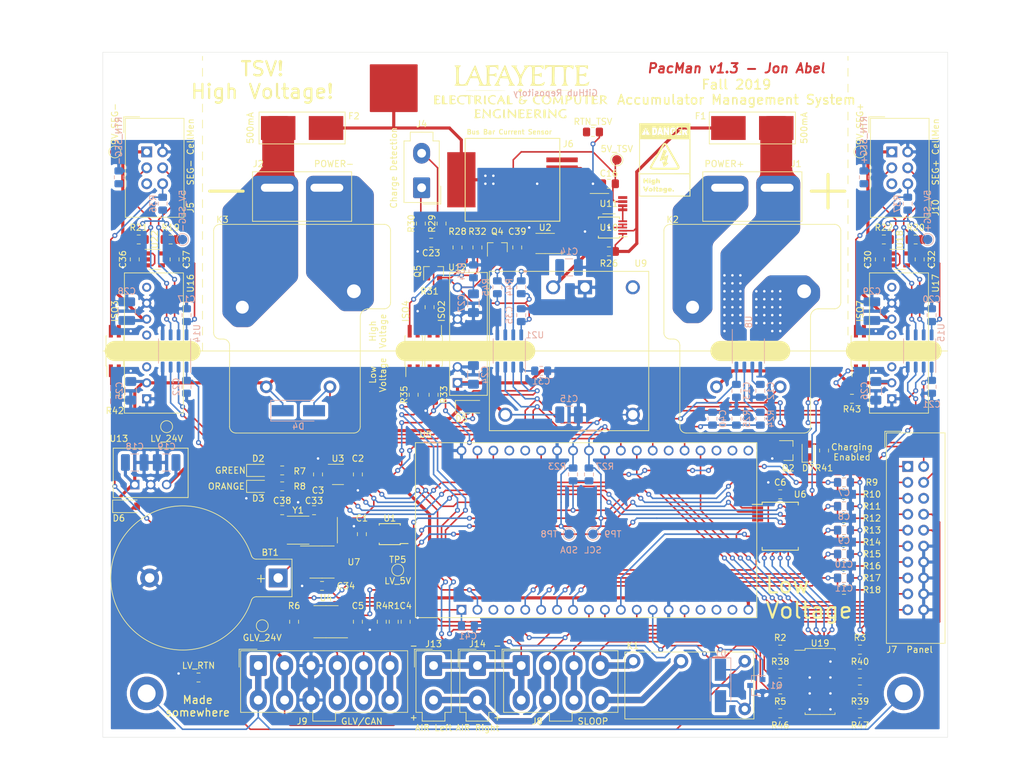
<source format=kicad_pcb>
(kicad_pcb (version 20171130) (host pcbnew "(5.1.4)-1")
  (title_block (title PacMan) (date 2020-02-20) (rev 1.3) (company "Lafayette College") (comment 1 "PacMan accumulator management board") (comment 2 "Jon Abel"))
  (layers (0 F.Cu signal) (31 B.Cu signal) (34 B.Paste user) (35 F.Paste user) (36 B.SilkS user) (37 F.SilkS user) (38 B.Mask user) (39 F.Mask user) (44 Edge.Cuts user))
  (net 0 "")
  (net 1 /GLV_RTN)
  (net 2 /LV_5V)
  (net 3 /LV_3V3)
  (net 4 "Net-(C3-Pad1)")
  (net 5 /CAN_SHIELD)
  (net 6 /MCU/BTN_LEFT_MCU)
  (net 7 /MCU/BTN_RIGHT_MCU)
  (net 8 /MCU/BTN_UP_MCU)
  (net 9 /MCU/BTN_DOWN_MCU)
  (net 10 /MCU/BTN_CENTER_MCU)
  (net 11 "Net-(C12-Pad1)")
  (net 12 /Power/PACK_FUSED_CS)
  (net 13 "Net-(C15-Pad1)")
  (net 14 /LV_24V)
  (net 15 "Net-(C23-Pad1)")
  (net 16 /GLV_24V)
  (net 17 "Net-(D1-Pad2)")
  (net 18 "Net-(D2-Pad2)")
  (net 19 "Net-(D3-Pad2)")
  (net 20 /PACK+)
  (net 21 /PACK_FUSED)
  (net 22 /PACK-)
  (net 23 /CHS_GND)
  (net 24 /AIRS-)
  (net 25 /MCU/AIRS_STATUS)
  (net 26 /Isolation/EN_AMPS)
  (net 27 "Net-(ISO4-Pad1)")
  (net 28 /MCU/SLOOP1_STATUS)
  (net 29 /MCU/SLOOP2_STATUS)
  (net 30 /CHRG_IN+)
  (net 31 /CHRG_IN-)
  (net 32 /CHRG_DETECT+)
  (net 33 /CHRG_DETECT-)
  (net 34 /DCHRG_A1)
  (net 35 /DCHRG_A2)
  (net 36 /BTN_LEFT)
  (net 37 /CHRG_LED)
  (net 38 /BTN_RIGHT)
  (net 39 /BTN_UP)
  (net 40 /BTN_DOWN)
  (net 41 /BTN_CENTER)
  (net 42 /DISP_RST)
  (net 43 /DISP_CS)
  (net 44 /DISP_DIN)
  (net 45 /DISP_CLK)
  (net 46 /DISP_DC)
  (net 47 /DISP_BUSY)
  (net 48 /AIRS+)
  (net 49 /SLOOP2)
  (net 50 /SLOOP1_IN)
  (net 51 /SLOOP1_OUT)
  (net 52 /CAN_L)
  (net 53 /CAN_H)
  (net 54 /Charging/CurrentSensor+)
  (net 55 /MCU/SLOOP_EN)
  (net 56 /CHRG_EN)
  (net 57 "Net-(R4-Pad2)")
  (net 58 /MCU/LED1)
  (net 59 /MCU/LED2)
  (net 60 /SDA_GLV)
  (net 61 "Net-(R24-Pad2)")
  (net 62 /CHRG_CURRENT)
  (net 63 /SCL_GLV)
  (net 64 /MCU/~RESET)
  (net 65 /MCU/WATCHDOG)
  (net 66 /MCU/CANTX)
  (net 67 /MCU/CANRX)
  (net 68 /Power/DCHRG_CURRENT)
  (net 69 /~CHRG_DETECT)
  (net 70 "Net-(ISO2-Pad2)")
  (net 71 "Net-(ISO2-Pad1)")
  (net 72 "Net-(BT1-Pad1)")
  (net 73 "Net-(D7-Pad2)")
  (net 74 /AMPS_PWR)
  (net 75 /MCU/IO_INT)
  (net 76 /PACK_RTN)
  (net 77 /SDA_TSV)
  (net 78 /SCL_TSV)
  (net 79 "Net-(ISO3-Pad1)")
  (net 80 "Net-(ISO7-Pad1)")
  (net 81 "Net-(C33-Pad1)")
  (net 82 "Net-(C38-Pad1)")
  (net 83 /5V_TSV)
  (net 84 /5V_SEG-)
  (net 85 /RTN_SEG-)
  (net 86 /RTN_SEG+)
  (net 87 /5V_SEG+)
  (net 88 /9V_SEG-)
  (net 89 /9V_SEG+)
  (net 90 /RST_SEG-)
  (net 91 /RST_SEG+)
  (net 92 /SCL_SEG-)
  (net 93 /SDA_SEG-)
  (net 94 /SCL_SEG+)
  (net 95 /SDA_SEG+)
  (net 96 /RST_GLV_SEG-)
  (net 97 /RST_GLV_SEG+)
  (net 98 "Net-(R2-Pad1)")
  (net 99 "Net-(R5-Pad1)")
  (net 100 "Net-(R38-Pad1)")
  (net 101 "Net-(R46-Pad1)")
  (net 102 /MCU/GLV_STATUS)
  (module Capacitor_SMD:C_0805_2012Metric_Pad1.15x1.40mm_HandSolder (layer B.Cu) (at 134.375 135.89)
    (fp_text reference C41 (at 0 1.65) (layer B.SilkS) (effects (justify mirror)))
    (fp_text value 0.1u/50V)
    (pad 2 smd roundrect (at 1.025 0) (size 1.15 1.4) (layers B.Cu B.Paste B.Mask) (roundrect_rratio 0.217391) (net 1 /GLV_RTN))
    (pad 1 smd roundrect (at -1.025 0) (size 1.15 1.4) (layers B.Cu B.Paste B.Mask) (roundrect_rratio 0.217391) (net 3 /LV_3V3))
  )
  (module Lafayette_Electric_Car_Footprints:MODULE_ESP32-DEVKITC-32D (layer F.Cu) (at 133.35 133.35 90)
    (fp_text reference U5 (at 27.94 -5.715 180) (layer F.SilkS))
    (fp_text value ESP32_DEVKITC)
    (pad 1 thru_hole rect (at 0 0 90) (size 1.56 1.56) (drill 1.04) (layers *.Cu *.Mask) (net 3 /LV_3V3))
    (pad 2 thru_hole circle (at 0 2.54 90) (size 1.56 1.56) (drill 1.04) (layers *.Cu *.Mask) (net 64 /MCU/~RESET))
    (pad 19 thru_hole circle (at 0 45.72 90) (size 1.56 1.56) (drill 1.04) (layers *.Cu *.Mask) (net 2 /LV_5V))
    (pad 3 thru_hole circle (at 0 5.08 90) (size 1.56 1.56) (drill 1.04) (layers *.Cu *.Mask))
    (pad 4 thru_hole circle (at 0 7.62 90) (size 1.56 1.56) (drill 1.04) (layers *.Cu *.Mask))
    (pad 5 thru_hole circle (at 0 10.16 90) (size 1.56 1.56) (drill 1.04) (layers *.Cu *.Mask) (net 7 /MCU/BTN_RIGHT_MCU))
    (pad 6 thru_hole circle (at 0 12.7 90) (size 1.56 1.56) (drill 1.04) (layers *.Cu *.Mask) (net 8 /MCU/BTN_UP_MCU))
    (pad 7 thru_hole circle (at 0 15.24 90) (size 1.56 1.56) (drill 1.04) (layers *.Cu *.Mask) (net 9 /MCU/BTN_DOWN_MCU))
    (pad 8 thru_hole circle (at 0 17.78 90) (size 1.56 1.56) (drill 1.04) (layers *.Cu *.Mask) (net 10 /MCU/BTN_CENTER_MCU))
    (pad 9 thru_hole circle (at 0 20.32 90) (size 1.56 1.56) (drill 1.04) (layers *.Cu *.Mask) (net 66 /MCU/CANTX))
    (pad 10 thru_hole circle (at 0 22.86 90) (size 1.56 1.56) (drill 1.04) (layers *.Cu *.Mask) (net 67 /MCU/CANRX))
    (pad 11 thru_hole circle (at 0 25.4 90) (size 1.56 1.56) (drill 1.04) (layers *.Cu *.Mask) (net 75 /MCU/IO_INT))
    (pad 12 thru_hole circle (at 0 27.94 90) (size 1.56 1.56) (drill 1.04) (layers *.Cu *.Mask) (net 45 /DISP_CLK))
    (pad 13 thru_hole circle (at 0 30.48 90) (size 1.56 1.56) (drill 1.04) (layers *.Cu *.Mask) (net 55 /MCU/SLOOP_EN))
    (pad 14 thru_hole circle (at 0 33.02 90) (size 1.56 1.56) (drill 1.04) (layers *.Cu *.Mask) (net 1 /GLV_RTN))
    (pad 15 thru_hole circle (at 0 35.56 90) (size 1.56 1.56) (drill 1.04) (layers *.Cu *.Mask) (net 44 /DISP_DIN))
    (pad 16 thru_hole circle (at 0 38.1 90) (size 1.56 1.56) (drill 1.04) (layers *.Cu *.Mask))
    (pad 17 thru_hole circle (at 0 40.64 90) (size 1.56 1.56) (drill 1.04) (layers *.Cu *.Mask))
    (pad 18 thru_hole circle (at 0 43.18 90) (size 1.56 1.56) (drill 1.04) (layers *.Cu *.Mask))
    (pad 20 thru_hole circle (at 25.4 0 90) (size 1.56 1.56) (drill 1.04) (layers *.Cu *.Mask) (net 1 /GLV_RTN))
    (pad 21 thru_hole circle (at 25.4 2.54 90) (size 1.56 1.56) (drill 1.04) (layers *.Cu *.Mask) (net 65 /MCU/WATCHDOG))
    (pad 22 thru_hole circle (at 25.4 5.08 90) (size 1.56 1.56) (drill 1.04) (layers *.Cu *.Mask) (net 46 /DISP_DC))
    (pad 23 thru_hole circle (at 25.4 7.62 90) (size 1.56 1.56) (drill 1.04) (layers *.Cu *.Mask))
    (pad 24 thru_hole circle (at 25.4 10.16 90) (size 1.56 1.56) (drill 1.04) (layers *.Cu *.Mask))
    (pad 25 thru_hole circle (at 25.4 12.7 90) (size 1.56 1.56) (drill 1.04) (layers *.Cu *.Mask) (net 42 /DISP_RST))
    (pad 26 thru_hole circle (at 25.4 15.24 90) (size 1.56 1.56) (drill 1.04) (layers *.Cu *.Mask) (net 1 /GLV_RTN))
    (pad 27 thru_hole circle (at 25.4 17.78 90) (size 1.56 1.56) (drill 1.04) (layers *.Cu *.Mask) (net 60 /SDA_GLV))
    (pad 28 thru_hole circle (at 25.4 20.32 90) (size 1.56 1.56) (drill 1.04) (layers *.Cu *.Mask) (net 63 /SCL_GLV))
    (pad 29 thru_hole circle (at 25.4 22.86 90) (size 1.56 1.56) (drill 1.04) (layers *.Cu *.Mask) (net 6 /MCU/BTN_LEFT_MCU))
    (pad 30 thru_hole circle (at 25.4 25.4 90) (size 1.56 1.56) (drill 1.04) (layers *.Cu *.Mask) (net 69 /~CHRG_DETECT))
    (pad 31 thru_hole circle (at 25.4 27.94 90) (size 1.56 1.56) (drill 1.04) (layers *.Cu *.Mask) (net 47 /DISP_BUSY))
    (pad 32 thru_hole circle (at 25.4 30.48 90) (size 1.56 1.56) (drill 1.04) (layers *.Cu *.Mask) (net 62 /CHRG_CURRENT))
    (pad 33 thru_hole circle (at 25.4 33.02 90) (size 1.56 1.56) (drill 1.04) (layers *.Cu *.Mask))
    (pad 34 thru_hole circle (at 25.4 35.56 90) (size 1.56 1.56) (drill 1.04) (layers *.Cu *.Mask) (net 56 /CHRG_EN))
    (pad 35 thru_hole circle (at 25.4 38.1 90) (size 1.56 1.56) (drill 1.04) (layers *.Cu *.Mask) (net 43 /DISP_CS))
    (pad 36 thru_hole circle (at 25.4 40.64 90) (size 1.56 1.56) (drill 1.04) (layers *.Cu *.Mask))
    (pad 37 thru_hole circle (at 25.4 43.18 90) (size 1.56 1.56) (drill 1.04) (layers *.Cu *.Mask))
    (pad 38 thru_hole circle (at 25.4 45.72 90) (size 1.56 1.56) (drill 1.04) (layers *.Cu *.Mask))
  )
  (module Capacitor_SMD:C_0805_2012Metric_Pad1.15x1.40mm_HandSolder (layer B.Cu) (at 173.355 102.87 90)
    (fp_text reference C40 (at 0 1.65 90) (layer B.SilkS) (effects (justify mirror)))
    (fp_text value C)
    (pad 2 smd roundrect (at 1.025 0 90) (size 1.15 1.4) (layers B.Cu B.Paste B.Mask) (roundrect_rratio 0.217391) (net 1 /GLV_RTN))
    (pad 1 smd roundrect (at -1.025 0 90) (size 1.15 1.4) (layers B.Cu B.Paste B.Mask) (roundrect_rratio 0.217391) (net 62 /CHRG_CURRENT))
  )
  (module Lafayette_Electric_Car_Footprints:Powerpole_PP45_FP_1x2 (layer F.Cu) (at 179.705 66.04 180)
    (fp_text reference J1 (at -6.985 3.81) (layer F.SilkS))
    (fp_text value POWER+ (at 4.445 3.81) (layer F.SilkS))
    (pad 2 thru_hole oval (at 3.95 0 180) (size 6.5 2.54) (drill oval 5.23 1.27) (layers *.Cu *.Mask) (net 30 /CHRG_IN+))
    (pad 1 thru_hole oval (at -3.95 0 180) (size 6.5 2.54) (drill oval 5.23 1.27) (layers *.Cu *.Mask) (net 20 /PACK+))
  )
  (module Lafayette_Electric_Car_Footprints:Powerpole_PP45_FP_1x2 (layer F.Cu) (at 107.95 66.04 180)
    (fp_text reference J2 (at 6.985 3.81) (layer F.SilkS))
    (fp_text value POWER- (at -5.08 3.81) (layer F.SilkS))
    (pad 2 thru_hole oval (at 3.95 0 180) (size 6.5 2.54) (drill oval 5.23 1.27) (layers *.Cu *.Mask) (net 22 /PACK-))
    (pad 1 thru_hole oval (at -3.95 0 180) (size 6.5 2.54) (drill oval 5.23 1.27) (layers *.Cu *.Mask) (net 31 /CHRG_IN-))
  )
  (module Capacitor_SMD:C_1210_3225Metric_Pad1.42x2.65mm_HandSolder (layer B.Cu) (at 150.495 78.74)
    (fp_text reference C14 (at 0 -2.54) (layer B.SilkS) (effects (justify mirror)))
    (fp_text value 4.7u/100V)
    (pad 1 smd roundrect (at -1.4875 0) (size 1.425 2.65) (layers B.Cu B.Paste B.Mask) (roundrect_rratio 0.175439) (net 12 /Power/PACK_FUSED_CS))
    (pad 2 smd roundrect (at 1.4875 0) (size 1.425 2.65) (layers B.Cu B.Paste B.Mask) (roundrect_rratio 0.175439) (net 76 /PACK_RTN))
  )
  (module Lafayette_Electric_Car_Footprints:paw_solder_mask_bigly (layer F.Cu) (at 122.555 50.165)
    (fp_text reference LOGO2 hide)
    (fp_text value LeopardPawLogo hide)
  )
  (module Resistor_SMD:R_0805_2012Metric_Pad1.15x1.40mm_HandSolder (layer F.Cu) (at 195.58 99.695 180)
    (fp_text reference R43 (at 0 -1.65) (layer F.SilkS))
    (fp_text value 270)
    (pad 2 smd roundrect (at 1.025 0 180) (size 1.15 1.4) (layers F.Cu F.Paste F.Mask) (roundrect_rratio 0.217391) (net 97 /RST_GLV_SEG+))
    (pad 1 smd roundrect (at -1.025 0 180) (size 1.15 1.4) (layers F.Cu F.Paste F.Mask) (roundrect_rratio 0.217391) (net 80 "Net-(ISO7-Pad1)"))
  )
  (module Resistor_SMD:R_0805_2012Metric_Pad1.15x1.40mm_HandSolder (layer F.Cu) (at 78.105 99.06 270)
    (fp_text reference R42 (at 2.54 0 180) (layer F.SilkS))
    (fp_text value 270)
    (pad 1 smd roundrect (at -1.025 0 270) (size 1.15 1.4) (layers F.Cu F.Paste F.Mask) (roundrect_rratio 0.217391) (net 79 "Net-(ISO3-Pad1)"))
    (pad 2 smd roundrect (at 1.025 0 270) (size 1.15 1.4) (layers F.Cu F.Paste F.Mask) (roundrect_rratio 0.217391) (net 96 /RST_GLV_SEG-))
  )
  (module Resistor_SMD:R_0805_2012Metric_Pad1.15x1.40mm_HandSolder (layer B.Cu) (at 204.47 68.58 90)
    (fp_text reference R37 (at 0 -1.651 270) (layer B.SilkS) (effects (justify mirror)))
    (fp_text value 10k)
    (pad 2 smd roundrect (at 1.025 0 90) (size 1.15 1.4) (layers B.Cu B.Paste B.Mask) (roundrect_rratio 0.217391) (net 91 /RST_SEG+))
    (pad 1 smd roundrect (at -1.025 0 90) (size 1.15 1.4) (layers B.Cu B.Paste B.Mask) (roundrect_rratio 0.217391) (net 87 /5V_SEG+))
  )
  (module Resistor_SMD:R_0805_2012Metric_Pad1.15x1.40mm_HandSolder (layer B.Cu) (at 85.725 68.58 90)
    (fp_text reference R36 (at 0 -1.524 90) (layer B.SilkS) (effects (justify mirror)))
    (fp_text value 10k)
    (pad 2 smd roundrect (at 1.025 0 90) (size 1.15 1.4) (layers B.Cu B.Paste B.Mask) (roundrect_rratio 0.217391) (net 90 /RST_SEG-))
    (pad 1 smd roundrect (at -1.025 0 90) (size 1.15 1.4) (layers B.Cu B.Paste B.Mask) (roundrect_rratio 0.217391) (net 84 /5V_SEG-))
  )
  (module Package_SO:SO-4_4.4x2.3mm_P1.27mm (layer F.Cu) (at 196.85 92.075 90)
    (fp_text reference ISO7 (at 6.35 0 270) (layer F.SilkS))
    (fp_text value TLP293)
    (pad 1 smd rect (at -3.15 -0.635 90) (size 2 0.64) (layers F.Cu F.Paste F.Mask) (net 80 "Net-(ISO7-Pad1)"))
    (pad 2 smd rect (at -3.15 0.635 90) (size 2 0.64) (layers F.Cu F.Paste F.Mask) (net 1 /GLV_RTN))
    (pad 3 smd rect (at 3.15 0.635 90) (size 2 0.64) (layers F.Cu F.Paste F.Mask) (net 86 /RTN_SEG+))
    (pad 4 smd rect (at 3.15 -0.635 90) (size 2 0.64) (layers F.Cu F.Paste F.Mask) (net 91 /RST_SEG+))
  )
  (module Package_SO:SO-4_4.4x2.3mm_P1.27mm (layer F.Cu) (at 78.105 92.075 90)
    (fp_text reference ISO3 (at 6.35 0 90) (layer F.SilkS))
    (fp_text value TLP293)
    (pad 1 smd rect (at -3.15 -0.635 90) (size 2 0.64) (layers F.Cu F.Paste F.Mask) (net 79 "Net-(ISO3-Pad1)"))
    (pad 2 smd rect (at -3.15 0.635 90) (size 2 0.64) (layers F.Cu F.Paste F.Mask) (net 1 /GLV_RTN))
    (pad 3 smd rect (at 3.15 0.635 90) (size 2 0.64) (layers F.Cu F.Paste F.Mask) (net 85 /RTN_SEG-))
    (pad 4 smd rect (at 3.15 -0.635 90) (size 2 0.64) (layers F.Cu F.Paste F.Mask) (net 90 /RST_SEG-))
  )
  (module Lafayette_Electric_Car_Footprints:MOLEX_RJ11 (layer F.Cu) (at 141.478 64.77 90)
    (fp_text reference J6 (at 5.715 8.89 180) (layer F.SilkS))
    (fp_text value "BusBar Current Sensor")
    (pad 6 smd rect (at -3.175 7.9 90) (size 0.76 5) (layers F.Cu F.Paste F.Mask))
    (pad 1 smd rect (at 3.175 7.9 90) (size 0.76 5) (layers F.Cu F.Paste F.Mask))
    (pad 2 smd rect (at 1.905 7.9 90) (size 0.76 5) (layers F.Cu F.Paste F.Mask) (net 35 /DCHRG_A2))
    (pad 3 smd rect (at 0.635 7.9 90) (size 0.76 5) (layers F.Cu F.Paste F.Mask) (net 34 /DCHRG_A1))
    (pad 4 smd rect (at -0.635 7.9 90) (size 0.76 5) (layers F.Cu F.Paste F.Mask) (net 76 /PACK_RTN))
    (pad SH smd rect (at 0 -8.15 90) (size 8.8 4.5) (layers F.Cu F.Paste F.Mask) (net 76 /PACK_RTN))
    (pad 5 smd rect (at -1.905 7.9 90) (size 0.76 5) (layers F.Cu F.Paste F.Mask) (net 74 /AMPS_PWR))
  )
  (module Lafayette_Electric_Car_Footprints:T9AS1D12 (layer F.Cu) (at 179.07 85.09)
    (fp_text reference K2 (at -12.065 -13.97) (layer F.SilkS))
    (fp_text value T9AS1D12-24 hide)
    (pad 2 thru_hole circle (at 5.08 12.7) (size 2 2) (drill 1.15) (layers *.Cu *.Mask) (net 37 /CHRG_LED))
    (pad 1 thru_hole circle (at -5.08 12.7) (size 2 2) (drill 1.15) (layers *.Cu *.Mask) (net 14 /LV_24V))
    (pad 3 thru_hole circle (at -8.89 0) (size 4 4) (drill 2.06) (layers *.Cu *.Mask) (net 30 /CHRG_IN+))
    (pad 4 thru_hole circle (at 8.89 -2.54) (size 4 4) (drill 2.2) (layers *.Cu *.Mask) (net 54 /Charging/CurrentSensor+))
  )
  (module Lafayette_Electric_Car_Footprints:T9AS1D12 (layer F.Cu) (at 107.315 85.09)
    (fp_text reference K3 (at -12.065 -13.97) (layer F.SilkS))
    (fp_text value T9AS1D12-24 hide)
    (pad 2 thru_hole circle (at 5.08 12.7) (size 2 2) (drill 1.15) (layers *.Cu *.Mask) (net 37 /CHRG_LED))
    (pad 1 thru_hole circle (at -5.08 12.7) (size 2 2) (drill 1.15) (layers *.Cu *.Mask) (net 14 /LV_24V))
    (pad 3 thru_hole circle (at -8.89 0) (size 4 4) (drill 2.06) (layers *.Cu *.Mask) (net 22 /PACK-))
    (pad 4 thru_hole circle (at 8.89 -2.54) (size 4 4) (drill 2.2) (layers *.Cu *.Mask) (net 31 /CHRG_IN-))
  )
  (module Capacitor_SMD:C_0805_2012Metric_Pad1.15x1.40mm_HandSolder (layer B.Cu) (at 146.05 95.25)
    (fp_text reference C31 (at 0 1.65) (layer B.SilkS) (effects (justify mirror)))
    (fp_text value 0.1u/50V)
    (pad 2 smd roundrect (at 1.025 0) (size 1.15 1.4) (layers B.Cu B.Paste B.Mask) (roundrect_rratio 0.217391) (net 1 /GLV_RTN))
    (pad 1 smd roundrect (at -1.025 0) (size 1.15 1.4) (layers B.Cu B.Paste B.Mask) (roundrect_rratio 0.217391) (net 3 /LV_3V3))
  )
  (module Capacitor_SMD:C_0805_2012Metric_Pad1.15x1.40mm_HandSolder (layer F.Cu) (at 81.28 77.47 270)
    (fp_text reference C36 (at 0 1.905 90) (layer F.SilkS))
    (fp_text value 1u/50V)
    (pad 2 smd roundrect (at 1.025 0 270) (size 1.15 1.4) (layers F.Cu F.Paste F.Mask) (roundrect_rratio 0.217391) (net 85 /RTN_SEG-))
    (pad 1 smd roundrect (at -1.025 0 270) (size 1.15 1.4) (layers F.Cu F.Paste F.Mask) (roundrect_rratio 0.217391) (net 88 /9V_SEG-))
  )
  (module Capacitor_SMD:C_0805_2012Metric_Pad1.15x1.40mm_HandSolder (layer B.Cu) (at 142.875 86.36 90)
    (fp_text reference C35 (at 0 -1.905 90) (layer B.SilkS) (effects (justify mirror)))
    (fp_text value 0.1u/50V)
    (pad 1 smd roundrect (at -1.025 0 90) (size 1.15 1.4) (layers B.Cu B.Paste B.Mask) (roundrect_rratio 0.217391) (net 83 /5V_TSV))
    (pad 2 smd roundrect (at 1.025 0 90) (size 1.15 1.4) (layers B.Cu B.Paste B.Mask) (roundrect_rratio 0.217391) (net 76 /PACK_RTN))
  )
  (module TestPoint:TestPoint_Pad_D1.5mm (layer B.Cu) (at 88.9 74.295 270)
    (fp_text reference TP1 hide)
    (fp_text value 5V_SEG- (at -4.572 0 270) (layer B.SilkS) (effects (justify mirror)))
    (pad 1 smd circle (at 0 0 270) (size 1.5 1.5) (layers B.Cu B.Mask) (net 84 /5V_SEG-))
  )
  (module Connector_IDC:IDC-Header_2x03_P2.54mm_Vertical (layer F.Cu) (at 201.93 60.325)
    (fp_text reference J10 (at 6.985 8.89 270) (layer F.SilkS))
    (fp_text value "SEG+ CellMen" (at 6.985 0 90) (layer F.SilkS))
    (pad 1 thru_hole rect (at 0 0) (size 1.7272 1.7272) (drill 1.016) (layers *.Cu *.Mask) (net 89 /9V_SEG+))
    (pad 2 thru_hole oval (at 2.54 0) (size 1.7272 1.7272) (drill 1.016) (layers *.Cu *.Mask) (net 86 /RTN_SEG+))
    (pad 3 thru_hole oval (at 0 2.54) (size 1.7272 1.7272) (drill 1.016) (layers *.Cu *.Mask) (net 94 /SCL_SEG+))
    (pad 4 thru_hole oval (at 2.54 2.54) (size 1.7272 1.7272) (drill 1.016) (layers *.Cu *.Mask) (net 95 /SDA_SEG+))
    (pad 5 thru_hole oval (at 0 5.08) (size 1.7272 1.7272) (drill 1.016) (layers *.Cu *.Mask))
    (pad 6 thru_hole oval (at 2.54 5.08) (size 1.7272 1.7272) (drill 1.016) (layers *.Cu *.Mask) (net 91 /RST_SEG+))
  )
  (module Package_TO_SOT_SMD:SOT-23-5 (layer F.Cu) (at 203.2 77.47)
    (fp_text reference U18 (at 0 -3.175 90) (layer F.SilkS))
    (fp_text value AP2204K-5.0)
    (pad 5 smd rect (at 1.1 -0.95) (size 1.06 0.65) (layers F.Cu F.Paste F.Mask) (net 87 /5V_SEG+))
    (pad 4 smd rect (at 1.1 0.95) (size 1.06 0.65) (layers F.Cu F.Paste F.Mask))
    (pad 3 smd rect (at -1.1 0.95) (size 1.06 0.65) (layers F.Cu F.Paste F.Mask) (net 89 /9V_SEG+))
    (pad 2 smd rect (at -1.1 0) (size 1.06 0.65) (layers F.Cu F.Paste F.Mask) (net 86 /RTN_SEG+))
    (pad 1 smd rect (at -1.1 -0.95) (size 1.06 0.65) (layers F.Cu F.Paste F.Mask) (net 89 /9V_SEG+))
  )
  (module Capacitor_SMD:C_0805_2012Metric_Pad1.15x1.40mm_HandSolder (layer F.Cu) (at 206.375 77.47 270)
    (fp_text reference C32 (at 0 -1.905 90) (layer F.SilkS))
    (fp_text value 2.2u/25V)
    (pad 2 smd roundrect (at 1.025 0 270) (size 1.15 1.4) (layers F.Cu F.Paste F.Mask) (roundrect_rratio 0.217391) (net 86 /RTN_SEG+))
    (pad 1 smd roundrect (at -1.025 0 270) (size 1.15 1.4) (layers F.Cu F.Paste F.Mask) (roundrect_rratio 0.217391) (net 87 /5V_SEG+))
  )
  (module Package_SO:VSSOP-8_3.0x3.0mm_P0.65mm (layer F.Cu) (at 156.845 68.58)
    (fp_text reference U11 (at 0 0) (layer F.SilkS))
    (fp_text value INA592)
    (pad 1 smd rect (at -2.2 -0.975 270) (size 0.45 1.45) (layers F.Cu F.Paste F.Mask) (net 76 /PACK_RTN))
    (pad 2 smd rect (at -2.2 -0.325 270) (size 0.45 1.45) (layers F.Cu F.Paste F.Mask) (net 35 /DCHRG_A2))
    (pad 3 smd rect (at -2.2 0.325 270) (size 0.45 1.45) (layers F.Cu F.Paste F.Mask) (net 34 /DCHRG_A1))
    (pad 4 smd rect (at -2.2 0.975 270) (size 0.45 1.45) (layers F.Cu F.Paste F.Mask) (net 76 /PACK_RTN))
    (pad 5 smd rect (at 2.2 0.975 270) (size 0.45 1.45) (layers F.Cu F.Paste F.Mask) (net 68 /Power/DCHRG_CURRENT))
    (pad 6 smd rect (at 2.2 0.325 270) (size 0.45 1.45) (layers F.Cu F.Paste F.Mask) (net 68 /Power/DCHRG_CURRENT))
    (pad 7 smd rect (at 2.2 -0.325 270) (size 0.45 1.45) (layers F.Cu F.Paste F.Mask) (net 83 /5V_TSV))
    (pad 8 smd rect (at 2.2 -0.975 270) (size 0.45 1.45) (layers F.Cu F.Paste F.Mask))
  )
  (module Capacitor_SMD:C_0805_2012Metric_Pad1.15x1.40mm_HandSolder (layer F.Cu) (at 200.025 77.47 270)
    (fp_text reference C30 (at 0 1.905 90) (layer F.SilkS))
    (fp_text value 1u/50V)
    (pad 2 smd roundrect (at 1.025 0 270) (size 1.15 1.4) (layers F.Cu F.Paste F.Mask) (roundrect_rratio 0.217391) (net 86 /RTN_SEG+))
    (pad 1 smd roundrect (at -1.025 0 270) (size 1.15 1.4) (layers F.Cu F.Paste F.Mask) (roundrect_rratio 0.217391) (net 89 /9V_SEG+))
  )
  (module Capacitor_SMD:C_0805_2012Metric_Pad1.15x1.40mm_HandSolder (layer B.Cu) (at 177.165 98.425 270)
    (fp_text reference C13 (at 0 -1.651 270) (layer B.SilkS) (effects (justify mirror)))
    (fp_text value 1u/50V)
    (pad 1 smd roundrect (at -1.025 0 270) (size 1.15 1.4) (layers B.Cu B.Paste B.Mask) (roundrect_rratio 0.217391) (net 2 /LV_5V))
    (pad 2 smd roundrect (at 1.025 0 270) (size 1.15 1.4) (layers B.Cu B.Paste B.Mask) (roundrect_rratio 0.217391) (net 1 /GLV_RTN))
  )
  (module Capacitor_SMD:C_0805_2012Metric_Pad1.15x1.40mm_HandSolder (layer F.Cu) (at 156.845 65.405)
    (fp_text reference C16 (at 0 -1.65) (layer F.SilkS))
    (fp_text value 0.1u/50V)
    (pad 2 smd roundrect (at 1.025 0) (size 1.15 1.4) (layers F.Cu F.Paste F.Mask) (roundrect_rratio 0.217391) (net 83 /5V_TSV))
    (pad 1 smd roundrect (at -1.025 0) (size 1.15 1.4) (layers F.Cu F.Paste F.Mask) (roundrect_rratio 0.217391) (net 76 /PACK_RTN))
  )
  (module Capacitor_SMD:C_0805_2012Metric_Pad1.15x1.40mm_HandSolder (layer B.Cu) (at 89.535 97.79 270)
    (fp_text reference C22 (at 0 1.65 90) (layer B.SilkS) (effects (justify mirror)))
    (fp_text value 0.1u/50V)
    (pad 2 smd roundrect (at 1.025 0 270) (size 1.15 1.4) (layers B.Cu B.Paste B.Mask) (roundrect_rratio 0.217391) (net 1 /GLV_RTN))
    (pad 1 smd roundrect (at -1.025 0 270) (size 1.15 1.4) (layers B.Cu B.Paste B.Mask) (roundrect_rratio 0.217391) (net 3 /LV_3V3))
  )
  (module Capacitor_SMD:C_0805_2012Metric_Pad1.15x1.40mm_HandSolder (layer B.Cu) (at 208.28 97.79 270)
    (fp_text reference C21 (at 2.794 0 180) (layer B.SilkS) (effects (justify mirror)))
    (fp_text value 0.1u/50V)
    (pad 1 smd roundrect (at -1.025 0 270) (size 1.15 1.4) (layers B.Cu B.Paste B.Mask) (roundrect_rratio 0.217391) (net 3 /LV_3V3))
    (pad 2 smd roundrect (at 1.025 0 270) (size 1.15 1.4) (layers B.Cu B.Paste B.Mask) (roundrect_rratio 0.217391) (net 1 /GLV_RTN))
  )
  (module Capacitor_SMD:C_0805_2012Metric_Pad1.15x1.40mm_HandSolder (layer B.Cu) (at 208.28 86.36 90)
    (fp_text reference C20 (at 2.54 0 180) (layer B.SilkS) (effects (justify mirror)))
    (fp_text value 0.1u/50V)
    (pad 2 smd roundrect (at 1.025 0 90) (size 1.15 1.4) (layers B.Cu B.Paste B.Mask) (roundrect_rratio 0.217391) (net 86 /RTN_SEG+))
    (pad 1 smd roundrect (at -1.025 0 90) (size 1.15 1.4) (layers B.Cu B.Paste B.Mask) (roundrect_rratio 0.217391) (net 87 /5V_SEG+))
  )
  (module Capacitor_SMD:C_0805_2012Metric_Pad1.15x1.40mm_HandSolder (layer B.Cu) (at 89.535 86.36 90)
    (fp_text reference C17 (at 2.54 0 180) (layer B.SilkS) (effects (justify mirror)))
    (fp_text value 0.1u/50V)
    (pad 1 smd roundrect (at -1.025 0 90) (size 1.15 1.4) (layers B.Cu B.Paste B.Mask) (roundrect_rratio 0.217391) (net 84 /5V_SEG-))
    (pad 2 smd roundrect (at 1.025 0 90) (size 1.15 1.4) (layers B.Cu B.Paste B.Mask) (roundrect_rratio 0.217391) (net 85 /RTN_SEG-))
  )
  (module Diode_SMD:D_SOD-123 (layer F.Cu) (at 134.62 100.965)
    (fp_text reference D5 (at -1.27 1.905) (layer F.SilkS))
    (fp_text value 1N5819HW)
    (pad 1 smd rect (at -1.65 0) (size 0.9 1.2) (layers F.Cu F.Paste F.Mask) (net 14 /LV_24V))
    (pad 2 smd rect (at 1.65 0) (size 0.9 1.2) (layers F.Cu F.Paste F.Mask) (net 13 "Net-(C15-Pad1)"))
  )
  (module Capacitor_SMD:C_1210_3225Metric_Pad1.42x2.65mm_HandSolder (layer B.Cu) (at 150.495 102.235)
    (fp_text reference C15 (at 0 -2.54) (layer B.SilkS) (effects (justify mirror)))
    (fp_text value 10u/50V)
    (pad 2 smd roundrect (at 1.4875 0) (size 1.425 2.65) (layers B.Cu B.Paste B.Mask) (roundrect_rratio 0.175439) (net 1 /GLV_RTN))
    (pad 1 smd roundrect (at -1.4875 0) (size 1.425 2.65) (layers B.Cu B.Paste B.Mask) (roundrect_rratio 0.175439) (net 13 "Net-(C15-Pad1)"))
  )
  (module Capacitor_SMD:C_0805_2012Metric_Pad1.15x1.40mm_HandSolder (layer B.Cu) (at 180.975 98.425 270)
    (fp_text reference C12 (at 0 -1.651 270) (layer B.SilkS) (effects (justify mirror)))
    (fp_text value 1n/50V)
    (pad 2 smd roundrect (at 1.025 0 270) (size 1.15 1.4) (layers B.Cu B.Paste B.Mask) (roundrect_rratio 0.217391) (net 1 /GLV_RTN))
    (pad 1 smd roundrect (at -1.025 0 270) (size 1.15 1.4) (layers B.Cu B.Paste B.Mask) (roundrect_rratio 0.217391) (net 11 "Net-(C12-Pad1)"))
  )
  (module Capacitor_SMD:C_1206_3216Metric_Pad1.42x1.75mm_HandSolder (layer B.Cu) (at 199.39 98.425 270)
    (fp_text reference C26 (at 0 1.82 90) (layer B.SilkS) (effects (justify mirror)))
    (fp_text value 4.7uF/50V)
    (pad 2 smd roundrect (at 1.4875 0 270) (size 1.425 1.75) (layers B.Cu B.Paste B.Mask) (roundrect_rratio 0.175439) (net 1 /GLV_RTN))
    (pad 1 smd roundrect (at -1.4875 0 270) (size 1.425 1.75) (layers B.Cu B.Paste B.Mask) (roundrect_rratio 0.175439) (net 14 /LV_24V))
  )
  (module Lafayette_Electric_Car_Footprints:TEC3-2419 (layer F.Cu) (at 83.185 99.695 90)
    (fp_text reference U16 (at 18.415 6.985 270) (layer F.SilkS))
    (fp_text value TEC3-2419)
    (pad 8 thru_hole circle (at 17.78 0 180) (size 1.45 1.45) (drill 0.85) (layers *.Cu *.Mask))
    (pad 7 thru_hole circle (at 15.24 0 180) (size 1.45 1.45) (drill 0.85) (layers *.Cu *.Mask) (net 85 /RTN_SEG-))
    (pad 6 thru_hole circle (at 12.7 0 180) (size 1.45 1.45) (drill 0.85) (layers *.Cu *.Mask) (net 88 /9V_SEG-))
    (pad 5 thru_hole circle (at 10.16 0 180) (size 1.45 1.45) (drill 0.85) (layers *.Cu *.Mask))
    (pad 3 thru_hole circle (at 5.08 0 180) (size 1.45 1.45) (drill 0.85) (layers *.Cu *.Mask))
    (pad 2 thru_hole circle (at 2.54 0 180) (size 1.45 1.45) (drill 0.85) (layers *.Cu *.Mask) (net 14 /LV_24V))
    (pad 1 thru_hole rect (at 0 0 180) (size 1.45 1.45) (drill 0.85) (layers *.Cu *.Mask) (net 1 /GLV_RTN))
  )
  (module Capacitor_SMD:C_1206_3216Metric_Pad1.42x1.75mm_HandSolder (layer B.Cu) (at 135.255 84.455 270)
    (fp_text reference C27 (at 0 1.905 270) (layer B.SilkS) (effects (justify mirror)))
    (fp_text value 4.7uF/50V)
    (pad 2 smd roundrect (at 1.4875 0 270) (size 1.425 1.75) (layers B.Cu B.Paste B.Mask) (roundrect_rratio 0.175439) (net 76 /PACK_RTN))
    (pad 1 smd roundrect (at -1.4875 0 270) (size 1.425 1.75) (layers B.Cu B.Paste B.Mask) (roundrect_rratio 0.175439) (net 83 /5V_TSV))
  )
  (module Lafayette_Electric_Car_Footprints:TEC3-2419 (layer F.Cu) (at 201.93 99.695 90)
    (fp_text reference U17 (at 18.415 6.985 270) (layer F.SilkS))
    (fp_text value TEC3-2419)
    (pad 1 thru_hole rect (at 0 0 180) (size 1.45 1.45) (drill 0.85) (layers *.Cu *.Mask) (net 1 /GLV_RTN))
    (pad 2 thru_hole circle (at 2.54 0 180) (size 1.45 1.45) (drill 0.85) (layers *.Cu *.Mask) (net 14 /LV_24V))
    (pad 3 thru_hole circle (at 5.08 0 180) (size 1.45 1.45) (drill 0.85) (layers *.Cu *.Mask))
    (pad 5 thru_hole circle (at 10.16 0 180) (size 1.45 1.45) (drill 0.85) (layers *.Cu *.Mask))
    (pad 6 thru_hole circle (at 12.7 0 180) (size 1.45 1.45) (drill 0.85) (layers *.Cu *.Mask) (net 89 /9V_SEG+))
    (pad 7 thru_hole circle (at 15.24 0 180) (size 1.45 1.45) (drill 0.85) (layers *.Cu *.Mask) (net 86 /RTN_SEG+))
    (pad 8 thru_hole circle (at 17.78 0 180) (size 1.45 1.45) (drill 0.85) (layers *.Cu *.Mask))
  )
  (module Capacitor_SMD:C_1206_3216Metric_Pad1.42x1.75mm_HandSolder (layer B.Cu) (at 80.645 98.425 270)
    (fp_text reference C25 (at 0 1.82 90) (layer B.SilkS) (effects (justify mirror)))
    (fp_text value 4.7uF/50V)
    (pad 1 smd roundrect (at -1.4875 0 270) (size 1.425 1.75) (layers B.Cu B.Paste B.Mask) (roundrect_rratio 0.175439) (net 14 /LV_24V))
    (pad 2 smd roundrect (at 1.4875 0 270) (size 1.425 1.75) (layers B.Cu B.Paste B.Mask) (roundrect_rratio 0.175439) (net 1 /GLV_RTN))
  )
  (module Capacitor_SMD:C_1206_3216Metric_Pad1.42x1.75mm_HandSolder (layer B.Cu) (at 135.255 95.885 90)
    (fp_text reference C24 (at 0 1.82 90) (layer B.SilkS) (effects (justify mirror)))
    (fp_text value 4.7uF/50V)
    (pad 1 smd roundrect (at -1.4875 0 90) (size 1.425 1.75) (layers B.Cu B.Paste B.Mask) (roundrect_rratio 0.175439) (net 14 /LV_24V))
    (pad 2 smd roundrect (at 1.4875 0 90) (size 1.425 1.75) (layers B.Cu B.Paste B.Mask) (roundrect_rratio 0.175439) (net 1 /GLV_RTN))
  )
  (module Lafayette_Electric_Car_Footprints:0154.500DRL (layer F.Cu) (at 107.95 56.515)
    (fp_text reference F2 (at 8.255 -1.905 180) (layer F.SilkS))
    (fp_text value 500mA (at -8.255 0 90) (layer F.SilkS))
    (pad 2 smd rect (at 3.815 0) (size 5.5 3.81) (layers F.Cu F.Paste F.Mask) (net 76 /PACK_RTN))
    (pad 1 smd rect (at -3.815 0) (size 5.5 3.81) (layers F.Cu F.Paste F.Mask) (net 22 /PACK-))
  )
  (module Lafayette_Electric_Car_Footprints:0154.500DRL (layer F.Cu) (at 179.705 56.515 180)
    (fp_text reference F1 (at 8.255 1.905 180) (layer F.SilkS))
    (fp_text value 500mA (at -8.255 0 90) (layer F.SilkS))
    (pad 1 smd rect (at -3.815 0 180) (size 5.5 3.81) (layers F.Cu F.Paste F.Mask) (net 20 /PACK+))
    (pad 2 smd rect (at 3.815 0 180) (size 5.5 3.81) (layers F.Cu F.Paste F.Mask) (net 21 /PACK_FUSED))
  )
  (module Connector_IDC:IDC-Header_2x03_P2.54mm_Vertical (layer F.Cu) (at 83.185 60.325)
    (fp_text reference J5 (at 6.985 8.89 90) (layer F.SilkS))
    (fp_text value "SEG- CellMen" (at 6.985 0 90) (layer F.SilkS))
    (pad 1 thru_hole rect (at 0 0) (size 1.7272 1.7272) (drill 1.016) (layers *.Cu *.Mask) (net 88 /9V_SEG-))
    (pad 2 thru_hole oval (at 2.54 0) (size 1.7272 1.7272) (drill 1.016) (layers *.Cu *.Mask) (net 85 /RTN_SEG-))
    (pad 3 thru_hole oval (at 0 2.54) (size 1.7272 1.7272) (drill 1.016) (layers *.Cu *.Mask) (net 92 /SCL_SEG-))
    (pad 4 thru_hole oval (at 2.54 2.54) (size 1.7272 1.7272) (drill 1.016) (layers *.Cu *.Mask) (net 93 /SDA_SEG-))
    (pad 5 thru_hole oval (at 0 5.08) (size 1.7272 1.7272) (drill 1.016) (layers *.Cu *.Mask))
    (pad 6 thru_hole oval (at 2.54 5.08) (size 1.7272 1.7272) (drill 1.016) (layers *.Cu *.Mask) (net 90 /RST_SEG-))
  )
  (module Resistor_SMD:R_0805_2012Metric_Pad1.15x1.40mm_HandSolder (layer F.Cu) (at 200.66 74.295)
    (fp_text reference R22 (at 0 -1.905) (layer F.SilkS))
    (fp_text value 3.3k)
    (pad 2 smd roundrect (at 1.025 0) (size 1.15 1.4) (layers F.Cu F.Paste F.Mask) (roundrect_rratio 0.217391) (net 94 /SCL_SEG+))
    (pad 1 smd roundrect (at -1.025 0) (size 1.15 1.4) (layers F.Cu F.Paste F.Mask) (roundrect_rratio 0.217391) (net 87 /5V_SEG+))
  )
  (module Resistor_SMD:R_0805_2012Metric_Pad1.15x1.40mm_HandSolder (layer B.Cu) (at 180.975 102.87 90)
    (fp_text reference R24 (at 0 1.65 270) (layer B.SilkS) (effects (justify mirror)))
    (fp_text value 10k)
    (pad 1 smd roundrect (at -1.025 0 90) (size 1.15 1.4) (layers B.Cu B.Paste B.Mask) (roundrect_rratio 0.217391) (net 62 /CHRG_CURRENT))
    (pad 2 smd roundrect (at 1.025 0 90) (size 1.15 1.4) (layers B.Cu B.Paste B.Mask) (roundrect_rratio 0.217391) (net 61 "Net-(R24-Pad2)"))
  )
  (module Resistor_SMD:R_0805_2012Metric_Pad1.15x1.40mm_HandSolder (layer F.Cu) (at 205.74 74.295 180)
    (fp_text reference R20 (at 0 1.905) (layer F.SilkS))
    (fp_text value 3.3k)
    (pad 1 smd roundrect (at -1.025 0 180) (size 1.15 1.4) (layers F.Cu F.Paste F.Mask) (roundrect_rratio 0.217391) (net 87 /5V_SEG+))
    (pad 2 smd roundrect (at 1.025 0 180) (size 1.15 1.4) (layers F.Cu F.Paste F.Mask) (roundrect_rratio 0.217391) (net 95 /SDA_SEG+))
  )
  (module Resistor_SMD:R_0805_2012Metric_Pad1.15x1.40mm_HandSolder (layer B.Cu) (at 177.165 102.87 90)
    (fp_text reference R25 (at 0 1.65 270) (layer B.SilkS) (effects (justify mirror)))
    (fp_text value 22k)
    (pad 2 smd roundrect (at 1.025 0 90) (size 1.15 1.4) (layers B.Cu B.Paste B.Mask) (roundrect_rratio 0.217391) (net 1 /GLV_RTN))
    (pad 1 smd roundrect (at -1.025 0 90) (size 1.15 1.4) (layers B.Cu B.Paste B.Mask) (roundrect_rratio 0.217391) (net 62 /CHRG_CURRENT))
  )
  (module Resistor_SMD:R_0805_2012Metric_Pad1.15x1.40mm_HandSolder (layer F.Cu) (at 135.89 75.565 270)
    (fp_text reference R32 (at -2.54 0) (layer F.SilkS))
    (fp_text value 10k)
    (pad 2 smd roundrect (at 1.025 0 270) (size 1.15 1.4) (layers F.Cu F.Paste F.Mask) (roundrect_rratio 0.217391) (net 26 /Isolation/EN_AMPS))
    (pad 1 smd roundrect (at -1.025 0 270) (size 1.15 1.4) (layers F.Cu F.Paste F.Mask) (roundrect_rratio 0.217391) (net 83 /5V_TSV))
  )
  (module Resistor_SMD:R_0805_2012Metric_Pad1.15x1.40mm_HandSolder (layer F.Cu) (at 156.845 76.2)
    (fp_text reference R26 (at 0 1.905) (layer F.SilkS))
    (fp_text value 0.82)
    (pad 2 smd roundrect (at 1.025 0) (size 1.15 1.4) (layers F.Cu F.Paste F.Mask) (roundrect_rratio 0.217391) (net 21 /PACK_FUSED))
    (pad 1 smd roundrect (at -1.025 0) (size 1.15 1.4) (layers F.Cu F.Paste F.Mask) (roundrect_rratio 0.217391) (net 12 /Power/PACK_FUSED_CS))
  )
  (module Resistor_SMD:R_0805_2012Metric_Pad1.15x1.40mm_HandSolder (layer B.Cu) (at 139.065 81.915 90)
    (fp_text reference R45 (at 0 -1.836 90) (layer B.SilkS) (effects (justify mirror)))
    (fp_text value 3.3k)
    (pad 1 smd roundrect (at -1.025 0 90) (size 1.15 1.4) (layers B.Cu B.Paste B.Mask) (roundrect_rratio 0.217391) (net 83 /5V_TSV))
    (pad 2 smd roundrect (at 1.025 0 90) (size 1.15 1.4) (layers B.Cu B.Paste B.Mask) (roundrect_rratio 0.217391) (net 78 /SCL_TSV))
  )
  (module Resistor_SMD:R_0805_2012Metric_Pad1.15x1.40mm_HandSolder (layer B.Cu) (at 142.875 81.915 90)
    (fp_text reference R44 (at 0 -1.905 90) (layer B.SilkS) (effects (justify mirror)))
    (fp_text value 3.3k)
    (pad 1 smd roundrect (at -1.025 0 90) (size 1.15 1.4) (layers B.Cu B.Paste B.Mask) (roundrect_rratio 0.217391) (net 83 /5V_TSV))
    (pad 2 smd roundrect (at 1.025 0 90) (size 1.15 1.4) (layers B.Cu B.Paste B.Mask) (roundrect_rratio 0.217391) (net 77 /SDA_TSV))
  )
  (module Resistor_SMD:R_0805_2012Metric_Pad1.15x1.40mm_HandSolder (layer B.Cu) (at 78.74 64.38 270)
    (fp_text reference TP2 hide)
    (fp_text value RTN_SEG- (at -5.833 0 90) (layer B.SilkS) (effects (justify mirror)))
    (pad 2 smd roundrect (at 1.025 0 270) (size 1.15 1.4) (layers B.Cu B.Paste B.Mask) (roundrect_rratio 0.217391))
    (pad 1 smd roundrect (at -1.025 0 270) (size 1.15 1.4) (layers B.Cu B.Paste B.Mask) (roundrect_rratio 0.217391) (net 85 /RTN_SEG-))
  )
  (module Resistor_SMD:R_0805_2012Metric_Pad1.15x1.40mm_HandSolder (layer F.Cu) (at 86.995 74.295 180)
    (fp_text reference R19 (at 0 1.905) (layer F.SilkS))
    (fp_text value 3.3k)
    (pad 1 smd roundrect (at -1.025 0 180) (size 1.15 1.4) (layers F.Cu F.Paste F.Mask) (roundrect_rratio 0.217391) (net 84 /5V_SEG-))
    (pad 2 smd roundrect (at 1.025 0 180) (size 1.15 1.4) (layers F.Cu F.Paste F.Mask) (roundrect_rratio 0.217391) (net 93 /SDA_SEG-))
  )
  (module Package_TO_SOT_SMD:SOT-23-5 (layer F.Cu) (at 84.455 77.47)
    (fp_text reference U22 (at 0 -3.175 90) (layer F.SilkS))
    (fp_text value AP2204K-5.0)
    (pad 5 smd rect (at 1.1 -0.95) (size 1.06 0.65) (layers F.Cu F.Paste F.Mask) (net 84 /5V_SEG-))
    (pad 4 smd rect (at 1.1 0.95) (size 1.06 0.65) (layers F.Cu F.Paste F.Mask))
    (pad 3 smd rect (at -1.1 0.95) (size 1.06 0.65) (layers F.Cu F.Paste F.Mask) (net 88 /9V_SEG-))
    (pad 2 smd rect (at -1.1 0) (size 1.06 0.65) (layers F.Cu F.Paste F.Mask) (net 85 /RTN_SEG-))
    (pad 1 smd rect (at -1.1 -0.95) (size 1.06 0.65) (layers F.Cu F.Paste F.Mask) (net 88 /9V_SEG-))
  )
  (module Capacitor_SMD:C_0805_2012Metric_Pad1.15x1.40mm_HandSolder (layer F.Cu) (at 87.63 77.47 270)
    (fp_text reference C37 (at 0 -1.905 90) (layer F.SilkS))
    (fp_text value 2.2u/25V)
    (pad 2 smd roundrect (at 1.025 0 270) (size 1.15 1.4) (layers F.Cu F.Paste F.Mask) (roundrect_rratio 0.217391) (net 85 /RTN_SEG-))
    (pad 1 smd roundrect (at -1.025 0 270) (size 1.15 1.4) (layers F.Cu F.Paste F.Mask) (roundrect_rratio 0.217391) (net 84 /5V_SEG-))
  )
  (module Resistor_SMD:R_0805_2012Metric_Pad1.15x1.40mm_HandSolder (layer F.Cu) (at 81.915 74.295)
    (fp_text reference R21 (at 0 -1.905) (layer F.SilkS))
    (fp_text value 3.3k)
    (pad 1 smd roundrect (at -1.025 0) (size 1.15 1.4) (layers F.Cu F.Paste F.Mask) (roundrect_rratio 0.217391) (net 84 /5V_SEG-))
    (pad 2 smd roundrect (at 1.025 0) (size 1.15 1.4) (layers F.Cu F.Paste F.Mask) (roundrect_rratio 0.217391) (net 92 /SCL_SEG-))
  )
  (module Package_SO:SO-8_3.9x4.9mm_P1.27mm (layer B.Cu) (at 140.97 92.075 90)
    (fp_text reference U21 (at 2.54 4.064 180) (layer B.SilkS) (effects (justify mirror)))
    (fp_text value Si8600AC)
    (pad 1 smd roundrect (at -2.575 1.905 90) (size 1.75 0.6) (layers B.Cu B.Paste B.Mask) (net 3 /LV_3V3))
    (pad 2 smd roundrect (at -2.575 0.635 90) (size 1.75 0.6) (layers B.Cu B.Paste B.Mask) (net 60 /SDA_GLV))
    (pad 3 smd roundrect (at -2.575 -0.635 90) (size 1.75 0.6) (layers B.Cu B.Paste B.Mask) (net 63 /SCL_GLV))
    (pad 4 smd roundrect (at -2.575 -1.905 90) (size 1.75 0.6) (layers B.Cu B.Paste B.Mask) (net 1 /GLV_RTN))
    (pad 5 smd roundrect (at 2.575 -1.905 90) (size 1.75 0.6) (layers B.Cu B.Paste B.Mask) (net 76 /PACK_RTN))
    (pad 6 smd roundrect (at 2.575 -0.635 90) (size 1.75 0.6) (layers B.Cu B.Paste B.Mask) (net 78 /SCL_TSV))
    (pad 7 smd roundrect (at 2.575 0.635 90) (size 1.75 0.6) (layers B.Cu B.Paste B.Mask) (net 77 /SDA_TSV))
    (pad 8 smd roundrect (at 2.575 1.905 90) (size 1.75 0.6) (layers B.Cu B.Paste B.Mask) (net 83 /5V_TSV))
  )
  (module Resistor_SMD:R_0805_2012Metric_Pad1.15x1.40mm_HandSolder (layer B.Cu) (at 197.485 64.38 270)
    (fp_text reference TP14 hide)
    (fp_text value RTN_SEG+ (at -5.96 0 270) (layer B.SilkS) (effects (justify mirror)))
    (pad 2 smd roundrect (at 1.025 0 270) (size 1.15 1.4) (layers B.Cu B.Paste B.Mask) (roundrect_rratio 0.217391))
    (pad 1 smd roundrect (at -1.025 0 270) (size 1.15 1.4) (layers B.Cu B.Paste B.Mask) (roundrect_rratio 0.217391) (net 86 /RTN_SEG+))
  )
  (module TestPoint:TestPoint_Pad_D1.5mm (layer F.Cu) (at 78.105 60.325 90)
    (fp_text reference TP3 hide)
    (fp_text value 9V_SEG- (at 4.445 0 270) (layer F.SilkS))
    (pad 1 smd circle (at 0 0 90) (size 1.5 1.5) (layers F.Cu F.Mask) (net 88 /9V_SEG-))
  )
  (module Package_TO_SOT_SMD:SOT-23 (layer F.Cu) (at 139.065 75.565 90)
    (fp_text reference Q4 (at 2.54 0 180) (layer F.SilkS))
    (fp_text value DMP10H4D2S)
    (pad 3 smd rect (at 1 0 90) (size 0.9 0.8) (layers F.Cu F.Paste F.Mask) (net 74 /AMPS_PWR))
    (pad 2 smd rect (at -1 0.95 90) (size 0.9 0.8) (layers F.Cu F.Paste F.Mask) (net 83 /5V_TSV))
    (pad 1 smd rect (at -1 -0.95 90) (size 0.9 0.8) (layers F.Cu F.Paste F.Mask) (net 26 /Isolation/EN_AMPS))
  )
  (module TestPoint:TestPoint_Pad_D1.5mm (layer F.Cu) (at 196.85 60.325 90)
    (fp_text reference TP12 hide)
    (fp_text value 9V_SEG+ (at 4.445 0 270) (layer F.SilkS))
    (pad 1 smd circle (at 0 0 90) (size 1.5 1.5) (layers F.Cu F.Mask) (net 89 /9V_SEG+))
  )
  (module Resistor_SMD:R_0805_2012Metric_Pad1.15x1.40mm_HandSolder (layer B.Cu) (at 135.255 79.375 90)
    (fp_text reference R34 (at 0 -1.905 270) (layer B.SilkS) (effects (justify mirror)))
    (fp_text value 500)
    (pad 1 smd roundrect (at -1.025 0 90) (size 1.15 1.4) (layers B.Cu B.Paste B.Mask) (roundrect_rratio 0.217391) (net 83 /5V_TSV))
    (pad 2 smd roundrect (at 1.025 0 90) (size 1.15 1.4) (layers B.Cu B.Paste B.Mask) (roundrect_rratio 0.217391) (net 76 /PACK_RTN))
  )
  (module TestPoint:TestPoint_Pad_D1.5mm (layer B.Cu) (at 207.645 74.295 270)
    (fp_text reference TP13 hide)
    (fp_text value 5V_SEG+ (at -4.572 0 90) (layer B.SilkS) (effects (justify mirror)))
    (pad 1 smd circle (at 0 0 270) (size 1.5 1.5) (layers B.Cu B.Mask) (net 87 /5V_SEG+))
  )
  (module Package_SO:MSOP-10_3x3mm_P0.5mm (layer F.Cu) (at 156.845 72.39 180)
    (fp_text reference U10 (at 0 0) (layer F.SilkS))
    (fp_text value LTC4151)
    (pad 1 smd rect (at -2.2 -1 180) (size 1.4 0.3) (layers F.Cu F.Paste F.Mask) (net 21 /PACK_FUSED))
    (pad 2 smd rect (at -2.2 -0.5 180) (size 1.4 0.3) (layers F.Cu F.Paste F.Mask) (net 21 /PACK_FUSED))
    (pad 3 smd rect (at -2.2 0 180) (size 1.4 0.3) (layers F.Cu F.Paste F.Mask) (net 76 /PACK_RTN))
    (pad 4 smd rect (at -2.2 0.5 180) (size 1.4 0.3) (layers F.Cu F.Paste F.Mask) (net 76 /PACK_RTN))
    (pad 5 smd rect (at -2.2 1 180) (size 1.4 0.3) (layers F.Cu F.Paste F.Mask) (net 68 /Power/DCHRG_CURRENT))
    (pad 6 smd rect (at 2.2 1 180) (size 1.4 0.3) (layers F.Cu F.Paste F.Mask) (net 78 /SCL_TSV))
    (pad 7 smd rect (at 2.2 0.5 180) (size 1.4 0.3) (layers F.Cu F.Paste F.Mask) (net 77 /SDA_TSV))
    (pad 8 smd rect (at 2.2 0 180) (size 1.4 0.3) (layers F.Cu F.Paste F.Mask))
    (pad 9 smd rect (at 2.2 -0.5 180) (size 1.4 0.3) (layers F.Cu F.Paste F.Mask) (net 76 /PACK_RTN))
    (pad 10 smd rect (at 2.2 -1 180) (size 1.4 0.3) (layers F.Cu F.Paste F.Mask) (net 12 /Power/PACK_FUSED_CS))
  )
  (module Package_SO:SO-8_3.9x4.9mm_P1.27mm (layer B.Cu) (at 206.375 92.075 90)
    (fp_text reference U15 (at 2.921 3.429 90) (layer B.SilkS) (effects (justify mirror)))
    (fp_text value Si8600AC)
    (pad 8 smd roundrect (at 2.575 1.905 90) (size 1.75 0.6) (layers B.Cu B.Paste B.Mask) (net 87 /5V_SEG+))
    (pad 7 smd roundrect (at 2.575 0.635 90) (size 1.75 0.6) (layers B.Cu B.Paste B.Mask) (net 95 /SDA_SEG+))
    (pad 6 smd roundrect (at 2.575 -0.635 90) (size 1.75 0.6) (layers B.Cu B.Paste B.Mask) (net 94 /SCL_SEG+))
    (pad 5 smd roundrect (at 2.575 -1.905 90) (size 1.75 0.6) (layers B.Cu B.Paste B.Mask) (net 86 /RTN_SEG+))
    (pad 4 smd roundrect (at -2.575 -1.905 90) (size 1.75 0.6) (layers B.Cu B.Paste B.Mask) (net 1 /GLV_RTN))
    (pad 3 smd roundrect (at -2.575 -0.635 90) (size 1.75 0.6) (layers B.Cu B.Paste B.Mask) (net 63 /SCL_GLV))
    (pad 2 smd roundrect (at -2.575 0.635 90) (size 1.75 0.6) (layers B.Cu B.Paste B.Mask) (net 60 /SDA_GLV))
    (pad 1 smd roundrect (at -2.575 1.905 90) (size 1.75 0.6) (layers B.Cu B.Paste B.Mask) (net 3 /LV_3V3))
  )
  (module Capacitor_SMD:C_1210_3225Metric_Pad1.42x2.65mm_HandSolder (layer B.Cu) (at 80.01 85.725 90)
    (fp_text reference C28 (at 3.175 0) (layer B.SilkS) (effects (justify mirror)))
    (fp_text value 10u/50V)
    (pad 2 smd roundrect (at 1.4875 0 90) (size 1.425 2.65) (layers B.Cu B.Paste B.Mask) (roundrect_rratio 0.175439) (net 85 /RTN_SEG-))
    (pad 1 smd roundrect (at -1.4875 0 90) (size 1.425 2.65) (layers B.Cu B.Paste B.Mask) (roundrect_rratio 0.175439) (net 88 /9V_SEG-))
  )
  (module Package_SO:SO-8_3.9x4.9mm_P1.27mm (layer B.Cu) (at 87.63 92.075 90)
    (fp_text reference U14 (at 2.794 3.556 90) (layer B.SilkS) (effects (justify mirror)))
    (fp_text value Si8600AC)
    (pad 1 smd roundrect (at -2.575 1.905 90) (size 1.75 0.6) (layers B.Cu B.Paste B.Mask) (net 3 /LV_3V3))
    (pad 2 smd roundrect (at -2.575 0.635 90) (size 1.75 0.6) (layers B.Cu B.Paste B.Mask) (net 60 /SDA_GLV))
    (pad 3 smd roundrect (at -2.575 -0.635 90) (size 1.75 0.6) (layers B.Cu B.Paste B.Mask) (net 63 /SCL_GLV))
    (pad 4 smd roundrect (at -2.575 -1.905 90) (size 1.75 0.6) (layers B.Cu B.Paste B.Mask) (net 1 /GLV_RTN))
    (pad 5 smd roundrect (at 2.575 -1.905 90) (size 1.75 0.6) (layers B.Cu B.Paste B.Mask) (net 85 /RTN_SEG-))
    (pad 6 smd roundrect (at 2.575 -0.635 90) (size 1.75 0.6) (layers B.Cu B.Paste B.Mask) (net 92 /SCL_SEG-))
    (pad 7 smd roundrect (at 2.575 0.635 90) (size 1.75 0.6) (layers B.Cu B.Paste B.Mask) (net 93 /SDA_SEG-))
    (pad 8 smd roundrect (at 2.575 1.905 90) (size 1.75 0.6) (layers B.Cu B.Paste B.Mask) (net 84 /5V_SEG-))
  )
  (module Capacitor_SMD:C_1210_3225Metric_Pad1.42x2.65mm_HandSolder (layer B.Cu) (at 198.755 85.725 90)
    (fp_text reference C29 (at 3.175 0) (layer B.SilkS) (effects (justify mirror)))
    (fp_text value 10u/50V)
    (pad 1 smd roundrect (at -1.4875 0 90) (size 1.425 2.65) (layers B.Cu B.Paste B.Mask) (roundrect_rratio 0.175439) (net 89 /9V_SEG+))
    (pad 2 smd roundrect (at 1.4875 0 90) (size 1.425 2.65) (layers B.Cu B.Paste B.Mask) (roundrect_rratio 0.175439) (net 86 /RTN_SEG+))
  )
  (module Package_SO:SO-8_3.9x4.9mm_P1.27mm (layer B.Cu) (at 179.07 92.075 270)
    (fp_text reference U8 (at -4.6355 -0.0635 270) (layer B.SilkS) (effects (justify mirror)))
    (fp_text value ACHS-7122)
    (pad 1 smd roundrect (at -2.575 1.905 270) (size 1.75 0.6) (layers B.Cu B.Paste B.Mask) (net 20 /PACK+))
    (pad 2 smd roundrect (at -2.575 0.635 270) (size 1.75 0.6) (layers B.Cu B.Paste B.Mask) (net 20 /PACK+))
    (pad 3 smd roundrect (at -2.575 -0.635 270) (size 1.75 0.6) (layers B.Cu B.Paste B.Mask) (net 54 /Charging/CurrentSensor+))
    (pad 4 smd roundrect (at -2.575 -1.905 270) (size 1.75 0.6) (layers B.Cu B.Paste B.Mask) (net 54 /Charging/CurrentSensor+))
    (pad 5 smd roundrect (at 2.575 -1.905 270) (size 1.75 0.6) (layers B.Cu B.Paste B.Mask) (net 1 /GLV_RTN))
    (pad 6 smd roundrect (at 2.575 -0.635 270) (size 1.75 0.6) (layers B.Cu B.Paste B.Mask) (net 11 "Net-(C12-Pad1)"))
    (pad 7 smd roundrect (at 2.575 0.635 270) (size 1.75 0.6) (layers B.Cu B.Paste B.Mask) (net 61 "Net-(R24-Pad2)"))
    (pad 8 smd roundrect (at 2.575 1.905 270) (size 1.75 0.6) (layers B.Cu B.Paste B.Mask) (net 2 /LV_5V))
  )
  (module Lafayette_Electric_Car_Footprints:PDQE10-DIP6 (layer F.Cu) (at 150.495 92.075)
    (fp_text reference U9 (at 11.43 -13.97) (layer F.SilkS))
    (fp_text value PDQE10-Q48-S24-D)
    (pad 6 thru_hole circle (at 10.16 -10.16) (size 2.25 2.25) (drill 1.5) (layers *.Cu *.Mask))
    (pad 5 thru_hole circle (at 10.16 10.16) (size 2.25 2.25) (drill 1.5) (layers *.Cu *.Mask) (net 1 /GLV_RTN))
    (pad 3 thru_hole circle (at -10.16 10.16) (size 2.25 2.25) (drill 1.5) (layers *.Cu *.Mask) (net 13 "Net-(C15-Pad1)"))
    (pad 2 thru_hole circle (at -2.54 -10.16) (size 2.25 2.25) (drill 1.5) (layers *.Cu *.Mask) (net 12 /Power/PACK_FUSED_CS))
    (pad 1 thru_hole rect (at 2.54 -10.16) (size 2.25 2.25) (drill 1.5) (layers *.Cu *.Mask) (net 76 /PACK_RTN))
  )
  (module Resistor_SMD:R_0805_2012Metric_Pad1.15x1.40mm_HandSolder (layer F.Cu) (at 154.305 57.15 180)
    (fp_text reference TP11 hide)
    (fp_text value RTN_TSV (at 0 1.65) (layer F.SilkS))
    (pad 2 smd roundrect (at 1.025 0 180) (size 1.15 1.4) (layers F.Cu F.Paste F.Mask) (roundrect_rratio 0.217391))
    (pad 1 smd roundrect (at -1.025 0 180) (size 1.15 1.4) (layers F.Cu F.Paste F.Mask) (roundrect_rratio 0.217391) (net 76 /PACK_RTN))
  )
  (module TestPoint:TestPoint_Pad_D1.5mm (layer F.Cu) (at 158.115 61.595 180)
    (fp_text reference TP10 hide)
    (fp_text value 5V_TSV (at 0 1.75) (layer F.SilkS))
    (pad 1 smd circle (at 0 0 180) (size 1.5 1.5) (layers F.Cu F.Mask) (net 83 /5V_TSV))
  )
  (module Crystal:Crystal_SMD_SeikoEpson_MC405-2Pin_9.6x4.1mm (layer F.Cu) (at 107.315 120.65 180)
    (fp_text reference Y1 (at 0 3.175) (layer F.SilkS))
    (fp_text value 32K)
    (pad 1 smd rect (at -4 0 180) (size 4.1 4.1) (layers F.Cu F.Paste F.Mask) (net 81 "Net-(C33-Pad1)"))
    (pad 2 smd rect (at 4 0 180) (size 4.1 4.1) (layers F.Cu F.Paste F.Mask) (net 82 "Net-(C38-Pad1)"))
  )
  (module TestPoint:TestPoint_Pad_D1.5mm (layer B.Cu) (at 154.305 121.285)
    (fp_text reference TP9 (at 3.175 0) (layer B.SilkS) (effects (justify mirror)))
    (fp_text value SCL (at 0 2.54) (layer B.SilkS) (effects (justify mirror)))
    (pad 1 smd circle (at 0 0) (size 1.5 1.5) (layers B.Cu B.Mask) (net 63 /SCL_GLV))
  )
  (module TestPoint:TestPoint_Pad_D1.5mm (layer B.Cu) (at 150.495 121.285)
    (fp_text reference TP8 (at -3.175 0) (layer B.SilkS) (effects (justify mirror)))
    (fp_text value SDA (at 0 2.54) (layer B.SilkS) (effects (justify mirror)))
    (pad 1 smd circle (at 0 0) (size 1.5 1.5) (layers B.Cu B.Mask) (net 60 /SDA_GLV))
  )
  (module TestPoint:TestPoint_Pad_D1.5mm (layer F.Cu) (at 101.6 135.89)
    (fp_text reference TP7 hide)
    (fp_text value GLV_24V (at 0 1.905) (layer F.SilkS))
    (pad 1 smd circle (at 0 0) (size 1.5 1.5) (layers F.Cu F.Mask) (net 16 /GLV_24V))
  )
  (module TestPoint:TestPoint_Pad_D1.5mm (layer F.Cu) (at 86.36 104.14)
    (fp_text reference TP6 hide)
    (fp_text value LV_24V (at 0 1.905) (layer F.SilkS))
    (pad 1 smd circle (at 0 0) (size 1.5 1.5) (layers F.Cu F.Mask) (net 14 /LV_24V))
  )
  (module TestPoint:TestPoint_Pad_D1.5mm (layer F.Cu) (at 123.19 127)
    (fp_text reference TP5 (at 0 -1.648) (layer F.SilkS))
    (fp_text value LV_5V (at 0 1.75) (layer F.SilkS))
    (pad 1 smd circle (at 0 0) (size 1.5 1.5) (layers F.Cu F.Mask) (net 2 /LV_5V))
  )
  (module Resistor_SMD:R_0805_2012Metric_Pad1.15x1.40mm_HandSolder (layer F.Cu) (at 91.44 144.145)
    (fp_text reference TP4 hide)
    (fp_text value LV_RTN (at 0 -1.905) (layer F.SilkS))
    (pad 1 smd roundrect (at -1.025 0) (size 1.15 1.4) (layers F.Cu F.Paste F.Mask) (roundrect_rratio 0.217391) (net 1 /GLV_RTN))
    (pad 2 smd roundrect (at 1.025 0) (size 1.15 1.4) (layers F.Cu F.Paste F.Mask) (roundrect_rratio 0.217391))
  )
  (module Package_TO_SOT_SMD:SOT-23-5 (layer F.Cu) (at 113.665 111.76)
    (fp_text reference U3 (at 0 -2.54) (layer F.SilkS))
    (fp_text value ADM6320)
    (pad 1 smd rect (at -1.1 -0.95) (size 1.06 0.65) (layers F.Cu F.Paste F.Mask) (net 64 /MCU/~RESET))
    (pad 2 smd rect (at -1.1 0) (size 1.06 0.65) (layers F.Cu F.Paste F.Mask) (net 1 /GLV_RTN))
    (pad 3 smd rect (at -1.1 0.95) (size 1.06 0.65) (layers F.Cu F.Paste F.Mask) (net 4 "Net-(C3-Pad1)"))
    (pad 4 smd rect (at 1.1 0.95) (size 1.06 0.65) (layers F.Cu F.Paste F.Mask) (net 65 /MCU/WATCHDOG))
    (pad 5 smd rect (at 1.1 -0.95) (size 1.06 0.65) (layers F.Cu F.Paste F.Mask) (net 3 /LV_3V3))
  )
  (module Connector_Molex:Molex_Mini-Fit_Jr_5566-12A_2x06_P4.20mm_Vertical (layer F.Cu) (at 100.965 142.24)
    (fp_text reference J9 (at 6.985 8.89) (layer F.SilkS))
    (fp_text value GLV/CAN (at 16.51 8.89) (layer F.SilkS))
    (pad 1 thru_hole roundrect (at 0 0) (size 2.7 3.3) (drill 1.4) (layers *.Cu *.Mask) (roundrect_rratio 0.09259299999999999) (net 23 /CHS_GND))
    (pad 2 thru_hole oval (at 4.2 0) (size 2.7 3.3) (drill 1.4) (layers *.Cu *.Mask) (net 16 /GLV_24V))
    (pad 3 thru_hole oval (at 8.4 0) (size 2.7 3.3) (drill 1.4) (layers *.Cu *.Mask) (net 1 /GLV_RTN))
    (pad 4 thru_hole oval (at 12.6 0) (size 2.7 3.3) (drill 1.4) (layers *.Cu *.Mask) (net 52 /CAN_L))
    (pad 5 thru_hole oval (at 16.8 0) (size 2.7 3.3) (drill 1.4) (layers *.Cu *.Mask) (net 53 /CAN_H))
    (pad 6 thru_hole oval (at 21 0) (size 2.7 3.3) (drill 1.4) (layers *.Cu *.Mask) (net 5 /CAN_SHIELD))
    (pad 7 thru_hole oval (at 0 5.5) (size 2.7 3.3) (drill 1.4) (layers *.Cu *.Mask) (net 23 /CHS_GND))
    (pad 8 thru_hole oval (at 4.2 5.5) (size 2.7 3.3) (drill 1.4) (layers *.Cu *.Mask) (net 16 /GLV_24V))
    (pad 9 thru_hole oval (at 8.4 5.5) (size 2.7 3.3) (drill 1.4) (layers *.Cu *.Mask) (net 1 /GLV_RTN))
    (pad 10 thru_hole oval (at 12.6 5.5) (size 2.7 3.3) (drill 1.4) (layers *.Cu *.Mask) (net 52 /CAN_L))
    (pad 11 thru_hole oval (at 16.8 5.5) (size 2.7 3.3) (drill 1.4) (layers *.Cu *.Mask) (net 53 /CAN_H))
    (pad 12 thru_hole oval (at 21 5.5) (size 2.7 3.3) (drill 1.4) (layers *.Cu *.Mask) (net 5 /CAN_SHIELD))
  )
  (module Connector_Molex:Molex_Mini-Fit_Jr_5566-08A_2x04_P4.20mm_Vertical (layer F.Cu) (at 142.875 142.24)
    (fp_text reference J8 (at 2.54 8.89) (layer F.SilkS))
    (fp_text value SLOOP (at 11.43 8.89) (layer F.SilkS))
    (pad 1 thru_hole roundrect (at 0 0) (size 2.7 3.3) (drill 1.4) (layers *.Cu *.Mask) (roundrect_rratio 0.09259299999999999) (net 24 /AIRS-))
    (pad 2 thru_hole oval (at 4.2 0) (size 2.7 3.3) (drill 1.4) (layers *.Cu *.Mask) (net 48 /AIRS+))
    (pad 3 thru_hole oval (at 8.4 0) (size 2.7 3.3) (drill 1.4) (layers *.Cu *.Mask) (net 49 /SLOOP2))
    (pad 4 thru_hole oval (at 12.6 0) (size 2.7 3.3) (drill 1.4) (layers *.Cu *.Mask) (net 50 /SLOOP1_IN))
    (pad 5 thru_hole oval (at 0 5.5) (size 2.7 3.3) (drill 1.4) (layers *.Cu *.Mask) (net 24 /AIRS-))
    (pad 6 thru_hole oval (at 4.2 5.5) (size 2.7 3.3) (drill 1.4) (layers *.Cu *.Mask) (net 48 /AIRS+))
    (pad 7 thru_hole oval (at 8.4 5.5) (size 2.7 3.3) (drill 1.4) (layers *.Cu *.Mask) (net 49 /SLOOP2))
    (pad 8 thru_hole oval (at 12.6 5.5) (size 2.7 3.3) (drill 1.4) (layers *.Cu *.Mask) (net 51 /SLOOP1_OUT))
  )
  (module Package_TO_SOT_SMD:SOT-23 (layer F.Cu) (at 128.905 79.375 90)
    (fp_text reference Q5 (at 0 -2.54 90) (layer F.SilkS))
    (fp_text value DMP10H4D2S)
    (pad 1 smd rect (at -1 -0.95 90) (size 0.9 0.8) (layers F.Cu F.Paste F.Mask) (net 15 "Net-(C23-Pad1)"))
    (pad 2 smd rect (at -1 0.95 90) (size 0.9 0.8) (layers F.Cu F.Paste F.Mask) (net 83 /5V_TSV))
    (pad 3 smd rect (at 1 0 90) (size 0.9 0.8) (layers F.Cu F.Paste F.Mask) (net 71 "Net-(ISO2-Pad1)"))
  )
  (module Capacitor_SMD:C_0805_2012Metric_Pad1.15x1.40mm_HandSolder (layer F.Cu) (at 117.475 121.285 90)
    (fp_text reference C1 (at 2.54 0) (layer F.SilkS))
    (fp_text value 0.1u/50V)
    (pad 1 smd roundrect (at -1.025 0 90) (size 1.15 1.4) (layers F.Cu F.Paste F.Mask) (roundrect_rratio 0.217391) (net 3 /LV_3V3))
    (pad 2 smd roundrect (at 1.025 0 90) (size 1.15 1.4) (layers F.Cu F.Paste F.Mask) (roundrect_rratio 0.217391) (net 1 /GLV_RTN))
  )
  (module Capacitor_SMD:C_0805_2012Metric_Pad1.15x1.40mm_HandSolder (layer F.Cu) (at 116.84 111.76 270)
    (fp_text reference C2 (at -2.54 0 180) (layer F.SilkS))
    (fp_text value 0.1u/50V)
    (pad 2 smd roundrect (at 1.025 0 270) (size 1.15 1.4) (layers F.Cu F.Paste F.Mask) (roundrect_rratio 0.217391) (net 1 /GLV_RTN))
    (pad 1 smd roundrect (at -1.025 0 270) (size 1.15 1.4) (layers F.Cu F.Paste F.Mask) (roundrect_rratio 0.217391) (net 3 /LV_3V3))
  )
  (module Capacitor_SMD:C_0805_2012Metric_Pad1.15x1.40mm_HandSolder (layer F.Cu) (at 110.49 111.76 90)
    (fp_text reference C3 (at -2.54 0 180) (layer F.SilkS))
    (fp_text value 0.1u/50V)
    (pad 2 smd roundrect (at 1.025 0 90) (size 1.15 1.4) (layers F.Cu F.Paste F.Mask) (roundrect_rratio 0.217391) (net 1 /GLV_RTN))
    (pad 1 smd roundrect (at -1.025 0 90) (size 1.15 1.4) (layers F.Cu F.Paste F.Mask) (roundrect_rratio 0.217391) (net 4 "Net-(C3-Pad1)"))
  )
  (module Capacitor_SMD:C_0805_2012Metric_Pad1.15x1.40mm_HandSolder (layer F.Cu) (at 124.46 135.255 270)
    (fp_text reference C4 (at -2.54 0 180) (layer F.SilkS))
    (fp_text value C)
    (pad 2 smd roundrect (at 1.025 0 270) (size 1.15 1.4) (layers F.Cu F.Paste F.Mask) (roundrect_rratio 0.217391) (net 5 /CAN_SHIELD))
    (pad 1 smd roundrect (at -1.025 0 270) (size 1.15 1.4) (layers F.Cu F.Paste F.Mask) (roundrect_rratio 0.217391) (net 1 /GLV_RTN))
  )
  (module Capacitor_SMD:C_0805_2012Metric_Pad1.15x1.40mm_HandSolder (layer F.Cu) (at 116.84 135.255 270)
    (fp_text reference C5 (at -2.54 0 180) (layer F.SilkS))
    (fp_text value 0.1u/50V)
    (pad 2 smd roundrect (at 1.025 0 270) (size 1.15 1.4) (layers F.Cu F.Paste F.Mask) (roundrect_rratio 0.217391) (net 1 /GLV_RTN))
    (pad 1 smd roundrect (at -1.025 0 270) (size 1.15 1.4) (layers F.Cu F.Paste F.Mask) (roundrect_rratio 0.217391) (net 2 /LV_5V))
  )
  (module Capacitor_SMD:C_0805_2012Metric_Pad1.15x1.40mm_HandSolder (layer F.Cu) (at 184.15 114.935 180)
    (fp_text reference C6 (at 0 1.905) (layer F.SilkS))
    (fp_text value 0.1u/50V)
    (pad 1 smd roundrect (at -1.025 0 180) (size 1.15 1.4) (layers F.Cu F.Paste F.Mask) (roundrect_rratio 0.217391) (net 3 /LV_3V3))
    (pad 2 smd roundrect (at 1.025 0 180) (size 1.15 1.4) (layers F.Cu F.Paste F.Mask) (roundrect_rratio 0.217391) (net 1 /GLV_RTN))
  )
  (module Capacitor_SMD:C_0805_2012Metric_Pad1.15x1.40mm_HandSolder (layer B.Cu) (at 194.31 113.03)
    (fp_text reference C7 (at 0 1.65) (layer B.SilkS) (effects (justify mirror)))
    (fp_text value 0.1u/50V)
    (pad 2 smd roundrect (at 1.025 0) (size 1.15 1.4) (layers B.Cu B.Paste B.Mask) (roundrect_rratio 0.217391) (net 1 /GLV_RTN))
    (pad 1 smd roundrect (at -1.025 0) (size 1.15 1.4) (layers B.Cu B.Paste B.Mask) (roundrect_rratio 0.217391) (net 6 /MCU/BTN_LEFT_MCU))
  )
  (module Capacitor_SMD:C_0805_2012Metric_Pad1.15x1.40mm_HandSolder (layer B.Cu) (at 194.31 116.84)
    (fp_text reference C8 (at 0 1.65) (layer B.SilkS) (effects (justify mirror)))
    (fp_text value 0.1u/50V)
    (pad 1 smd roundrect (at -1.025 0) (size 1.15 1.4) (layers B.Cu B.Paste B.Mask) (roundrect_rratio 0.217391) (net 7 /MCU/BTN_RIGHT_MCU))
    (pad 2 smd roundrect (at 1.025 0) (size 1.15 1.4) (layers B.Cu B.Paste B.Mask) (roundrect_rratio 0.217391) (net 1 /GLV_RTN))
  )
  (module Capacitor_SMD:C_0805_2012Metric_Pad1.15x1.40mm_HandSolder (layer B.Cu) (at 194.31 120.65)
    (fp_text reference C9 (at 0 1.65) (layer B.SilkS) (effects (justify mirror)))
    (fp_text value 0.1u/50V)
    (pad 2 smd roundrect (at 1.025 0) (size 1.15 1.4) (layers B.Cu B.Paste B.Mask) (roundrect_rratio 0.217391) (net 1 /GLV_RTN))
    (pad 1 smd roundrect (at -1.025 0) (size 1.15 1.4) (layers B.Cu B.Paste B.Mask) (roundrect_rratio 0.217391) (net 8 /MCU/BTN_UP_MCU))
  )
  (module Capacitor_SMD:C_0805_2012Metric_Pad1.15x1.40mm_HandSolder (layer B.Cu) (at 194.31 124.46)
    (fp_text reference C10 (at 0 1.65) (layer B.SilkS) (effects (justify mirror)))
    (fp_text value 0.1u/50V)
    (pad 1 smd roundrect (at -1.025 0) (size 1.15 1.4) (layers B.Cu B.Paste B.Mask) (roundrect_rratio 0.217391) (net 9 /MCU/BTN_DOWN_MCU))
    (pad 2 smd roundrect (at 1.025 0) (size 1.15 1.4) (layers B.Cu B.Paste B.Mask) (roundrect_rratio 0.217391) (net 1 /GLV_RTN))
  )
  (module Capacitor_SMD:C_0805_2012Metric_Pad1.15x1.40mm_HandSolder (layer B.Cu) (at 194.31 128.27)
    (fp_text reference C11 (at 0 1.65) (layer B.SilkS) (effects (justify mirror)))
    (fp_text value 0.1u/50V)
    (pad 2 smd roundrect (at 1.025 0) (size 1.15 1.4) (layers B.Cu B.Paste B.Mask) (roundrect_rratio 0.217391) (net 1 /GLV_RTN))
    (pad 1 smd roundrect (at -1.025 0) (size 1.15 1.4) (layers B.Cu B.Paste B.Mask) (roundrect_rratio 0.217391) (net 10 /MCU/BTN_CENTER_MCU))
  )
  (module Capacitor_SMD:C_1210_3225Metric_Pad1.42x2.65mm_HandSolder (layer B.Cu) (at 81.28 109.855)
    (fp_text reference C18 (at 0 -2.54 180) (layer B.SilkS) (effects (justify mirror)))
    (fp_text value 10u/50V)
    (pad 1 smd roundrect (at -1.4875 0) (size 1.425 2.65) (layers B.Cu B.Paste B.Mask) (roundrect_rratio 0.175439) (net 14 /LV_24V))
    (pad 2 smd roundrect (at 1.4875 0) (size 1.425 2.65) (layers B.Cu B.Paste B.Mask) (roundrect_rratio 0.175439) (net 1 /GLV_RTN))
  )
  (module Capacitor_SMD:C_1210_3225Metric_Pad1.42x2.65mm_HandSolder (layer B.Cu) (at 86.36 109.855 180)
    (fp_text reference C19 (at 0 2.54) (layer B.SilkS) (effects (justify mirror)))
    (fp_text value 22u/25V)
    (pad 2 smd roundrect (at 1.4875 0 180) (size 1.425 2.65) (layers B.Cu B.Paste B.Mask) (roundrect_rratio 0.175439) (net 1 /GLV_RTN))
    (pad 1 smd roundrect (at -1.4875 0 180) (size 1.425 2.65) (layers B.Cu B.Paste B.Mask) (roundrect_rratio 0.175439) (net 2 /LV_5V))
  )
  (module Capacitor_SMD:C_0805_2012Metric_Pad1.15x1.40mm_HandSolder (layer F.Cu) (at 128.524 74.803 180)
    (fp_text reference C23 (at 0 -1.65) (layer F.SilkS))
    (fp_text value 0.1u/50V)
    (pad 1 smd roundrect (at -1.025 0 180) (size 1.15 1.4) (layers F.Cu F.Paste F.Mask) (roundrect_rratio 0.217391) (net 15 "Net-(C23-Pad1)"))
    (pad 2 smd roundrect (at 1.025 0 180) (size 1.15 1.4) (layers F.Cu F.Paste F.Mask) (roundrect_rratio 0.217391) (net 76 /PACK_RTN))
  )
  (module Diode_SMD:D_SMA_Handsoldering (layer B.Cu) (at 174.625 145.415 270)
    (fp_text reference D1 (at -5.08 0) (layer B.SilkS) (effects (justify mirror)))
    (fp_text value S1B)
    (pad 2 smd rect (at 2.5 0 270) (size 3.5 1.8) (layers B.Cu B.Paste B.Mask) (net 17 "Net-(D1-Pad2)"))
    (pad 1 smd rect (at -2.5 0 270) (size 3.5 1.8) (layers B.Cu B.Paste B.Mask) (net 14 /LV_24V))
  )
  (module LED_SMD:LED_0805_2012Metric_Pad1.15x1.40mm_HandSolder (layer F.Cu) (at 100.965 111.125)
    (fp_text reference D2 (at 0 -1.905) (layer F.SilkS))
    (fp_text value LED_GREEN)
    (pad 1 smd roundrect (at -1.025 0) (size 1.15 1.4) (layers F.Cu F.Paste F.Mask) (roundrect_rratio 0.217391) (net 1 /GLV_RTN))
    (pad 2 smd roundrect (at 1.025 0) (size 1.15 1.4) (layers F.Cu F.Paste F.Mask) (roundrect_rratio 0.217391) (net 18 "Net-(D2-Pad2)"))
  )
  (module LED_SMD:LED_0805_2012Metric_Pad1.15x1.40mm_HandSolder (layer F.Cu) (at 100.965 113.665)
    (fp_text reference D3 (at 0 1.905) (layer F.SilkS))
    (fp_text value LED_ORANGE)
    (pad 2 smd roundrect (at 1.025 0) (size 1.15 1.4) (layers F.Cu F.Paste F.Mask) (roundrect_rratio 0.217391) (net 19 "Net-(D3-Pad2)"))
    (pad 1 smd roundrect (at -1.025 0) (size 1.15 1.4) (layers F.Cu F.Paste F.Mask) (roundrect_rratio 0.217391) (net 1 /GLV_RTN))
  )
  (module Diode_SMD:D_SMA_Handsoldering (layer B.Cu) (at 107.355 101.6)
    (fp_text reference D4 (at 0 2.5) (layer B.SilkS) (effects (justify mirror)))
    (fp_text value S1B)
    (pad 1 smd rect (at -2.5 0) (size 3.5 1.8) (layers B.Cu B.Paste B.Mask) (net 14 /LV_24V))
    (pad 2 smd rect (at 2.5 0) (size 3.5 1.8) (layers B.Cu B.Paste B.Mask) (net 37 /CHRG_LED))
  )
  (module Diode_SMD:D_SOD-123 (layer F.Cu) (at 80.01 116.84)
    (fp_text reference D6 (at -1.27 1.905) (layer F.SilkS))
    (fp_text value 1N5819HW)
    (pad 1 smd rect (at -1.65 0) (size 0.9 1.2) (layers F.Cu F.Paste F.Mask) (net 14 /LV_24V))
    (pad 2 smd rect (at 1.65 0) (size 0.9 1.2) (layers F.Cu F.Paste F.Mask) (net 16 /GLV_24V))
  )
  (module Lafayette_Electric_Car_Footprints:MountingHole_#4_Pad (layer F.Cu) (at 83.185 146.685)
    (fp_text reference H3 hide)
    (fp_text value MountingHole_Pad_#4 hide)
    (pad 1 thru_hole circle (at 0 0) (size 5.334 5.334) (drill 2.8448) (layers *.Cu *.Mask) (net 23 /CHS_GND))
  )
  (module Lafayette_Electric_Car_Footprints:MountingHole_#4_Pad (layer F.Cu) (at 203.835 146.685)
    (fp_text reference H4 hide)
    (fp_text value MountingHole_Pad_#4 hide)
    (pad 1 thru_hole circle (at 0 0) (size 5.334 5.334) (drill 2.8448) (layers *.Cu *.Mask) (net 23 /CHS_GND))
  )
  (module Package_SO:SO-4_4.4x2.3mm_P1.27mm (layer F.Cu) (at 128.905 92.075 270)
    (fp_text reference ISO2 (at -6.35 -1.27 270) (layer F.SilkS))
    (fp_text value TLP293)
    (pad 1 smd rect (at -3.15 -0.635 270) (size 2 0.64) (layers F.Cu F.Paste F.Mask) (net 71 "Net-(ISO2-Pad1)"))
    (pad 2 smd rect (at -3.15 0.635 270) (size 2 0.64) (layers F.Cu F.Paste F.Mask) (net 70 "Net-(ISO2-Pad2)"))
    (pad 3 smd rect (at 3.15 0.635 270) (size 2 0.64) (layers F.Cu F.Paste F.Mask) (net 1 /GLV_RTN))
    (pad 4 smd rect (at 3.15 -0.635 270) (size 2 0.64) (layers F.Cu F.Paste F.Mask) (net 69 /~CHRG_DETECT))
  )
  (module Package_SO:SO-4_4.4x2.3mm_P1.27mm (layer F.Cu) (at 125.73 92.075 90)
    (fp_text reference ISO4 (at 6.35 -1.27 270) (layer F.SilkS))
    (fp_text value TLP293)
    (pad 1 smd rect (at -3.15 -0.635 90) (size 2 0.64) (layers F.Cu F.Paste F.Mask) (net 27 "Net-(ISO4-Pad1)"))
    (pad 2 smd rect (at -3.15 0.635 90) (size 2 0.64) (layers F.Cu F.Paste F.Mask) (net 24 /AIRS-))
    (pad 3 smd rect (at 3.15 0.635 90) (size 2 0.64) (layers F.Cu F.Paste F.Mask) (net 76 /PACK_RTN))
    (pad 4 smd rect (at 3.15 -0.635 90) (size 2 0.64) (layers F.Cu F.Paste F.Mask) (net 26 /Isolation/EN_AMPS))
  )
  (module Lafayette_Electric_Car_Footprints:Molex_Mini-Fit_Jr_5566-02A_2x01_P4.20mm_Vertical (layer F.Cu) (at 127 66.04 180)
    (fp_text reference J4 (at 0 10.16) (layer F.SilkS))
    (fp_text value "Charge Detection" (at 4.445 3.175 270) (layer F.SilkS))
    (pad 2 thru_hole oval (at 0 5.5 180) (size 2.7 3.3) (drill 1.4) (layers *.Cu *.Mask) (net 32 /CHRG_DETECT+))
    (pad 1 thru_hole roundrect (at 0 0 180) (size 2.7 3.3) (drill 1.4) (layers *.Cu *.Mask) (roundrect_rratio 0.09259299999999999) (net 33 /CHRG_DETECT-))
  )
  (module Lafayette_Electric_Car_Footprints:Amphenol_IDC-Header_2x10_P2.54mm_Vertical (layer F.Cu) (at 204.47 110.49)
    (fp_text reference J7 (at -2.54 29.21) (layer F.SilkS))
    (fp_text value Panel (at 1.905 29.21) (layer F.SilkS))
    (pad 20 thru_hole oval (at 2.54 22.86) (size 1.7272 1.7272) (drill 1.016) (layers *.Cu *.Mask) (net 1 /GLV_RTN))
    (pad 19 thru_hole oval (at 0 22.86) (size 1.7272 1.7272) (drill 1.016) (layers *.Cu *.Mask) (net 44 /DISP_DIN))
    (pad 18 thru_hole oval (at 2.54 20.32) (size 1.7272 1.7272) (drill 1.016) (layers *.Cu *.Mask) (net 1 /GLV_RTN))
    (pad 17 thru_hole oval (at 0 20.32) (size 1.7272 1.7272) (drill 1.016) (layers *.Cu *.Mask) (net 46 /DISP_DC))
    (pad 16 thru_hole oval (at 2.54 17.78) (size 1.7272 1.7272) (drill 1.016) (layers *.Cu *.Mask) (net 1 /GLV_RTN))
    (pad 15 thru_hole oval (at 0 17.78) (size 1.7272 1.7272) (drill 1.016) (layers *.Cu *.Mask) (net 42 /DISP_RST))
    (pad 14 thru_hole oval (at 2.54 15.24) (size 1.7272 1.7272) (drill 1.016) (layers *.Cu *.Mask) (net 1 /GLV_RTN))
    (pad 13 thru_hole oval (at 0 15.24) (size 1.7272 1.7272) (drill 1.016) (layers *.Cu *.Mask) (net 47 /DISP_BUSY))
    (pad 12 thru_hole oval (at 2.54 12.7) (size 1.7272 1.7272) (drill 1.016) (layers *.Cu *.Mask) (net 1 /GLV_RTN))
    (pad 11 thru_hole oval (at 0 12.7) (size 1.7272 1.7272) (drill 1.016) (layers *.Cu *.Mask) (net 43 /DISP_CS))
    (pad 10 thru_hole oval (at 2.54 10.16) (size 1.7272 1.7272) (drill 1.016) (layers *.Cu *.Mask) (net 45 /DISP_CLK))
    (pad 9 thru_hole oval (at 0 10.16) (size 1.7272 1.7272) (drill 1.016) (layers *.Cu *.Mask) (net 41 /BTN_CENTER))
    (pad 8 thru_hole oval (at 2.54 7.62) (size 1.7272 1.7272) (drill 1.016) (layers *.Cu *.Mask) (net 3 /LV_3V3))
    (pad 7 thru_hole oval (at 0 7.62) (size 1.7272 1.7272) (drill 1.016) (layers *.Cu *.Mask) (net 40 /BTN_DOWN))
    (pad 6 thru_hole oval (at 2.54 5.08) (size 1.7272 1.7272) (drill 1.016) (layers *.Cu *.Mask))
    (pad 5 thru_hole oval (at 0 5.08) (size 1.7272 1.7272) (drill 1.016) (layers *.Cu *.Mask) (net 39 /BTN_UP))
    (pad 4 thru_hole oval (at 2.54 2.54) (size 1.7272 1.7272) (drill 1.016) (layers *.Cu *.Mask) (net 14 /LV_24V))
    (pad 3 thru_hole oval (at 0 2.54) (size 1.7272 1.7272) (drill 1.016) (layers *.Cu *.Mask) (net 38 /BTN_RIGHT))
    (pad 2 thru_hole oval (at 2.54 0) (size 1.7272 1.7272) (drill 1.016) (layers *.Cu *.Mask) (net 37 /CHRG_LED))
    (pad 1 thru_hole rect (at 0 0) (size 1.7272 1.7272) (drill 1.016) (layers *.Cu *.Mask) (net 36 /BTN_LEFT))
  )
  (module Lafayette_Electric_Car_Footprints:Molex_Mini-Fit_Jr_5566-02A_2x01_P4.20mm_Vertical (layer F.Cu) (at 128.905 142.24)
    (fp_text reference J13 (at 0 -3.45) (layer F.SilkS))
    (fp_text value "AIR Left" (at 0 9.95) (layer F.SilkS))
    (pad 2 thru_hole oval (at 0 5.5) (size 2.7 3.3) (drill 1.4) (layers *.Cu *.Mask) (net 48 /AIRS+))
    (pad 1 thru_hole roundrect (at 0 0) (size 2.7 3.3) (drill 1.4) (layers *.Cu *.Mask) (roundrect_rratio 0.09259299999999999) (net 24 /AIRS-))
  )
  (module Lafayette_Electric_Car_Footprints:Molex_Mini-Fit_Jr_5566-02A_2x01_P4.20mm_Vertical (layer F.Cu) (at 135.89 142.24)
    (fp_text reference J14 (at 0 -3.45) (layer F.SilkS))
    (fp_text value "AIR Right" (at 0 9.95) (layer F.SilkS))
    (pad 1 thru_hole roundrect (at 0 0) (size 2.7 3.3) (drill 1.4) (layers *.Cu *.Mask) (roundrect_rratio 0.09259299999999999) (net 24 /AIRS-))
    (pad 2 thru_hole oval (at 0 5.5) (size 2.7 3.3) (drill 1.4) (layers *.Cu *.Mask) (net 48 /AIRS+))
  )
  (module Lafayette_Electric_Car_Footprints:G5Q-1A4 (layer F.Cu) (at 179.705 140.335 180)
    (fp_text reference K1 (at 19.05 1.27) (layer F.SilkS))
    (fp_text value "G5Q-1A4 DC24")
    (pad 2 thru_hole circle (at 1.2065 -8.8265 180) (size 2 2) (drill 1) (layers *.Cu *.Mask) (net 17 "Net-(D1-Pad2)"))
    (pad 4 thru_hole circle (at 18.9865 -1.2065 180) (size 2.3 2.3) (drill 1.3) (layers *.Cu *.Mask) (net 50 /SLOOP1_IN))
    (pad 3 thru_hole circle (at 11.3665 -1.2065 180) (size 2.3 2.3) (drill 1.3) (layers *.Cu *.Mask) (net 51 /SLOOP1_OUT))
    (pad 1 thru_hole circle (at 1.2065 -1.2065 180) (size 2 2) (drill 1) (layers *.Cu *.Mask) (net 14 /LV_24V))
  )
  (module Lafayette_Electric_Car_Footprints:ECE_Logo_Jon (layer F.Cu) (at 142.875 50.8)
    (fp_text reference LOGO1 hide)
    (fp_text value LafECEDepLogo hide)
  )
  (module Lafayette_Electric_Car_Footprints:highvoltagesmall (layer F.Cu) (at 165.735 61.595)
    (fp_text reference LOGO3 hide)
    (fp_text value DangerHighVoltageLogo hide)
  )
  (module Resistor_SMD:R_0805_2012Metric_Pad1.15x1.40mm_HandSolder (layer F.Cu) (at 122.555 135.255 270)
    (fp_text reference R1 (at -2.54 0 180) (layer F.SilkS))
    (fp_text value 1M)
    (pad 2 smd roundrect (at 1.025 0 270) (size 1.15 1.4) (layers F.Cu F.Paste F.Mask) (roundrect_rratio 0.217391) (net 5 /CAN_SHIELD))
    (pad 1 smd roundrect (at -1.025 0 270) (size 1.15 1.4) (layers F.Cu F.Paste F.Mask) (roundrect_rratio 0.217391) (net 1 /GLV_RTN))
  )
  (module Resistor_SMD:R_0805_2012Metric_Pad1.15x1.40mm_HandSolder (layer F.Cu) (at 184.15 139.7 180)
    (fp_text reference R2 (at 0 1.905 180) (layer F.SilkS))
    (fp_text value 5.1k)
    (pad 1 smd roundrect (at -1.025 0 180) (size 1.15 1.4) (layers F.Cu F.Paste F.Mask) (roundrect_rratio 0.217391) (net 98 "Net-(R2-Pad1)"))
    (pad 2 smd roundrect (at 1.025 0 180) (size 1.15 1.4) (layers F.Cu F.Paste F.Mask) (roundrect_rratio 0.217391) (net 48 /AIRS+))
  )
  (module Resistor_SMD:R_0805_2012Metric_Pad1.15x1.40mm_HandSolder (layer F.Cu) (at 196.85 139.7)
    (fp_text reference R3 (at 0 -1.905 180) (layer F.SilkS))
    (fp_text value 10k)
    (pad 2 smd roundrect (at 1.025 0) (size 1.15 1.4) (layers F.Cu F.Paste F.Mask) (roundrect_rratio 0.217391) (net 3 /LV_3V3))
    (pad 1 smd roundrect (at -1.025 0) (size 1.15 1.4) (layers F.Cu F.Paste F.Mask) (roundrect_rratio 0.217391) (net 25 /MCU/AIRS_STATUS))
  )
  (module Resistor_SMD:R_0805_2012Metric_Pad1.15x1.40mm_HandSolder (layer F.Cu) (at 120.65 135.255 270)
    (fp_text reference R4 (at -2.54 0 180) (layer F.SilkS))
    (fp_text value 1k)
    (pad 2 smd roundrect (at 1.025 0 270) (size 1.15 1.4) (layers F.Cu F.Paste F.Mask) (roundrect_rratio 0.217391) (net 57 "Net-(R4-Pad2)"))
    (pad 1 smd roundrect (at -1.025 0 270) (size 1.15 1.4) (layers F.Cu F.Paste F.Mask) (roundrect_rratio 0.217391) (net 1 /GLV_RTN))
  )
  (module Resistor_SMD:R_0805_2012Metric_Pad1.15x1.40mm_HandSolder (layer F.Cu) (at 184.15 146.05 180)
    (fp_text reference R5 (at 0 -1.905 180) (layer F.SilkS))
    (fp_text value 5.1k)
    (pad 1 smd roundrect (at -1.025 0 180) (size 1.15 1.4) (layers F.Cu F.Paste F.Mask) (roundrect_rratio 0.217391) (net 99 "Net-(R5-Pad1)"))
    (pad 2 smd roundrect (at 1.025 0 180) (size 1.15 1.4) (layers F.Cu F.Paste F.Mask) (roundrect_rratio 0.217391) (net 50 /SLOOP1_IN))
  )
  (module Resistor_SMD:R_0805_2012Metric_Pad1.15x1.40mm_HandSolder (layer F.Cu) (at 106.68 135.255 90)
    (fp_text reference R6 (at 2.54 0 180) (layer F.SilkS))
    (fp_text value 120)
    (pad 1 smd roundrect (at -1.025 0 90) (size 1.15 1.4) (layers F.Cu F.Paste F.Mask) (roundrect_rratio 0.217391) (net 53 /CAN_H))
    (pad 2 smd roundrect (at 1.025 0 90) (size 1.15 1.4) (layers F.Cu F.Paste F.Mask) (roundrect_rratio 0.217391) (net 52 /CAN_L))
  )
  (module Resistor_SMD:R_0805_2012Metric_Pad1.15x1.40mm_HandSolder (layer F.Cu) (at 104.775 111.125 180)
    (fp_text reference R7 (at -2.794 -0.127) (layer F.SilkS))
    (fp_text value 270)
    (pad 1 smd roundrect (at -1.025 0 180) (size 1.15 1.4) (layers F.Cu F.Paste F.Mask) (roundrect_rratio 0.217391) (net 58 /MCU/LED1))
    (pad 2 smd roundrect (at 1.025 0 180) (size 1.15 1.4) (layers F.Cu F.Paste F.Mask) (roundrect_rratio 0.217391) (net 18 "Net-(D2-Pad2)"))
  )
  (module Resistor_SMD:R_0805_2012Metric_Pad1.15x1.40mm_HandSolder (layer F.Cu) (at 104.775 113.665 180)
    (fp_text reference R8 (at -2.794 0) (layer F.SilkS))
    (fp_text value 270)
    (pad 1 smd roundrect (at -1.025 0 180) (size 1.15 1.4) (layers F.Cu F.Paste F.Mask) (roundrect_rratio 0.217391) (net 59 /MCU/LED2))
    (pad 2 smd roundrect (at 1.025 0 180) (size 1.15 1.4) (layers F.Cu F.Paste F.Mask) (roundrect_rratio 0.217391) (net 19 "Net-(D3-Pad2)"))
  )
  (module Resistor_SMD:R_0805_2012Metric_Pad1.15x1.40mm_HandSolder (layer F.Cu) (at 194.31 113.03 180)
    (fp_text reference R9 (at -4.445 0) (layer F.SilkS))
    (fp_text value 100k)
    (pad 2 smd roundrect (at 1.025 0 180) (size 1.15 1.4) (layers F.Cu F.Paste F.Mask) (roundrect_rratio 0.217391) (net 6 /MCU/BTN_LEFT_MCU))
    (pad 1 smd roundrect (at -1.025 0 180) (size 1.15 1.4) (layers F.Cu F.Paste F.Mask) (roundrect_rratio 0.217391) (net 3 /LV_3V3))
  )
  (module Resistor_SMD:R_0805_2012Metric_Pad1.15x1.40mm_HandSolder (layer F.Cu) (at 194.31 114.935 180)
    (fp_text reference R10 (at -4.445 0) (layer F.SilkS))
    (fp_text value 1k)
    (pad 1 smd roundrect (at -1.025 0 180) (size 1.15 1.4) (layers F.Cu F.Paste F.Mask) (roundrect_rratio 0.217391) (net 36 /BTN_LEFT))
    (pad 2 smd roundrect (at 1.025 0 180) (size 1.15 1.4) (layers F.Cu F.Paste F.Mask) (roundrect_rratio 0.217391) (net 6 /MCU/BTN_LEFT_MCU))
  )
  (module Resistor_SMD:R_0805_2012Metric_Pad1.15x1.40mm_HandSolder (layer F.Cu) (at 194.31 116.84 180)
    (fp_text reference R11 (at -4.445 0) (layer F.SilkS))
    (fp_text value 100k)
    (pad 1 smd roundrect (at -1.025 0 180) (size 1.15 1.4) (layers F.Cu F.Paste F.Mask) (roundrect_rratio 0.217391) (net 3 /LV_3V3))
    (pad 2 smd roundrect (at 1.025 0 180) (size 1.15 1.4) (layers F.Cu F.Paste F.Mask) (roundrect_rratio 0.217391) (net 7 /MCU/BTN_RIGHT_MCU))
  )
  (module Resistor_SMD:R_0805_2012Metric_Pad1.15x1.40mm_HandSolder (layer F.Cu) (at 194.31 118.745 180)
    (fp_text reference R12 (at -4.445 0) (layer F.SilkS))
    (fp_text value 1k)
    (pad 2 smd roundrect (at 1.025 0 180) (size 1.15 1.4) (layers F.Cu F.Paste F.Mask) (roundrect_rratio 0.217391) (net 7 /MCU/BTN_RIGHT_MCU))
    (pad 1 smd roundrect (at -1.025 0 180) (size 1.15 1.4) (layers F.Cu F.Paste F.Mask) (roundrect_rratio 0.217391) (net 38 /BTN_RIGHT))
  )
  (module Resistor_SMD:R_0805_2012Metric_Pad1.15x1.40mm_HandSolder (layer F.Cu) (at 194.31 120.65 180)
    (fp_text reference R13 (at -4.445 0) (layer F.SilkS))
    (fp_text value 100k)
    (pad 2 smd roundrect (at 1.025 0 180) (size 1.15 1.4) (layers F.Cu F.Paste F.Mask) (roundrect_rratio 0.217391) (net 8 /MCU/BTN_UP_MCU))
    (pad 1 smd roundrect (at -1.025 0 180) (size 1.15 1.4) (layers F.Cu F.Paste F.Mask) (roundrect_rratio 0.217391) (net 3 /LV_3V3))
  )
  (module Resistor_SMD:R_0805_2012Metric_Pad1.15x1.40mm_HandSolder (layer F.Cu) (at 194.31 122.555 180)
    (fp_text reference R14 (at -4.445 0) (layer F.SilkS))
    (fp_text value 1k)
    (pad 1 smd roundrect (at -1.025 0 180) (size 1.15 1.4) (layers F.Cu F.Paste F.Mask) (roundrect_rratio 0.217391) (net 39 /BTN_UP))
    (pad 2 smd roundrect (at 1.025 0 180) (size 1.15 1.4) (layers F.Cu F.Paste F.Mask) (roundrect_rratio 0.217391) (net 8 /MCU/BTN_UP_MCU))
  )
  (module Resistor_SMD:R_0805_2012Metric_Pad1.15x1.40mm_HandSolder (layer F.Cu) (at 194.31 124.46 180)
    (fp_text reference R15 (at -4.445 0) (layer F.SilkS))
    (fp_text value 100k)
    (pad 1 smd roundrect (at -1.025 0 180) (size 1.15 1.4) (layers F.Cu F.Paste F.Mask) (roundrect_rratio 0.217391) (net 3 /LV_3V3))
    (pad 2 smd roundrect (at 1.025 0 180) (size 1.15 1.4) (layers F.Cu F.Paste F.Mask) (roundrect_rratio 0.217391) (net 9 /MCU/BTN_DOWN_MCU))
  )
  (module Resistor_SMD:R_0805_2012Metric_Pad1.15x1.40mm_HandSolder (layer F.Cu) (at 194.31 126.365 180)
    (fp_text reference R16 (at -4.445 0) (layer F.SilkS))
    (fp_text value 1k)
    (pad 2 smd roundrect (at 1.025 0 180) (size 1.15 1.4) (layers F.Cu F.Paste F.Mask) (roundrect_rratio 0.217391) (net 9 /MCU/BTN_DOWN_MCU))
    (pad 1 smd roundrect (at -1.025 0 180) (size 1.15 1.4) (layers F.Cu F.Paste F.Mask) (roundrect_rratio 0.217391) (net 40 /BTN_DOWN))
  )
  (module Resistor_SMD:R_0805_2012Metric_Pad1.15x1.40mm_HandSolder (layer F.Cu) (at 194.31 128.27 180)
    (fp_text reference R17 (at -4.445 0) (layer F.SilkS))
    (fp_text value 100k)
    (pad 2 smd roundrect (at 1.025 0 180) (size 1.15 1.4) (layers F.Cu F.Paste F.Mask) (roundrect_rratio 0.217391) (net 10 /MCU/BTN_CENTER_MCU))
    (pad 1 smd roundrect (at -1.025 0 180) (size 1.15 1.4) (layers F.Cu F.Paste F.Mask) (roundrect_rratio 0.217391) (net 3 /LV_3V3))
  )
  (module Resistor_SMD:R_0805_2012Metric_Pad1.15x1.40mm_HandSolder (layer F.Cu) (at 194.31 130.175 180)
    (fp_text reference R18 (at -4.445 0) (layer F.SilkS))
    (fp_text value 1k)
    (pad 2 smd roundrect (at 1.025 0 180) (size 1.15 1.4) (layers F.Cu F.Paste F.Mask) (roundrect_rratio 0.217391) (net 10 /MCU/BTN_CENTER_MCU))
    (pad 1 smd roundrect (at -1.025 0 180) (size 1.15 1.4) (layers F.Cu F.Paste F.Mask) (roundrect_rratio 0.217391) (net 41 /BTN_CENTER))
  )
  (module Resistor_SMD:R_0805_2012Metric_Pad1.15x1.40mm_HandSolder (layer B.Cu) (at 151.13 111.76 90)
    (fp_text reference R23 (at 1.27 -2.54) (layer B.SilkS) (effects (justify mirror)))
    (fp_text value 3.3k)
    (pad 1 smd roundrect (at -1.025 0 90) (size 1.15 1.4) (layers B.Cu B.Paste B.Mask) (roundrect_rratio 0.217391) (net 3 /LV_3V3))
    (pad 2 smd roundrect (at 1.025 0 90) (size 1.15 1.4) (layers B.Cu B.Paste B.Mask) (roundrect_rratio 0.217391) (net 60 /SDA_GLV))
  )
  (module Resistor_SMD:R_0805_2012Metric_Pad1.15x1.40mm_HandSolder (layer B.Cu) (at 153.67 111.76 90)
    (fp_text reference R27 (at 1.27 2.54) (layer B.SilkS) (effects (justify mirror)))
    (fp_text value 3.3k)
    (pad 1 smd roundrect (at -1.025 0 90) (size 1.15 1.4) (layers B.Cu B.Paste B.Mask) (roundrect_rratio 0.217391) (net 3 /LV_3V3))
    (pad 2 smd roundrect (at 1.025 0 90) (size 1.15 1.4) (layers B.Cu B.Paste B.Mask) (roundrect_rratio 0.217391) (net 63 /SCL_GLV))
  )
  (module Resistor_SMD:R_0805_2012Metric_Pad1.15x1.40mm_HandSolder (layer F.Cu) (at 130.175 71.755 90)
    (fp_text reference R29 (at 0 -1.524 270) (layer F.SilkS))
    (fp_text value 5k)
    (pad 2 smd roundrect (at 1.025 0 90) (size 1.15 1.4) (layers F.Cu F.Paste F.Mask) (roundrect_rratio 0.217391) (net 32 /CHRG_DETECT+))
    (pad 1 smd roundrect (at -1.025 0 90) (size 1.15 1.4) (layers F.Cu F.Paste F.Mask) (roundrect_rratio 0.217391) (net 15 "Net-(C23-Pad1)"))
  )
  (module Resistor_SMD:R_0805_2012Metric_Pad1.15x1.40mm_HandSolder (layer F.Cu) (at 126.873 71.755 90)
    (fp_text reference R30 (at 0 -1.524 270) (layer F.SilkS))
    (fp_text value 5k)
    (pad 1 smd roundrect (at -1.025 0 90) (size 1.15 1.4) (layers F.Cu F.Paste F.Mask) (roundrect_rratio 0.217391) (net 76 /PACK_RTN))
    (pad 2 smd roundrect (at 1.025 0 90) (size 1.15 1.4) (layers F.Cu F.Paste F.Mask) (roundrect_rratio 0.217391) (net 33 /CHRG_DETECT-))
  )
  (module Resistor_SMD:R_0805_2012Metric_Pad1.15x1.40mm_HandSolder (layer F.Cu) (at 125.73 99.06 270)
    (fp_text reference R35 (at 0 1.524 270) (layer F.SilkS))
    (fp_text value 5.1k)
    (pad 2 smd roundrect (at 1.025 0 270) (size 1.15 1.4) (layers F.Cu F.Paste F.Mask) (roundrect_rratio 0.217391) (net 48 /AIRS+))
    (pad 1 smd roundrect (at -1.025 0 270) (size 1.15 1.4) (layers F.Cu F.Paste F.Mask) (roundrect_rratio 0.217391) (net 27 "Net-(ISO4-Pad1)"))
  )
  (module Resistor_SMD:R_0805_2012Metric_Pad1.15x1.40mm_HandSolder (layer F.Cu) (at 184.15 143.51 180)
    (fp_text reference R38 (at 0 1.905 180) (layer F.SilkS))
    (fp_text value 5.1k)
    (pad 1 smd roundrect (at -1.025 0 180) (size 1.15 1.4) (layers F.Cu F.Paste F.Mask) (roundrect_rratio 0.217391) (net 100 "Net-(R38-Pad1)"))
    (pad 2 smd roundrect (at 1.025 0 180) (size 1.15 1.4) (layers F.Cu F.Paste F.Mask) (roundrect_rratio 0.217391) (net 49 /SLOOP2))
  )
  (module Resistor_SMD:R_0805_2012Metric_Pad1.15x1.40mm_HandSolder (layer F.Cu) (at 196.85 146.05)
    (fp_text reference R39 (at 0 1.905 180) (layer F.SilkS))
    (fp_text value 10k)
    (pad 2 smd roundrect (at 1.025 0) (size 1.15 1.4) (layers F.Cu F.Paste F.Mask) (roundrect_rratio 0.217391) (net 3 /LV_3V3))
    (pad 1 smd roundrect (at -1.025 0) (size 1.15 1.4) (layers F.Cu F.Paste F.Mask) (roundrect_rratio 0.217391) (net 28 /MCU/SLOOP1_STATUS))
  )
  (module Resistor_SMD:R_0805_2012Metric_Pad1.15x1.40mm_HandSolder (layer F.Cu) (at 196.85 143.51)
    (fp_text reference R40 (at 0 -1.905 180) (layer F.SilkS))
    (fp_text value 10k)
    (pad 2 smd roundrect (at 1.025 0) (size 1.15 1.4) (layers F.Cu F.Paste F.Mask) (roundrect_rratio 0.217391) (net 3 /LV_3V3))
    (pad 1 smd roundrect (at -1.025 0) (size 1.15 1.4) (layers F.Cu F.Paste F.Mask) (roundrect_rratio 0.217391) (net 29 /MCU/SLOOP2_STATUS))
  )
  (module Package_SO:MSOP-8_3x3mm_P0.65mm (layer F.Cu) (at 121.92 121.285 180)
    (fp_text reference U1 (at 0 2.54) (layer F.SilkS))
    (fp_text value MCP9804)
    (pad 8 smd rect (at 2.2 -0.975 180) (size 1.45 0.45) (layers F.Cu F.Paste F.Mask) (net 3 /LV_3V3))
    (pad 7 smd rect (at 2.2 -0.325 180) (size 1.45 0.45) (layers F.Cu F.Paste F.Mask) (net 1 /GLV_RTN))
    (pad 6 smd rect (at 2.2 0.325 180) (size 1.45 0.45) (layers F.Cu F.Paste F.Mask) (net 1 /GLV_RTN))
    (pad 5 smd rect (at 2.2 0.975 180) (size 1.45 0.45) (layers F.Cu F.Paste F.Mask) (net 1 /GLV_RTN))
    (pad 4 smd rect (at -2.2 0.975 180) (size 1.45 0.45) (layers F.Cu F.Paste F.Mask) (net 1 /GLV_RTN))
    (pad 3 smd rect (at -2.2 0.325 180) (size 1.45 0.45) (layers F.Cu F.Paste F.Mask))
    (pad 2 smd rect (at -2.2 -0.325 180) (size 1.45 0.45) (layers F.Cu F.Paste F.Mask) (net 63 /SCL_GLV))
    (pad 1 smd rect (at -2.2 -0.975 180) (size 1.45 0.45) (layers F.Cu F.Paste F.Mask) (net 60 /SDA_GLV))
  )
  (module Package_SO:SOIC-8_3.9x4.9mm_P1.27mm (layer F.Cu) (at 111.76 135.255 180)
    (fp_text reference U4 (at 0 3.81) (layer F.SilkS))
    (fp_text value MCP2551-I-SN)
    (pad 8 smd roundrect (at 2.475 -1.905 180) (size 1.95 0.6) (layers F.Cu F.Paste F.Mask) (net 57 "Net-(R4-Pad2)"))
    (pad 7 smd roundrect (at 2.475 -0.635 180) (size 1.95 0.6) (layers F.Cu F.Paste F.Mask) (net 53 /CAN_H))
    (pad 6 smd roundrect (at 2.475 0.635 180) (size 1.95 0.6) (layers F.Cu F.Paste F.Mask) (net 52 /CAN_L))
    (pad 5 smd roundrect (at 2.475 1.905 180) (size 1.95 0.6) (layers F.Cu F.Paste F.Mask))
    (pad 4 smd roundrect (at -2.475 1.905 180) (size 1.95 0.6) (layers F.Cu F.Paste F.Mask) (net 67 /MCU/CANRX))
    (pad 3 smd roundrect (at -2.475 0.635 180) (size 1.95 0.6) (layers F.Cu F.Paste F.Mask) (net 2 /LV_5V))
    (pad 2 smd roundrect (at -2.475 -0.635 180) (size 1.95 0.6) (layers F.Cu F.Paste F.Mask) (net 1 /GLV_RTN))
    (pad 1 smd roundrect (at -2.475 -1.905 180) (size 1.95 0.6) (layers F.Cu F.Paste F.Mask) (net 66 /MCU/CANTX))
  )
  (module Package_SO:SSOP-20_5.3x7.2mm_P0.65mm (layer F.Cu) (at 184.15 120.015)
    (fp_text reference U6 (at 3.175 -5.08) (layer F.SilkS))
    (fp_text value MCP23008)
    (pad 20 smd rect (at 3.6 -2.925) (size 1.75 0.45) (layers F.Cu F.Paste F.Mask) (net 3 /LV_3V3))
    (pad 19 smd rect (at 3.6 -2.275) (size 1.75 0.45) (layers F.Cu F.Paste F.Mask) (net 58 /MCU/LED1))
    (pad 18 smd rect (at 3.6 -1.625) (size 1.75 0.45) (layers F.Cu F.Paste F.Mask) (net 59 /MCU/LED2))
    (pad 17 smd rect (at 3.6 -0.975) (size 1.75 0.45) (layers F.Cu F.Paste F.Mask) (net 97 /RST_GLV_SEG+))
    (pad 16 smd rect (at 3.6 -0.325) (size 1.75 0.45) (layers F.Cu F.Paste F.Mask) (net 96 /RST_GLV_SEG-))
    (pad 15 smd rect (at 3.6 0.325) (size 1.75 0.45) (layers F.Cu F.Paste F.Mask) (net 102 /MCU/GLV_STATUS))
    (pad 14 smd rect (at 3.6 0.975) (size 1.75 0.45) (layers F.Cu F.Paste F.Mask) (net 28 /MCU/SLOOP1_STATUS))
    (pad 13 smd rect (at 3.6 1.625) (size 1.75 0.45) (layers F.Cu F.Paste F.Mask) (net 29 /MCU/SLOOP2_STATUS))
    (pad 12 smd rect (at 3.6 2.275) (size 1.75 0.45) (layers F.Cu F.Paste F.Mask) (net 25 /MCU/AIRS_STATUS))
    (pad 11 smd rect (at 3.6 2.925) (size 1.75 0.45) (layers F.Cu F.Paste F.Mask))
    (pad 10 smd rect (at -3.6 2.925) (size 1.75 0.45) (layers F.Cu F.Paste F.Mask))
    (pad 9 smd rect (at -3.6 2.275) (size 1.75 0.45) (layers F.Cu F.Paste F.Mask) (net 1 /GLV_RTN))
    (pad 8 smd rect (at -3.6 1.625) (size 1.75 0.45) (layers F.Cu F.Paste F.Mask) (net 75 /MCU/IO_INT))
    (pad 7 smd rect (at -3.6 0.975) (size 1.75 0.45) (layers F.Cu F.Paste F.Mask))
    (pad 6 smd rect (at -3.6 0.325) (size 1.75 0.45) (layers F.Cu F.Paste F.Mask) (net 64 /MCU/~RESET))
    (pad 5 smd rect (at -3.6 -0.325) (size 1.75 0.45) (layers F.Cu F.Paste F.Mask) (net 1 /GLV_RTN))
    (pad 4 smd rect (at -3.6 -0.975) (size 1.75 0.45) (layers F.Cu F.Paste F.Mask) (net 1 /GLV_RTN))
    (pad 3 smd rect (at -3.6 -1.625) (size 1.75 0.45) (layers F.Cu F.Paste F.Mask) (net 1 /GLV_RTN))
    (pad 2 smd rect (at -3.6 -2.275) (size 1.75 0.45) (layers F.Cu F.Paste F.Mask) (net 60 /SDA_GLV))
    (pad 1 smd rect (at -3.6 -2.925) (size 1.75 0.45) (layers F.Cu F.Paste F.Mask) (net 63 /SCL_GLV))
  )
  (module Lafayette_Electric_Car_Footprints:VX7805-500 (layer F.Cu) (at 83.82 111.76)
    (fp_text reference U13 (at -5.08 -5.715) (layer F.SilkS))
    (fp_text value V7805-500)
    (pad 1 thru_hole rect (at -2.54 1.625) (size 1.508 1.508) (drill 1) (layers *.Cu *.Mask) (net 14 /LV_24V))
    (pad 2 thru_hole circle (at 0 1.625) (size 1.508 1.508) (drill 1) (layers *.Cu *.Mask) (net 1 /GLV_RTN))
    (pad 3 thru_hole circle (at 2.54 1.625) (size 1.508 1.508) (drill 1) (layers *.Cu *.Mask) (net 2 /LV_5V))
  )
  (module Resistor_SMD:R_0805_2012Metric_Pad1.15x1.40mm_HandSolder (layer F.Cu) (at 132.715 75.565 270)
    (fp_text reference R28 (at -2.54 0 180) (layer F.SilkS))
    (fp_text value 100k)
    (pad 1 smd roundrect (at -1.025 0 270) (size 1.15 1.4) (layers F.Cu F.Paste F.Mask) (roundrect_rratio 0.217391) (net 83 /5V_TSV))
    (pad 2 smd roundrect (at 1.025 0 270) (size 1.15 1.4) (layers F.Cu F.Paste F.Mask) (roundrect_rratio 0.217391) (net 15 "Net-(C23-Pad1)"))
  )
  (module Resistor_SMD:R_0805_2012Metric_Pad1.15x1.40mm_HandSolder (layer F.Cu) (at 128.27 85.09 270)
    (fp_text reference R31 (at -2.54 0) (layer F.SilkS))
    (fp_text value 330)
    (pad 2 smd roundrect (at 1.025 0 270) (size 1.15 1.4) (layers F.Cu F.Paste F.Mask) (roundrect_rratio 0.217391) (net 70 "Net-(ISO2-Pad2)"))
    (pad 1 smd roundrect (at -1.025 0 270) (size 1.15 1.4) (layers F.Cu F.Paste F.Mask) (roundrect_rratio 0.217391) (net 76 /PACK_RTN))
  )
  (module Resistor_SMD:R_0805_2012Metric_Pad1.15x1.40mm_HandSolder (layer F.Cu) (at 128.905 99.06 270)
    (fp_text reference R33 (at 0 -1.651 90) (layer F.SilkS))
    (fp_text value 10k)
    (pad 2 smd roundrect (at 1.025 0 270) (size 1.15 1.4) (layers F.Cu F.Paste F.Mask) (roundrect_rratio 0.217391) (net 3 /LV_3V3))
    (pad 1 smd roundrect (at -1.025 0 270) (size 1.15 1.4) (layers F.Cu F.Paste F.Mask) (roundrect_rratio 0.217391) (net 69 /~CHRG_DETECT))
  )
  (module Battery:BatteryHolder_Keystone_103_1x20mm (layer F.Cu) (at 104.14 128.27 180)
    (fp_text reference BT1 (at 1.27 4.064) (layer F.SilkS))
    (fp_text value BR1225)
    (fp_text user + (at 2.75 0) (layer F.SilkS) (effects (font (size 1.5 1.5))))
    (pad 1 thru_hole rect (at 0 0 180) (size 3 3) (drill 1.5) (layers *.Cu *.Mask) (net 72 "Net-(BT1-Pad1)"))
    (pad 2 thru_hole circle (at 20.49 0 180) (size 3 3) (drill 1.5) (layers *.Cu *.Mask) (net 1 /GLV_RTN))
  )
  (module Capacitor_SMD:C_0805_2012Metric_Pad1.15x1.40mm_HandSolder (layer F.Cu) (at 111.125 129.54 180)
    (fp_text reference C34 (at -3.81 0) (layer F.SilkS))
    (fp_text value 1u/50V)
    (pad 2 smd roundrect (at 1.025 0 180) (size 1.15 1.4) (layers F.Cu F.Paste F.Mask) (roundrect_rratio 0.217391) (net 1 /GLV_RTN))
    (pad 1 smd roundrect (at -1.025 0 180) (size 1.15 1.4) (layers F.Cu F.Paste F.Mask) (roundrect_rratio 0.217391) (net 3 /LV_3V3))
  )
  (module LED_SMD:LED_0805_2012Metric_Pad1.15x1.40mm_HandSolder (layer F.Cu) (at 188.595 107.95 90)
    (fp_text reference D7 (at -2.794 0) (layer F.SilkS))
    (fp_text value LED_CHRG)
    (pad 2 smd roundrect (at 1.025 0 90) (size 1.15 1.4) (layers F.Cu F.Paste F.Mask) (roundrect_rratio 0.217391) (net 73 "Net-(D7-Pad2)"))
    (pad 1 smd roundrect (at -1.025 0 90) (size 1.15 1.4) (layers F.Cu F.Paste F.Mask) (roundrect_rratio 0.217391) (net 37 /CHRG_LED))
  )
  (module Package_TO_SOT_SMD:SOT-23 (layer F.Cu) (at 185.42 107.95)
    (fp_text reference Q2 (at 0 2.794) (layer F.SilkS))
    (fp_text value DMN3730U)
    (pad 3 smd rect (at 1 0) (size 0.9 0.8) (layers F.Cu F.Paste F.Mask) (net 37 /CHRG_LED))
    (pad 2 smd rect (at -1 0.95) (size 0.9 0.8) (layers F.Cu F.Paste F.Mask) (net 1 /GLV_RTN))
    (pad 1 smd rect (at -1 -0.95) (size 0.9 0.8) (layers F.Cu F.Paste F.Mask) (net 56 /CHRG_EN))
  )
  (module Resistor_SMD:R_0805_2012Metric_Pad1.15x1.40mm_HandSolder (layer F.Cu) (at 191.135 107.95 90)
    (fp_text reference R41 (at -2.794 0) (layer F.SilkS))
    (fp_text value 1k)
    (pad 2 smd roundrect (at 1.025 0 90) (size 1.15 1.4) (layers F.Cu F.Paste F.Mask) (roundrect_rratio 0.217391) (net 73 "Net-(D7-Pad2)"))
    (pad 1 smd roundrect (at -1.025 0 90) (size 1.15 1.4) (layers F.Cu F.Paste F.Mask) (roundrect_rratio 0.217391) (net 14 /LV_24V))
  )
  (module Package_SO:SOIC-8_3.9x4.9mm_P1.27mm (layer F.Cu) (at 111.125 125.73)
    (fp_text reference U7 (at 5.08 0) (layer F.SilkS))
    (fp_text value BQ32002)
    (pad 8 smd roundrect (at 2.475 -1.905) (size 1.95 0.6) (layers F.Cu F.Paste F.Mask) (net 3 /LV_3V3))
    (pad 7 smd roundrect (at 2.475 -0.635) (size 1.95 0.6) (layers F.Cu F.Paste F.Mask))
    (pad 6 smd roundrect (at 2.475 0.635) (size 1.95 0.6) (layers F.Cu F.Paste F.Mask) (net 63 /SCL_GLV))
    (pad 5 smd roundrect (at 2.475 1.905) (size 1.95 0.6) (layers F.Cu F.Paste F.Mask) (net 60 /SDA_GLV))
    (pad 4 smd roundrect (at -2.475 1.905) (size 1.95 0.6) (layers F.Cu F.Paste F.Mask) (net 1 /GLV_RTN))
    (pad 3 smd roundrect (at -2.475 0.635) (size 1.95 0.6) (layers F.Cu F.Paste F.Mask) (net 72 "Net-(BT1-Pad1)"))
    (pad 2 smd roundrect (at -2.475 -0.635) (size 1.95 0.6) (layers F.Cu F.Paste F.Mask) (net 82 "Net-(C38-Pad1)"))
    (pad 1 smd roundrect (at -2.475 -1.905) (size 1.95 0.6) (layers F.Cu F.Paste F.Mask) (net 81 "Net-(C33-Pad1)"))
  )
  (module Package_TO_SOT_SMD:SOT-23 (layer B.Cu) (at 180.34 145.415 180)
    (fp_text reference Q1 (at -3.175 0) (layer B.SilkS) (effects (justify mirror)))
    (fp_text value DMN3730U)
    (pad 3 smd rect (at 1 0 180) (size 0.9 0.8) (layers B.Cu B.Paste B.Mask) (net 17 "Net-(D1-Pad2)"))
    (pad 2 smd rect (at -1 -0.95 180) (size 0.9 0.8) (layers B.Cu B.Paste B.Mask) (net 1 /GLV_RTN))
    (pad 1 smd rect (at -1 0.95 180) (size 0.9 0.8) (layers B.Cu B.Paste B.Mask) (net 55 /MCU/SLOOP_EN))
  )
  (module Capacitor_SMD:C_0805_2012Metric_Pad1.15x1.40mm_HandSolder (layer F.Cu) (at 109.855 117.475 180)
    (fp_text reference C33 (at 0 1.524) (layer F.SilkS))
    (fp_text value 20p)
    (pad 2 smd roundrect (at 1.025 0 180) (size 1.15 1.4) (layers F.Cu F.Paste F.Mask) (roundrect_rratio 0.217391) (net 1 /GLV_RTN))
    (pad 1 smd roundrect (at -1.025 0 180) (size 1.15 1.4) (layers F.Cu F.Paste F.Mask) (roundrect_rratio 0.217391) (net 81 "Net-(C33-Pad1)"))
  )
  (module Capacitor_SMD:C_0805_2012Metric_Pad1.15x1.40mm_HandSolder (layer F.Cu) (at 104.775 117.475)
    (fp_text reference C38 (at 0 -1.524) (layer F.SilkS))
    (fp_text value 20p)
    (pad 1 smd roundrect (at -1.025 0) (size 1.15 1.4) (layers F.Cu F.Paste F.Mask) (roundrect_rratio 0.217391) (net 82 "Net-(C38-Pad1)"))
    (pad 2 smd roundrect (at 1.025 0) (size 1.15 1.4) (layers F.Cu F.Paste F.Mask) (roundrect_rratio 0.217391) (net 1 /GLV_RTN))
  )
  (module Capacitor_SMD:C_0805_2012Metric_Pad1.15x1.40mm_HandSolder (layer F.Cu) (at 142.24 75.565 90)
    (fp_text reference C39 (at 2.54 0 180) (layer F.SilkS))
    (fp_text value 0.1u/50V)
    (pad 1 smd roundrect (at -1.025 0 90) (size 1.15 1.4) (layers F.Cu F.Paste F.Mask) (roundrect_rratio 0.217391) (net 83 /5V_TSV))
    (pad 2 smd roundrect (at 1.025 0 90) (size 1.15 1.4) (layers F.Cu F.Paste F.Mask) (roundrect_rratio 0.217391) (net 76 /PACK_RTN))
  )
  (module Package_SO:MSOP-8_3x3mm_P0.65mm (layer F.Cu) (at 146.685 74.93 180)
    (fp_text reference U2 (at 0 2.54) (layer F.SilkS))
    (fp_text value MCP9804)
    (pad 1 smd roundrect (at -2.1125 -0.975 180) (size 1.625 0.5) (layers F.Cu F.Paste F.Mask) (net 77 /SDA_TSV))
    (pad 2 smd roundrect (at -2.1125 -0.325 180) (size 1.625 0.5) (layers F.Cu F.Paste F.Mask) (net 78 /SCL_TSV))
    (pad 3 smd roundrect (at -2.1125 0.325 180) (size 1.625 0.5) (layers F.Cu F.Paste F.Mask))
    (pad 4 smd roundrect (at -2.1125 0.975 180) (size 1.625 0.5) (layers F.Cu F.Paste F.Mask) (net 76 /PACK_RTN))
    (pad 5 smd roundrect (at 2.1125 0.975 180) (size 1.625 0.5) (layers F.Cu F.Paste F.Mask) (net 76 /PACK_RTN))
    (pad 6 smd roundrect (at 2.1125 0.325 180) (size 1.625 0.5) (layers F.Cu F.Paste F.Mask) (net 76 /PACK_RTN))
    (pad 7 smd roundrect (at 2.1125 -0.325 180) (size 1.625 0.5) (layers F.Cu F.Paste F.Mask) (net 83 /5V_TSV))
    (pad 8 smd roundrect (at 2.1125 -0.975 180) (size 1.625 0.5) (layers F.Cu F.Paste F.Mask) (net 83 /5V_TSV))
  )
  (module Lafayette_Electric_Car_Footprints:MEF1S2405SP3C (layer F.Cu) (at 132.715 97.155 90)
    (fp_text reference U12 (at 18.415 0 180) (layer F.SilkS))
    (fp_text value MEF1S2405SP3C)
    (pad 1 thru_hole rect (at 0 0 90) (size 1.508 1.508) (drill 1) (layers *.Cu *.Mask) (net 14 /LV_24V))
    (pad 2 thru_hole circle (at 2.54 0 90) (size 1.508 1.508) (drill 1) (layers *.Cu *.Mask) (net 1 /GLV_RTN))
    (pad 7 thru_hole circle (at 15.24 0 90) (size 1.508 1.508) (drill 1) (layers *.Cu *.Mask) (net 83 /5V_TSV))
    (pad 5 thru_hole circle (at 10.16 0 90) (size 1.508 1.508) (drill 1) (layers *.Cu *.Mask) (net 76 /PACK_RTN))
  )
  (module Lafayette_Electric_Car_Footprints:MountingHole_#4_NoPad (layer F.Cu) (at 83.185 51.435)
    (fp_text reference H1 hide)
    (fp_text value MountingHole_NoPad_#4 hide)
    (pad "" np_thru_hole circle (at 0 0) (size 2.8448 2.8448) (drill 2.8448) (layers *.Cu *.Mask))
  )
  (module Lafayette_Electric_Car_Footprints:MountingHole_#4_NoPad (layer F.Cu) (at 203.835 51.435)
    (fp_text reference H2 hide)
    (fp_text value MountingHole_NoPad_#4 hide)
    (pad "" np_thru_hole circle (at 0 0) (size 2.8448 2.8448) (drill 2.8448) (layers *.Cu *.Mask))
  )
  (module Resistor_SMD:R_0805_2012Metric_Pad1.15x1.40mm_HandSolder (layer F.Cu) (at 184.15 149.86 180)
    (fp_text reference R46 (at 0 -1.905 180) (layer F.SilkS))
    (fp_text value 5.1k)
    (pad 1 smd roundrect (at -1.025 0 180) (size 1.15 1.4) (layers F.Cu F.Paste F.Mask) (roundrect_rratio 0.217391) (net 101 "Net-(R46-Pad1)"))
    (pad 2 smd roundrect (at 1.025 0 180) (size 1.15 1.4) (layers F.Cu F.Paste F.Mask) (roundrect_rratio 0.217391) (net 16 /GLV_24V))
  )
  (module Resistor_SMD:R_0805_2012Metric_Pad1.15x1.40mm_HandSolder (layer F.Cu) (at 196.85 149.86)
    (fp_text reference R47 (at 0 1.905) (layer F.SilkS))
    (fp_text value 10k)
    (pad 2 smd roundrect (at 1.025 0) (size 1.15 1.4) (layers F.Cu F.Paste F.Mask) (roundrect_rratio 0.217391) (net 3 /LV_3V3))
    (pad 1 smd roundrect (at -1.025 0) (size 1.15 1.4) (layers F.Cu F.Paste F.Mask) (roundrect_rratio 0.217391) (net 102 /MCU/GLV_STATUS))
  )
  (module Package_SO:SOIC-16_4.55x10.3mm_P1.27mm (layer F.Cu) (at 190.5 144.78)
    (fp_text reference U19 (at 0 -6.1) (layer F.SilkS))
    (fp_text value TLP293-4)
    (pad 16 smd roundrect (at 3.25 -4.445) (size 1.6 0.55) (layers F.Cu F.Paste F.Mask) (net 25 /MCU/AIRS_STATUS))
    (pad 15 smd roundrect (at 3.25 -3.175) (size 1.6 0.55) (layers F.Cu F.Paste F.Mask) (net 1 /GLV_RTN))
    (pad 14 smd roundrect (at 3.25 -1.905) (size 1.6 0.55) (layers F.Cu F.Paste F.Mask) (net 29 /MCU/SLOOP2_STATUS))
    (pad 13 smd roundrect (at 3.25 -0.635) (size 1.6 0.55) (layers F.Cu F.Paste F.Mask) (net 1 /GLV_RTN))
    (pad 12 smd roundrect (at 3.25 0.635) (size 1.6 0.55) (layers F.Cu F.Paste F.Mask) (net 28 /MCU/SLOOP1_STATUS))
    (pad 11 smd roundrect (at 3.25 1.905) (size 1.6 0.55) (layers F.Cu F.Paste F.Mask) (net 1 /GLV_RTN))
    (pad 10 smd roundrect (at 3.25 3.175) (size 1.6 0.55) (layers F.Cu F.Paste F.Mask) (net 102 /MCU/GLV_STATUS))
    (pad 9 smd roundrect (at 3.25 4.445) (size 1.6 0.55) (layers F.Cu F.Paste F.Mask) (net 1 /GLV_RTN))
    (pad 8 smd roundrect (at -3.25 4.445) (size 1.6 0.55) (layers F.Cu F.Paste F.Mask) (net 1 /GLV_RTN))
    (pad 7 smd roundrect (at -3.25 3.175) (size 1.6 0.55) (layers F.Cu F.Paste F.Mask) (net 101 "Net-(R46-Pad1)"))
    (pad 6 smd roundrect (at -3.25 1.905) (size 1.6 0.55) (layers F.Cu F.Paste F.Mask) (net 1 /GLV_RTN))
    (pad 5 smd roundrect (at -3.25 0.635) (size 1.6 0.55) (layers F.Cu F.Paste F.Mask) (net 99 "Net-(R5-Pad1)"))
    (pad 4 smd roundrect (at -3.25 -0.635) (size 1.6 0.55) (layers F.Cu F.Paste F.Mask) (net 1 /GLV_RTN))
    (pad 3 smd roundrect (at -3.25 -1.905) (size 1.6 0.55) (layers F.Cu F.Paste F.Mask) (net 100 "Net-(R38-Pad1)"))
    (pad 2 smd roundrect (at -3.25 -3.175) (size 1.6 0.55) (layers F.Cu F.Paste F.Mask) (net 24 /AIRS-))
    (pad 1 smd roundrect (at -3.25 -4.445) (size 1.6 0.55) (layers F.Cu F.Paste F.Mask) (net 98 "Net-(R2-Pad1)"))
  )
  (gr_line (start 92.075 53.975) (end 92.075 52.705) (layer F.SilkS) (width 0.12))
  (gr_text - (at 125.73 139.065) (layer F.SilkS) (effects (font (size 1 1))))
  (gr_text + (at 125.73 150.495) (layer F.SilkS) (effects (font (size 1 1))))
  (gr_text - (at 139.065 139.065) (layer F.SilkS) (effects (font (size 1 1))))
  (gr_text + (at 139.065 150.495) (layer F.SilkS) (effects (font (size 1 1))))
  (gr_line (start 194.945 45.72) (end 194.945 45.085) (layer F.SilkS) (width 0.12))
  (gr_line (start 194.945 84.455) (end 194.945 83.185) (layer F.SilkS) (width 0.12))
  (gr_line (start 194.945 55.245) (end 194.945 53.975) (layer F.SilkS) (width 0.12))
  (gr_line (start 194.945 62.865) (end 194.945 61.595) (layer F.SilkS) (width 0.12))
  (gr_line (start 194.945 86.995) (end 194.945 85.725) (layer F.SilkS) (width 0.12))
  (gr_line (start 194.945 89.535) (end 194.945 88.265) (layer F.SilkS) (width 0.12))
  (gr_line (start 194.945 76.835) (end 194.945 75.565) (layer F.SilkS) (width 0.12))
  (gr_line (start 194.945 74.295) (end 194.945 73.025) (layer F.SilkS) (width 0.12))
  (gr_line (start 194.945 92.075) (end 194.945 90.805) (layer F.SilkS) (width 0.12))
  (gr_line (start 194.945 50.8) (end 194.945 49.53) (layer F.SilkS) (width 0.12))
  (gr_line (start 194.945 60.325) (end 194.945 59.055) (layer F.SilkS) (width 0.12))
  (gr_line (start 194.945 71.755) (end 194.945 70.485) (layer F.SilkS) (width 0.12))
  (gr_line (start 194.945 69.215) (end 194.945 67.945) (layer F.SilkS) (width 0.12))
  (gr_line (start 194.945 81.915) (end 194.945 80.645) (layer F.SilkS) (width 0.12))
  (gr_line (start 194.945 79.375) (end 194.945 78.105) (layer F.SilkS) (width 0.12))
  (gr_line (start 194.945 57.785) (end 194.945 56.515) (layer F.SilkS) (width 0.12))
  (gr_line (start 194.945 48.26) (end 194.945 46.99) (layer F.SilkS) (width 0.12))
  (gr_line (start 194.945 65.405) (end 194.945 64.135) (layer F.SilkS) (width 0.12))
  (gr_line (start 92.075 45.72) (end 92.075 45.085) (layer F.SilkS) (width 0.12))
  (gr_line (start 92.075 48.26) (end 92.075 46.99) (layer F.SilkS) (width 0.12))
  (gr_line (start 92.075 56.515) (end 92.075 55.245) (layer F.SilkS) (width 0.12))
  (gr_line (start 92.075 59.055) (end 92.075 57.785) (layer F.SilkS) (width 0.12))
  (gr_line (start 92.075 61.595) (end 92.075 60.325) (layer F.SilkS) (width 0.12))
  (gr_line (start 92.075 64.135) (end 92.075 62.865) (layer F.SilkS) (width 0.12))
  (gr_line (start 92.075 66.675) (end 92.075 65.405) (layer F.SilkS) (width 0.12))
  (gr_line (start 92.075 69.215) (end 92.075 67.945) (layer F.SilkS) (width 0.12))
  (gr_line (start 92.075 71.755) (end 92.075 70.485) (layer F.SilkS) (width 0.12))
  (gr_line (start 92.075 74.295) (end 92.075 73.025) (layer F.SilkS) (width 0.12))
  (gr_line (start 92.075 76.835) (end 92.075 75.565) (layer F.SilkS) (width 0.12))
  (gr_line (start 92.075 79.375) (end 92.075 78.105) (layer F.SilkS) (width 0.12))
  (gr_line (start 92.075 81.915) (end 92.075 80.645) (layer F.SilkS) (width 0.12))
  (gr_line (start 92.075 84.455) (end 92.075 83.185) (layer F.SilkS) (width 0.12))
  (gr_line (start 92.075 86.995) (end 92.075 85.725) (layer F.SilkS) (width 0.12))
  (gr_line (start 92.075 89.535) (end 92.075 88.265) (layer F.SilkS) (width 0.12))
  (gr_line (start 92.075 92.075) (end 92.075 90.805) (layer F.SilkS) (width 0.12))
  (gr_text "Low\nVoltage" (at 120.015 95.885 90) (layer F.SilkS) (effects (font (size 1 1))))
  (gr_text "High\nVoltage" (at 120.015 88.9 90) (layer F.SilkS) (effects (font (size 1 1))))
  (gr_text - (at 95.885 66.04) (layer F.SilkS) (effects (font (size 7 7) (thickness 0.5))))
  (gr_text + (at 191.77 66.04) (layer F.SilkS) (effects (font (size 7 7) (thickness 0.5))))
  (gr_text "GitHub Repository" (at 148.336 50.927) (layer B.SilkS) (effects (font (size 1 1)) (justify mirror)))
  (gr_text "Low\nVoltage" (at 181.61 131.445) (layer F.SilkS) (effects (font (size 2.5 2.5) (thickness 0.35)) (justify left)))
  (gr_text "Bus Bar Current Sensor" (at 140.97 57.15) (layer F.SilkS) (effects (font (size 0.75 0.75))))
  (gr_line (start 76.2 92.075) (end 210.82 92.075) (layer F.SilkS) (width 0.12))
  (gr_line (start 76.2 44.45) (end 210.82 44.45) (layer Edge.Cuts) (width 0.05))
  (gr_line (start 76.2 44.45) (end 76.2 153.67) (layer Edge.Cuts) (width 0.05))
  (gr_line (start 76.2 153.67) (end 210.82 153.67) (layer Edge.Cuts) (width 0.05))
  (gr_line (start 210.82 153.67) (end 210.82 44.45) (layer Edge.Cuts) (width 0.05))
  (gr_text "Charging\nEnabled" (at 195.58 108.204) (layer F.SilkS) (effects (font (size 1 1))))
  (gr_line (start 78.105 92.075) (end 90.17 92.075) (layer F.SilkS) (width 3.2))
  (gr_line (start 124.46 92.075) (end 143.51 92.075) (layer F.SilkS) (width 3.2))
  (gr_line (start 174.625 92.075) (end 184.15 92.075) (layer F.SilkS) (width 3.2))
  (gr_line (start 196.215 92.075) (end 208.28 92.075) (layer F.SilkS) (width 3.2))
  (gr_text "PacMan v1.3 - Jon Abel" (at 177.165 46.99) (layer F.Cu) (effects (font (size 1.5 1.5) (thickness 0.3) italic)))
  (gr_text "Fall 2019\nAccumulator Management System" (at 177.165 50.8) (layer F.SilkS) (effects (font (size 1.5 1.5) (thickness 0.25))))
  (gr_text "TSV!\nHigh Voltage!" (at 101.6 48.895) (layer F.SilkS) (effects (font (size 2.25 2.25) (thickness 0.35))))
  (gr_text "Made\nsomewhere" (at 91.313 148.717) (layer F.SilkS) (effects (font (size 1.25 1.25) (thickness 0.2))))
  (gr_text GREEN (at 96.52 111.125) (layer F.SilkS) (effects (font (size 1 1))))
  (gr_text ORANGE (at 95.885 113.665) (layer F.SilkS) (effects (font (size 1 1))))
  (segment (start 109.365 142.24) (end 109.365 147.74) (width 1) (layer B.Cu) (net 1))
  (segment (start 99.94 111.125) (end 99.94 113.665) (width 0.25) (layer F.Cu) (net 1))
  (via (at 99.06 115.57) (size 0.8) (drill 0.4) (layers F.Cu B.Cu) (net 1))
  (segment (start 99.94 113.665) (end 99.94 114.69) (width 0.25) (layer F.Cu) (net 1))
  (segment (start 99.94 114.69) (end 99.06 115.57) (width 0.25) (layer F.Cu) (net 1))
  (via (at 116.84 114.3) (size 0.8) (drill 0.4) (layers F.Cu B.Cu) (net 1))
  (segment (start 116.84 112.785) (end 116.84 114.3) (width 0.25) (layer F.Cu) (net 1))
  (segment (start 116.45 135.89) (end 116.84 136.28) (width 0.25) (layer F.Cu) (net 1))
  (segment (start 114.235 135.89) (end 116.45 135.89) (width 0.25) (layer F.Cu) (net 1))
  (segment (start 120.65 134.23) (end 122.555 134.23) (width 0.25) (layer F.Cu) (net 1))
  (segment (start 122.555 134.23) (end 124.46 134.23) (width 0.25) (layer F.Cu) (net 1))
  (segment (start 109.365 142.24) (end 109.365 147.74) (width 1) (layer F.Cu) (net 1))
  (via (at 118.745 136.525) (size 0.8) (drill 0.4) (layers F.Cu B.Cu) (net 1))
  (segment (start 116.84 136.28) (end 118.5 136.28) (width 0.25) (layer F.Cu) (net 1))
  (segment (start 118.5 136.28) (end 118.745 136.525) (width 0.25) (layer F.Cu) (net 1))
  (segment (start 180.55 119.69) (end 180.55 119.04) (width 0.25) (layer F.Cu) (net 1))
  (segment (start 180.55 119.04) (end 180.55 118.39) (width 0.25) (layer F.Cu) (net 1))
  (segment (start 180.55 122.29) (end 181.875 122.29) (width 0.25) (layer F.Cu) (net 1))
  (segment (start 181.875 122.29) (end 182.245 121.92) (width 0.25) (layer F.Cu) (net 1))
  (segment (start 180.55 119.69) (end 181.92 119.69) (width 0.25) (layer F.Cu) (net 1))
  (segment (start 181.92 119.69) (end 182.245 120.015) (width 0.25) (layer F.Cu) (net 1))
  (segment (start 182.245 120.015) (end 182.245 121.92) (width 0.25) (layer F.Cu) (net 1))
  (segment (start 182.245 115.815) (end 183.125 114.935) (width 0.25) (layer F.Cu) (net 1))
  (segment (start 182.245 120.015) (end 182.245 115.815) (width 0.25) (layer F.Cu) (net 1))
  (via (at 110.49 109.22) (size 0.8) (drill 0.4) (layers F.Cu B.Cu) (net 1))
  (segment (start 110.49 110.735) (end 110.49 109.22) (width 0.25) (layer F.Cu) (net 1))
  (segment (start 111.515 111.76) (end 110.49 110.735) (width 0.25) (layer F.Cu) (net 1))
  (segment (start 112.565 111.76) (end 111.515 111.76) (width 0.25) (layer F.Cu) (net 1))
  (segment (start 108.65 127.635) (end 108.65 128.97) (width 0.25) (layer F.Cu) (net 1))
  (segment (start 109.22 129.54) (end 110.1 129.54) (width 0.25) (layer F.Cu) (net 1))
  (segment (start 108.65 128.97) (end 109.22 129.54) (width 0.25) (layer F.Cu) (net 1))
  (via (at 107.95 129.54) (size 0.8) (drill 0.4) (layers F.Cu B.Cu) (net 1))
  (segment (start 110.1 129.54) (end 107.95 129.54) (width 0.25) (layer F.Cu) (net 1))
  (via (at 126.365 134.62) (size 0.8) (drill 0.4) (layers F.Cu B.Cu) (net 1))
  (segment (start 124.46 134.23) (end 125.975 134.23) (width 0.25) (layer F.Cu) (net 1))
  (segment (start 125.975 134.23) (end 126.365 134.62) (width 0.25) (layer F.Cu) (net 1))
  (segment (start 119.72 121.61) (end 119.72 120.96) (width 0.25) (layer F.Cu) (net 1))
  (segment (start 119.72 120.96) (end 119.72 120.31) (width 0.25) (layer F.Cu) (net 1))
  (segment (start 117.525 120.31) (end 117.475 120.26) (width 0.25) (layer F.Cu) (net 1))
  (segment (start 119.72 120.31) (end 117.525 120.31) (width 0.25) (layer F.Cu) (net 1))
  (segment (start 90.415 144.145) (end 88.9 144.145) (width 0.25) (layer F.Cu) (net 1))
  (via (at 88.265 143.51) (size 0.8) (drill 0.4) (layers F.Cu B.Cu) (net 1))
  (segment (start 88.9 144.145) (end 88.265 143.51) (width 0.25) (layer F.Cu) (net 1))
  (segment (start 133.35 107.95) (end 131.445 107.95) (width 0.5) (layer B.Cu) (net 1))
  (segment (start 133.35 107.95) (end 133.35 109.855) (width 0.5) (layer B.Cu) (net 1))
  (segment (start 148.59 107.95) (end 148.59 106.045) (width 0.5) (layer B.Cu) (net 1))
  (segment (start 148.59 107.95) (end 148.59 109.855) (width 0.5) (layer B.Cu) (net 1))
  (segment (start 166.37 133.35) (end 166.37 131.445) (width 0.5) (layer B.Cu) (net 1))
  (segment (start 166.37 133.35) (end 166.37 135.255) (width 0.5) (layer B.Cu) (net 1))
  (segment (start 151.9825 102.235) (end 160.655 102.235) (width 0.25) (layer B.Cu) (net 1))
  (via (at 116.205 120.015) (size 0.8) (drill 0.4) (layers F.Cu B.Cu) (net 1))
  (segment (start 117.475 120.26) (end 116.45 120.26) (width 0.25) (layer F.Cu) (net 1))
  (segment (start 116.45 120.26) (end 116.205 120.015) (width 0.25) (layer F.Cu) (net 1))
  (segment (start 128.27 95.225) (end 128.27 96.52) (width 0.25) (layer F.Cu) (net 1))
  (segment (start 127.635 97.155) (end 127.635 101.6) (width 0.25) (layer F.Cu) (net 1))
  (via (at 127.635 101.6) (size 0.8) (drill 0.4) (layers F.Cu B.Cu) (net 1))
  (segment (start 128.27 96.52) (end 127.635 97.155) (width 0.25) (layer F.Cu) (net 1))
  (segment (start 133.35 107.95) (end 133.35 106.045) (width 0.5) (layer B.Cu) (net 1))
  (via (at 107.315 116.205) (size 0.8) (drill 0.4) (layers F.Cu B.Cu) (net 1))
  (segment (start 107.315 117.475) (end 107.315 116.205) (width 0.25) (layer F.Cu) (net 1))
  (segment (start 107.315 117.475) (end 108.83 117.475) (width 0.25) (layer F.Cu) (net 1))
  (segment (start 105.8 117.475) (end 107.315 117.475) (width 0.25) (layer F.Cu) (net 1))
  (segment (start 124.12 120.31) (end 119.72 120.31) (width 0.25) (layer F.Cu) (net 1))
  (via (at 80.645 95.25) (size 0.8) (drill 0.4) (layers F.Cu B.Cu) (net 1))
  (segment (start 78.74 95.225) (end 80.62 95.225) (width 0.25) (layer F.Cu) (net 1))
  (segment (start 80.62 95.225) (end 80.645 95.25) (width 0.25) (layer F.Cu) (net 1))
  (via (at 199.39 95.25) (size 0.8) (drill 0.4) (layers F.Cu B.Cu) (net 1))
  (segment (start 197.485 95.225) (end 199.365 95.225) (width 0.25) (layer F.Cu) (net 1))
  (segment (start 199.365 95.225) (end 199.39 95.25) (width 0.25) (layer F.Cu) (net 1))
  (segment (start 204.47 94.65) (end 204.47 95.885) (width 0.25) (layer B.Cu) (net 1))
  (segment (start 204.47 95.885) (end 203.835 96.52) (width 0.25) (layer B.Cu) (net 1))
  (segment (start 204.47 94.65) (end 203.8 94.65) (width 0.25) (layer B.Cu) (net 1))
  (segment (start 203.8 94.65) (end 203.2 95.25) (width 0.25) (layer B.Cu) (net 1))
  (segment (start 135.0375 94.615) (end 135.255 94.3975) (width 0.5) (layer B.Cu) (net 1))
  (segment (start 132.715 94.615) (end 135.0375 94.615) (width 0.5) (layer B.Cu) (net 1))
  (segment (start 132.715 94.615) (end 131.445 95.885) (width 0.5) (layer B.Cu) (net 1))
  (segment (start 139.065 94.65) (end 139.065 96.52) (width 0.5) (layer B.Cu) (net 1))
  (segment (start 85.725 94.65) (end 85.725 96.52) (width 0.5) (layer B.Cu) (net 1))
  (segment (start 180.975 94.65) (end 180.975 95.885) (width 0.5) (layer B.Cu) (net 1))
  (segment (start 207.01 133.35) (end 207.01 135.255) (width 0.5) (layer B.Cu) (net 1))
  (segment (start 207.01 133.35) (end 208.915 133.35) (width 0.5) (layer B.Cu) (net 1))
  (segment (start 207.01 130.81) (end 208.915 130.81) (width 0.5) (layer B.Cu) (net 1))
  (segment (start 207.01 128.27) (end 208.915 128.27) (width 0.5) (layer B.Cu) (net 1))
  (segment (start 207.01 125.73) (end 208.915 125.73) (width 0.5) (layer B.Cu) (net 1))
  (segment (start 207.01 123.19) (end 208.915 123.19) (width 0.5) (layer B.Cu) (net 1))
  (segment (start 207.01 125.73) (end 207.01 123.19) (width 0.5) (layer B.Cu) (net 1))
  (segment (start 207.01 125.73) (end 207.01 128.27) (width 0.5) (layer B.Cu) (net 1))
  (segment (start 207.01 128.27) (end 207.01 130.81) (width 0.5) (layer B.Cu) (net 1))
  (segment (start 207.01 130.81) (end 207.01 133.35) (width 0.5) (layer B.Cu) (net 1))
  (segment (start 193.75 141.605) (end 192.151 141.605) (width 0.25) (layer F.Cu) (net 1))
  (via (at 192.151 141.605) (size 0.8) (drill 0.4) (layers F.Cu B.Cu) (net 1))
  (segment (start 193.75 144.145) (end 192.151 144.145) (width 0.25) (layer F.Cu) (net 1))
  (via (at 192.151 144.145) (size 0.8) (drill 0.4) (layers F.Cu B.Cu) (net 1))
  (segment (start 193.75 146.685) (end 192.151 146.685) (width 0.25) (layer F.Cu) (net 1))
  (via (at 192.151 146.685) (size 0.8) (drill 0.4) (layers F.Cu B.Cu) (net 1))
  (segment (start 193.75 149.225) (end 192.151 149.225) (width 0.25) (layer F.Cu) (net 1))
  (via (at 192.151 149.225) (size 0.8) (drill 0.4) (layers F.Cu B.Cu) (net 1))
  (via (at 188.849 144.145) (size 0.8) (drill 0.4) (layers F.Cu B.Cu) (net 1))
  (segment (start 187.25 144.145) (end 188.849 144.145) (width 0.25) (layer F.Cu) (net 1))
  (via (at 188.849 146.685) (size 0.8) (drill 0.4) (layers F.Cu B.Cu) (net 1))
  (segment (start 187.25 146.685) (end 188.849 146.685) (width 0.25) (layer F.Cu) (net 1))
  (via (at 188.849 149.225) (size 0.8) (drill 0.4) (layers F.Cu B.Cu) (net 1))
  (segment (start 187.25 149.225) (end 188.849 149.225) (width 0.25) (layer F.Cu) (net 1))
  (via (at 182.245 113.03) (size 0.8) (drill 0.4) (layers F.Cu B.Cu) (net 1))
  (segment (start 183.125 114.935) (end 183.125 113.91) (width 0.25) (layer F.Cu) (net 1))
  (segment (start 183.125 113.91) (end 182.245 113.03) (width 0.25) (layer F.Cu) (net 1))
  (via (at 182.88 109.22) (size 0.8) (drill 0.4) (layers F.Cu B.Cu) (net 1))
  (segment (start 184.42 108.9) (end 183.2 108.9) (width 0.25) (layer F.Cu) (net 1))
  (segment (start 183.2 108.9) (end 182.88 109.22) (width 0.25) (layer F.Cu) (net 1))
  (segment (start 87.8475 111.8975) (end 86.36 113.385) (width 0.5) (layer B.Cu) (net 2))
  (segment (start 87.8475 109.855) (end 87.8475 111.8975) (width 0.5) (layer B.Cu) (net 2))
  (segment (start 116.45 134.62) (end 116.84 134.23) (width 0.25) (layer F.Cu) (net 2))
  (segment (start 114.235 134.62) (end 116.45 134.62) (width 0.25) (layer F.Cu) (net 2))
  (via (at 118.745 133.985) (size 0.8) (drill 0.4) (layers F.Cu B.Cu) (net 2))
  (segment (start 116.84 134.23) (end 118.5 134.23) (width 0.25) (layer F.Cu) (net 2))
  (segment (start 118.5 134.23) (end 118.745 133.985) (width 0.25) (layer F.Cu) (net 2))
  (segment (start 179.07 133.35) (end 179.07 132.08) (width 0.5) (layer F.Cu) (net 2))
  (segment (start 179.07 132.08) (end 178.435 131.445) (width 0.5) (layer F.Cu) (net 2))
  (segment (start 129.54 131.445) (end 134.62 131.445) (width 0.5) (layer F.Cu) (net 2))
  (segment (start 178.435 131.445) (end 134.62 131.445) (width 0.5) (layer F.Cu) (net 2))
  (segment (start 134.62 131.445) (end 133.35 131.445) (width 0.5) (layer F.Cu) (net 2))
  (via (at 118.745 130.175) (size 0.8) (drill 0.4) (layers F.Cu B.Cu) (net 2))
  (segment (start 118.745 133.985) (end 118.745 130.175) (width 0.25) (layer B.Cu) (net 2))
  (segment (start 128.27 130.175) (end 129.54 131.445) (width 0.5) (layer F.Cu) (net 2))
  (segment (start 118.745 130.175) (end 128.27 130.175) (width 0.25) (layer F.Cu) (net 2))
  (segment (start 128.27 118.11) (end 128.27 125.73) (width 0.5) (layer F.Cu) (net 2))
  (segment (start 128.27 125.73) (end 128.27 127) (width 0.5) (layer F.Cu) (net 2))
  (segment (start 128.27 127) (end 128.27 130.175) (width 0.5) (layer F.Cu) (net 2))
  (segment (start 123.19 127) (end 128.27 127) (width 0.25) (layer F.Cu) (net 2))
  (segment (start 177.165 94.65) (end 177.165 97.4) (width 0.25) (layer B.Cu) (net 2))
  (segment (start 86.36 113.385) (end 86.64 113.385) (width 0.5) (layer F.Cu) (net 2))
  (segment (start 86.64 113.385) (end 92.075 107.95) (width 0.5) (layer F.Cu) (net 2))
  (segment (start 92.075 107.95) (end 118.11 107.95) (width 0.5) (layer F.Cu) (net 2))
  (segment (start 118.11 107.95) (end 121.285 111.125) (width 0.5) (layer F.Cu) (net 2))
  (via (at 123.19 111.125) (size 0.8) (drill 0.4) (layers F.Cu B.Cu) (net 2))
  (segment (start 125.095 109.22) (end 123.19 111.125) (width 0.25) (layer B.Cu) (net 2))
  (segment (start 122.555 111.76) (end 121.92 111.76) (width 0.25) (layer F.Cu) (net 2))
  (segment (start 123.19 111.125) (end 122.555 111.76) (width 0.25) (layer F.Cu) (net 2))
  (segment (start 121.285 111.125) (end 121.92 111.76) (width 0.5) (layer F.Cu) (net 2))
  (segment (start 121.92 111.76) (end 128.27 118.11) (width 0.5) (layer F.Cu) (net 2))
  (segment (start 130.81 107.315) (end 132.715 105.41) (width 0.25) (layer F.Cu) (net 2))
  (segment (start 166.37 102.87) (end 168.275 102.87) (width 0.25) (layer F.Cu) (net 2))
  (segment (start 125.73 107.315) (end 130.81 107.315) (width 0.25) (layer F.Cu) (net 2))
  (segment (start 132.715 105.41) (end 163.83 105.41) (width 0.25) (layer F.Cu) (net 2))
  (segment (start 163.83 105.41) (end 166.37 102.87) (width 0.25) (layer F.Cu) (net 2))
  (via (at 125.095 107.95) (size 0.8) (drill 0.4) (layers F.Cu B.Cu) (net 2))
  (segment (start 125.73 107.315) (end 125.095 107.95) (width 0.25) (layer F.Cu) (net 2))
  (segment (start 125.095 107.95) (end 125.095 109.22) (width 0.25) (layer B.Cu) (net 2))
  (segment (start 168.275 102.87) (end 168.275 102.87) (width 0.25) (layer F.Cu) (net 2))
  (via (at 168.275 102.87) (size 0.8) (drill 0.4) (layers F.Cu B.Cu) (net 2))
  (segment (start 170.815 100.33) (end 168.275 102.87) (width 0.25) (layer B.Cu) (net 2))
  (segment (start 173.99 100.33) (end 170.815 100.33) (width 0.25) (layer B.Cu) (net 2))
  (segment (start 177.165 97.4) (end 176.92 97.4) (width 0.25) (layer B.Cu) (net 2))
  (segment (start 176.92 97.4) (end 173.99 100.33) (width 0.25) (layer B.Cu) (net 2))
  (via (at 196.85 128.27) (size 0.8) (drill 0.4) (layers F.Cu B.Cu) (net 3))
  (segment (start 195.335 128.27) (end 196.85 128.27) (width 0.25) (layer F.Cu) (net 3))
  (via (at 196.85 124.46) (size 0.8) (drill 0.4) (layers F.Cu B.Cu) (net 3))
  (segment (start 195.335 124.46) (end 196.85 124.46) (width 0.25) (layer F.Cu) (net 3))
  (segment (start 196.85 124.46) (end 196.85 128.27) (width 0.25) (layer B.Cu) (net 3))
  (via (at 196.85 120.65) (size 0.8) (drill 0.4) (layers F.Cu B.Cu) (net 3))
  (segment (start 195.335 120.65) (end 196.85 120.65) (width 0.25) (layer F.Cu) (net 3))
  (segment (start 196.85 120.65) (end 196.85 124.46) (width 0.25) (layer B.Cu) (net 3))
  (via (at 196.85 116.84) (size 0.8) (drill 0.4) (layers F.Cu B.Cu) (net 3))
  (segment (start 195.335 116.84) (end 196.85 116.84) (width 0.25) (layer F.Cu) (net 3))
  (segment (start 196.85 116.84) (end 196.85 120.65) (width 0.25) (layer B.Cu) (net 3))
  (via (at 196.85 113.03) (size 0.8) (drill 0.4) (layers F.Cu B.Cu) (net 3))
  (segment (start 195.335 113.03) (end 196.85 113.03) (width 0.25) (layer F.Cu) (net 3))
  (segment (start 196.85 113.03) (end 196.85 116.84) (width 0.25) (layer B.Cu) (net 3))
  (segment (start 196.85 136.525) (end 196.85 128.27) (width 0.25) (layer B.Cu) (net 3))
  (segment (start 187.33 117.09) (end 185.175 114.935) (width 0.25) (layer F.Cu) (net 3))
  (segment (start 187.75 117.09) (end 187.33 117.09) (width 0.25) (layer F.Cu) (net 3))
  (segment (start 185.175 113.42) (end 185.175 114.935) (width 0.25) (layer F.Cu) (net 3))
  (segment (start 116.765 110.81) (end 116.84 110.735) (width 0.25) (layer F.Cu) (net 3))
  (segment (start 114.765 110.81) (end 116.765 110.81) (width 0.25) (layer F.Cu) (net 3))
  (segment (start 112.15 129.54) (end 112.15 128.66) (width 0.25) (layer F.Cu) (net 3))
  (segment (start 112.15 128.66) (end 111.125 127.635) (width 0.25) (layer F.Cu) (net 3))
  (segment (start 111.125 127.635) (end 111.125 125.095) (width 0.25) (layer F.Cu) (net 3))
  (segment (start 113.6 123.825) (end 112.395 123.825) (width 0.25) (layer F.Cu) (net 3))
  (segment (start 112.395 123.825) (end 111.125 125.095) (width 0.25) (layer F.Cu) (net 3))
  (segment (start 151.13 112.785) (end 153.67 112.785) (width 0.25) (layer B.Cu) (net 3))
  (segment (start 113.6 123.825) (end 114.935 123.825) (width 0.25) (layer F.Cu) (net 3))
  (segment (start 117.525 122.26) (end 117.475 122.31) (width 0.25) (layer F.Cu) (net 3))
  (segment (start 119.72 122.26) (end 117.525 122.26) (width 0.25) (layer F.Cu) (net 3))
  (segment (start 133.35 133.35) (end 129.54 133.35) (width 0.25) (layer F.Cu) (net 3))
  (segment (start 129.54 133.35) (end 127.635 131.445) (width 0.25) (layer F.Cu) (net 3))
  (segment (start 127.635 131.445) (end 113.665 131.445) (width 0.25) (layer F.Cu) (net 3))
  (segment (start 112.15 129.93) (end 112.15 129.54) (width 0.25) (layer F.Cu) (net 3))
  (segment (start 113.665 131.445) (end 112.15 129.93) (width 0.25) (layer F.Cu) (net 3))
  (segment (start 116.45 122.31) (end 116.205 122.555) (width 0.25) (layer F.Cu) (net 3))
  (segment (start 117.475 122.31) (end 116.45 122.31) (width 0.25) (layer F.Cu) (net 3))
  (via (at 151.13 117.475) (size 0.8) (drill 0.4) (layers F.Cu B.Cu) (net 3))
  (segment (start 151.13 117.475) (end 151.13 112.785) (width 0.25) (layer B.Cu) (net 3))
  (segment (start 208.28 94.65) (end 208.28 96.765) (width 0.25) (layer B.Cu) (net 3))
  (segment (start 89.535 94.65) (end 89.535 96.765) (width 0.25) (layer B.Cu) (net 3))
  (via (at 127.635 114.3) (size 0.8) (drill 0.4) (layers F.Cu B.Cu) (net 3))
  (segment (start 184.15 112.395) (end 185.175 113.42) (width 0.25) (layer F.Cu) (net 3))
  (segment (start 196.85 113.03) (end 196.85 112.395) (width 0.25) (layer F.Cu) (net 3))
  (segment (start 196.85 112.395) (end 196.215 111.76) (width 0.25) (layer F.Cu) (net 3))
  (segment (start 196.215 111.76) (end 191.135 111.76) (width 0.25) (layer F.Cu) (net 3))
  (segment (start 115.57 123.19) (end 116.205 122.555) (width 0.25) (layer F.Cu) (net 3))
  (segment (start 114.935 123.825) (end 115.57 123.19) (width 0.25) (layer F.Cu) (net 3))
  (segment (start 120.65 107.315) (end 92.075 107.315) (width 0.25) (layer F.Cu) (net 3))
  (segment (start 91.44 106.68) (end 92.075 107.315) (width 0.25) (layer F.Cu) (net 3))
  (segment (start 91.44 97.79) (end 91.44 106.68) (width 0.25) (layer B.Cu) (net 3))
  (segment (start 90.415 96.765) (end 91.44 97.79) (width 0.25) (layer B.Cu) (net 3))
  (via (at 91.44 106.68) (size 0.8) (drill 0.4) (layers F.Cu B.Cu) (net 3))
  (segment (start 89.535 96.765) (end 90.415 96.765) (width 0.25) (layer B.Cu) (net 3))
  (segment (start 123.825 110.49) (end 121.92 108.585) (width 0.25) (layer F.Cu) (net 3))
  (segment (start 121.92 108.585) (end 120.65 107.315) (width 0.25) (layer F.Cu) (net 3))
  (via (at 207.01 97.155) (size 0.8) (drill 0.4) (layers F.Cu B.Cu) (net 3))
  (segment (start 200.66 108.585) (end 204.47 104.775) (width 0.25) (layer B.Cu) (net 3))
  (via (at 204.47 104.775) (size 0.8) (drill 0.4) (layers F.Cu B.Cu) (net 3))
  (segment (start 204.47 104.775) (end 207.01 102.235) (width 0.25) (layer F.Cu) (net 3))
  (segment (start 207.01 102.235) (end 207.01 101.6) (width 0.25) (layer F.Cu) (net 3))
  (segment (start 207.01 101.6) (end 207.01 97.155) (width 0.25) (layer F.Cu) (net 3))
  (segment (start 196.85 112.395) (end 200.66 108.585) (width 0.25) (layer F.Cu) (net 3))
  (via (at 200.66 108.585) (size 0.8) (drill 0.4) (layers F.Cu B.Cu) (net 3))
  (segment (start 207.4 96.765) (end 207.01 97.155) (width 0.25) (layer B.Cu) (net 3))
  (segment (start 208.28 96.765) (end 207.4 96.765) (width 0.25) (layer B.Cu) (net 3))
  (segment (start 127.635 114.3) (end 124.46 111.125) (width 0.25) (layer F.Cu) (net 3))
  (segment (start 143.475 95.25) (end 142.875 94.65) (width 0.25) (layer B.Cu) (net 3))
  (segment (start 145.025 95.25) (end 143.475 95.25) (width 0.25) (layer B.Cu) (net 3))
  (segment (start 142.875 94.65) (end 142.875 97.155) (width 0.25) (layer B.Cu) (net 3))
  (segment (start 135.128 99.822) (end 135.89 99.06) (width 0.25) (layer F.Cu) (net 3))
  (segment (start 135.128 102.87) (end 135.128 99.822) (width 0.25) (layer F.Cu) (net 3))
  (segment (start 135.89 99.06) (end 144.78 99.06) (width 0.25) (layer F.Cu) (net 3))
  (segment (start 144.78 99.06) (end 145.415 98.425) (width 0.25) (layer F.Cu) (net 3))
  (via (at 135.128 102.87) (size 0.8) (drill 0.4) (layers F.Cu B.Cu) (net 3))
  (segment (start 135.128 102.87) (end 133.985 102.87) (width 0.25) (layer B.Cu) (net 3))
  (segment (start 133.985 102.87) (end 131.445 100.33) (width 0.25) (layer B.Cu) (net 3))
  (segment (start 131.445 100.33) (end 130.175 100.33) (width 0.25) (layer B.Cu) (net 3))
  (segment (start 130.175 100.33) (end 128.905 101.6) (width 0.25) (layer B.Cu) (net 3))
  (via (at 128.905 101.6) (size 0.8) (drill 0.4) (layers F.Cu B.Cu) (net 3))
  (segment (start 144.145 98.425) (end 145.415 98.425) (width 0.25) (layer B.Cu) (net 3))
  (via (at 145.415 98.425) (size 0.8) (drill 0.4) (layers F.Cu B.Cu) (net 3))
  (segment (start 142.875 97.155) (end 144.145 98.425) (width 0.25) (layer B.Cu) (net 3))
  (segment (start 128.905 100.085) (end 128.905 101.6) (width 0.25) (layer F.Cu) (net 3))
  (via (at 123.825 103.505) (size 0.8) (drill 0.4) (layers F.Cu B.Cu) (net 3))
  (segment (start 124.46 111.125) (end 123.825 110.49) (width 0.25) (layer F.Cu) (net 3))
  (segment (start 127 103.505) (end 128.905 101.6) (width 0.25) (layer F.Cu) (net 3))
  (segment (start 123.825 103.505) (end 127 103.505) (width 0.25) (layer F.Cu) (net 3))
  (segment (start 183.515 111.76) (end 184.15 112.395) (width 0.25) (layer F.Cu) (net 3))
  (segment (start 181.61 111.76) (end 183.515 111.76) (width 0.25) (layer F.Cu) (net 3))
  (segment (start 123.825 103.505) (end 123.825 107.95) (width 0.25) (layer B.Cu) (net 3))
  (via (at 123.825 107.95) (size 0.8) (drill 0.4) (layers F.Cu B.Cu) (net 3))
  (segment (start 123.825 110.49) (end 123.825 107.95) (width 0.25) (layer F.Cu) (net 3))
  (segment (start 117.72 110.735) (end 118.11 111.125) (width 0.25) (layer F.Cu) (net 3))
  (segment (start 118.11 114.3) (end 118.11 111.125) (width 0.25) (layer F.Cu) (net 3))
  (segment (start 116.84 110.735) (end 117.72 110.735) (width 0.25) (layer F.Cu) (net 3))
  (segment (start 118.745 114.935) (end 118.11 114.3) (width 0.25) (layer F.Cu) (net 3))
  (segment (start 114.935 122.555) (end 115.57 123.19) (width 0.25) (layer F.Cu) (net 3))
  (segment (start 125.73 116.205) (end 127.635 114.3) (width 0.25) (layer B.Cu) (net 3))
  (segment (start 119.38 115.57) (end 120.015 116.205) (width 0.25) (layer B.Cu) (net 3))
  (segment (start 120.015 116.205) (end 125.73 116.205) (width 0.25) (layer B.Cu) (net 3))
  (segment (start 119.38 115.57) (end 118.745 114.935) (width 0.25) (layer F.Cu) (net 3))
  (via (at 119.38 115.57) (size 0.8) (drill 0.4) (layers F.Cu B.Cu) (net 3))
  (segment (start 119.38 115.57) (end 119.38 116.84) (width 0.25) (layer F.Cu) (net 3))
  (segment (start 119.38 116.84) (end 117.475 118.745) (width 0.25) (layer F.Cu) (net 3))
  (segment (start 117.475 118.745) (end 115.57 118.745) (width 0.25) (layer F.Cu) (net 3))
  (segment (start 114.935 119.38) (end 114.935 122.555) (width 0.25) (layer F.Cu) (net 3))
  (segment (start 115.57 118.745) (end 114.935 119.38) (width 0.25) (layer F.Cu) (net 3))
  (via (at 196.85 136.525) (size 0.8) (drill 0.4) (layers F.Cu B.Cu) (net 3))
  (segment (start 208.28 118.11) (end 209.55 119.38) (width 0.25) (layer F.Cu) (net 3))
  (segment (start 207.01 118.11) (end 208.28 118.11) (width 0.25) (layer F.Cu) (net 3))
  (segment (start 209.55 119.38) (end 209.55 135.255) (width 0.25) (layer F.Cu) (net 3))
  (segment (start 209.55 135.255) (end 208.915 135.89) (width 0.25) (layer F.Cu) (net 3))
  (segment (start 208.915 135.89) (end 197.485 135.89) (width 0.25) (layer F.Cu) (net 3))
  (segment (start 197.485 135.89) (end 196.85 136.525) (width 0.25) (layer F.Cu) (net 3))
  (segment (start 197.875 149.86) (end 197.875 146.05) (width 0.25) (layer F.Cu) (net 3))
  (segment (start 197.875 146.05) (end 197.875 143.51) (width 0.25) (layer F.Cu) (net 3))
  (segment (start 197.875 143.51) (end 197.875 139.7) (width 0.25) (layer F.Cu) (net 3))
  (segment (start 197.875 137.55) (end 196.85 136.525) (width 0.25) (layer F.Cu) (net 3))
  (segment (start 197.875 139.7) (end 197.875 137.55) (width 0.25) (layer F.Cu) (net 3))
  (segment (start 183.515 111.76) (end 191.135 111.76) (width 0.25) (layer F.Cu) (net 3))
  (via (at 175.895 113.665) (size 0.8) (drill 0.4) (layers F.Cu B.Cu) (net 3))
  (segment (start 175.895 113.665) (end 177.8 111.76) (width 0.25) (layer F.Cu) (net 3))
  (segment (start 177.8 111.76) (end 181.61 111.76) (width 0.25) (layer F.Cu) (net 3))
  (segment (start 172.72 115.57) (end 164.465 115.57) (width 0.25) (layer B.Cu) (net 3))
  (segment (start 175.895 113.665) (end 173.99 115.57) (width 0.25) (layer B.Cu) (net 3))
  (segment (start 173.99 115.57) (end 172.72 115.57) (width 0.25) (layer B.Cu) (net 3))
  (via (at 163.195 114.935) (size 0.8) (drill 0.4) (layers F.Cu B.Cu) (net 3))
  (segment (start 164.465 115.57) (end 163.83 115.57) (width 0.25) (layer B.Cu) (net 3))
  (segment (start 163.83 115.57) (end 163.195 114.935) (width 0.25) (layer B.Cu) (net 3))
  (segment (start 156.845 117.475) (end 160.02 114.3) (width 0.25) (layer F.Cu) (net 3))
  (segment (start 160.02 114.3) (end 162.56 114.3) (width 0.25) (layer F.Cu) (net 3))
  (segment (start 132.08 116.84) (end 132.715 116.205) (width 0.25) (layer F.Cu) (net 3))
  (segment (start 127.635 114.3) (end 130.175 116.84) (width 0.25) (layer F.Cu) (net 3))
  (segment (start 132.715 116.205) (end 142.875 116.205) (width 0.25) (layer F.Cu) (net 3))
  (segment (start 162.56 114.3) (end 163.195 114.935) (width 0.25) (layer F.Cu) (net 3))
  (segment (start 130.175 116.84) (end 132.08 116.84) (width 0.25) (layer F.Cu) (net 3))
  (segment (start 142.875 116.205) (end 144.145 117.475) (width 0.25) (layer F.Cu) (net 3))
  (segment (start 144.145 117.475) (end 156.845 117.475) (width 0.25) (layer F.Cu) (net 3))
  (segment (start 133.35 135.89) (end 133.35 133.35) (width 0.25) (layer B.Cu) (net 3))
  (segment (start 110.565 112.71) (end 110.49 112.785) (width 0.25) (layer F.Cu) (net 4))
  (segment (start 112.565 112.71) (end 110.565 112.71) (width 0.25) (layer F.Cu) (net 4))
  (segment (start 121.965 142.24) (end 121.965 147.74) (width 1) (layer B.Cu) (net 5))
  (segment (start 122.555 136.28) (end 124.46 136.28) (width 0.25) (layer F.Cu) (net 5))
  (segment (start 121.965 142.24) (end 121.965 147.74) (width 1) (layer F.Cu) (net 5))
  (segment (start 121.965 142.24) (end 121.965 138.385) (width 0.25) (layer F.Cu) (net 5))
  (segment (start 122.555 137.795) (end 122.555 136.28) (width 0.25) (layer F.Cu) (net 5))
  (segment (start 121.965 138.385) (end 122.555 137.795) (width 0.25) (layer F.Cu) (net 5))
  (via (at 191.77 113.03) (size 0.8) (drill 0.4) (layers F.Cu B.Cu) (net 6))
  (segment (start 193.285 113.03) (end 191.77 113.03) (width 0.25) (layer B.Cu) (net 6))
  (segment (start 193.285 114.935) (end 193.285 113.03) (width 0.25) (layer F.Cu) (net 6))
  (segment (start 193.285 113.03) (end 191.77 113.03) (width 0.25) (layer F.Cu) (net 6))
  (segment (start 191.77 113.03) (end 186.69 113.03) (width 0.25) (layer F.Cu) (net 6))
  (via (at 186.69 113.03) (size 0.8) (drill 0.4) (layers F.Cu B.Cu) (net 6))
  (segment (start 156.21 107.95) (end 156.21 109.053086) (width 0.25) (layer F.Cu) (net 6))
  (segment (start 156.21 109.053086) (end 156.21 109.22) (width 0.25) (layer F.Cu) (net 6))
  (segment (start 156.21 109.22) (end 158.75 111.76) (width 0.25) (layer F.Cu) (net 6))
  (via (at 160.02 111.76) (size 0.8) (drill 0.4) (layers F.Cu B.Cu) (net 6))
  (segment (start 158.75 111.76) (end 160.02 111.76) (width 0.25) (layer F.Cu) (net 6))
  (via (at 162.56 111.125) (size 0.8) (drill 0.4) (layers F.Cu B.Cu) (net 6))
  (segment (start 160.02 111.76) (end 161.925 111.76) (width 0.25) (layer B.Cu) (net 6))
  (segment (start 161.925 111.76) (end 162.56 111.125) (width 0.25) (layer B.Cu) (net 6))
  (via (at 170.18 111.125) (size 0.8) (drill 0.4) (layers F.Cu B.Cu) (net 6))
  (segment (start 162.56 111.125) (end 170.18 111.125) (width 0.25) (layer F.Cu) (net 6))
  (via (at 172.72 111.125) (size 0.8) (drill 0.4) (layers F.Cu B.Cu) (net 6))
  (segment (start 170.18 111.125) (end 172.72 111.125) (width 0.25) (layer B.Cu) (net 6))
  (segment (start 173.355 110.49) (end 172.72 111.125) (width 0.25) (layer F.Cu) (net 6))
  (segment (start 181.61 110.49) (end 173.355 110.49) (width 0.25) (layer F.Cu) (net 6))
  (segment (start 184.15 110.49) (end 186.69 113.03) (width 0.25) (layer B.Cu) (net 6))
  (via (at 181.61 110.49) (size 0.8) (drill 0.4) (layers F.Cu B.Cu) (net 6))
  (segment (start 181.61 110.49) (end 184.15 110.49) (width 0.25) (layer B.Cu) (net 6))
  (via (at 191.77 116.84) (size 0.8) (drill 0.4) (layers F.Cu B.Cu) (net 7))
  (segment (start 193.285 116.84) (end 191.77 116.84) (width 0.25) (layer B.Cu) (net 7))
  (segment (start 193.285 118.745) (end 193.285 116.84) (width 0.25) (layer F.Cu) (net 7))
  (segment (start 193.285 116.84) (end 191.77 116.84) (width 0.25) (layer F.Cu) (net 7))
  (via (at 144.78 130.175) (size 0.8) (drill 0.4) (layers F.Cu B.Cu) (net 7))
  (segment (start 143.51 133.35) (end 143.51 131.445) (width 0.25) (layer B.Cu) (net 7))
  (segment (start 143.51 131.445) (end 144.78 130.175) (width 0.25) (layer B.Cu) (net 7))
  (segment (start 144.78 130.175) (end 147.32 127.635) (width 0.25) (layer F.Cu) (net 7))
  (segment (start 190.5 118.11) (end 191.77 116.84) (width 0.25) (layer F.Cu) (net 7))
  (segment (start 190.5 120.65) (end 190.5 118.11) (width 0.25) (layer F.Cu) (net 7))
  (segment (start 189.865 121.285) (end 190.5 120.65) (width 0.25) (layer F.Cu) (net 7))
  (segment (start 189.865 125.095) (end 189.865 121.285) (width 0.25) (layer F.Cu) (net 7))
  (segment (start 147.32 127.635) (end 187.325 127.635) (width 0.25) (layer F.Cu) (net 7))
  (segment (start 187.325 127.635) (end 189.865 125.095) (width 0.25) (layer F.Cu) (net 7))
  (via (at 191.77 120.65) (size 0.8) (drill 0.4) (layers F.Cu B.Cu) (net 8))
  (segment (start 193.285 120.65) (end 191.77 120.65) (width 0.25) (layer B.Cu) (net 8))
  (segment (start 193.285 122.555) (end 193.285 120.65) (width 0.25) (layer F.Cu) (net 8))
  (segment (start 193.285 120.65) (end 191.77 120.65) (width 0.25) (layer F.Cu) (net 8))
  (via (at 147.32 130.175) (size 0.8) (drill 0.4) (layers F.Cu B.Cu) (net 8))
  (segment (start 146.05 133.35) (end 146.05 131.445) (width 0.25) (layer B.Cu) (net 8))
  (segment (start 146.05 131.445) (end 147.32 130.175) (width 0.25) (layer B.Cu) (net 8))
  (segment (start 147.32 130.175) (end 149.225 128.27) (width 0.25) (layer F.Cu) (net 8))
  (segment (start 190.5 121.92) (end 191.77 120.65) (width 0.25) (layer F.Cu) (net 8))
  (segment (start 190.5 125.73) (end 190.5 121.92) (width 0.25) (layer F.Cu) (net 8))
  (segment (start 149.225 128.27) (end 187.96 128.27) (width 0.25) (layer F.Cu) (net 8))
  (segment (start 187.96 128.27) (end 190.5 125.73) (width 0.25) (layer F.Cu) (net 8))
  (via (at 149.86 130.175) (size 0.8) (drill 0.4) (layers F.Cu B.Cu) (net 9))
  (segment (start 148.59 133.35) (end 148.59 131.445) (width 0.25) (layer B.Cu) (net 9))
  (segment (start 148.59 131.445) (end 149.86 130.175) (width 0.25) (layer B.Cu) (net 9))
  (via (at 191.77 124.46) (size 0.8) (drill 0.4) (layers F.Cu B.Cu) (net 9))
  (segment (start 193.285 124.46) (end 191.77 124.46) (width 0.25) (layer B.Cu) (net 9))
  (segment (start 193.285 126.365) (end 193.285 124.46) (width 0.25) (layer F.Cu) (net 9))
  (segment (start 193.285 124.46) (end 191.77 124.46) (width 0.25) (layer F.Cu) (net 9))
  (segment (start 149.86 130.175) (end 151.13 128.905) (width 0.25) (layer F.Cu) (net 9))
  (segment (start 191.135 125.095) (end 191.77 124.46) (width 0.25) (layer F.Cu) (net 9))
  (segment (start 191.135 126.365) (end 191.135 125.095) (width 0.25) (layer F.Cu) (net 9))
  (segment (start 151.13 128.905) (end 188.595 128.905) (width 0.25) (layer F.Cu) (net 9))
  (segment (start 188.595 128.905) (end 191.135 126.365) (width 0.25) (layer F.Cu) (net 9))
  (via (at 152.4 130.175) (size 0.8) (drill 0.4) (layers F.Cu B.Cu) (net 10))
  (segment (start 151.13 133.35) (end 151.13 131.445) (width 0.25) (layer B.Cu) (net 10))
  (segment (start 151.13 131.445) (end 152.4 130.175) (width 0.25) (layer B.Cu) (net 10))
  (via (at 191.77 128.27) (size 0.8) (drill 0.4) (layers F.Cu B.Cu) (net 10))
  (segment (start 193.285 128.27) (end 191.77 128.27) (width 0.25) (layer B.Cu) (net 10))
  (segment (start 193.285 130.175) (end 193.285 128.27) (width 0.25) (layer F.Cu) (net 10))
  (segment (start 193.285 128.27) (end 191.77 128.27) (width 0.25) (layer F.Cu) (net 10))
  (segment (start 152.4 130.175) (end 153.035 129.54) (width 0.25) (layer F.Cu) (net 10))
  (segment (start 190.5 128.27) (end 191.77 128.27) (width 0.25) (layer F.Cu) (net 10))
  (segment (start 153.035 129.54) (end 189.23 129.54) (width 0.25) (layer F.Cu) (net 10))
  (segment (start 189.23 129.54) (end 190.5 128.27) (width 0.25) (layer F.Cu) (net 10))
  (segment (start 179.705 94.65) (end 179.705 96.83) (width 0.25) (layer B.Cu) (net 11))
  (segment (start 180.275 97.4) (end 180.975 97.4) (width 0.25) (layer B.Cu) (net 11))
  (segment (start 179.705 96.83) (end 180.275 97.4) (width 0.25) (layer B.Cu) (net 11))
  (segment (start 153.67 76.2) (end 152.4 77.47) (width 0.5) (layer F.Cu) (net 12))
  (segment (start 155.82 76.2) (end 153.67 76.2) (width 0.5) (layer F.Cu) (net 12))
  (segment (start 147.955 81.915) (end 152.4 77.47) (width 0.5) (layer F.Cu) (net 12))
  (segment (start 149.0075 80.8625) (end 147.955 81.915) (width 0.5) (layer B.Cu) (net 12))
  (segment (start 149.0075 78.74) (end 149.0075 80.8625) (width 0.5) (layer B.Cu) (net 12))
  (segment (start 155.82 75.175) (end 155.82 76.2) (width 0.25) (layer F.Cu) (net 12))
  (segment (start 154.645 73.39) (end 154.645 74) (width 0.25) (layer F.Cu) (net 12))
  (segment (start 154.645 74) (end 155.82 75.175) (width 0.25) (layer F.Cu) (net 12))
  (segment (start 149.0075 102.235) (end 140.335 102.235) (width 0.25) (layer B.Cu) (net 13))
  (segment (start 139.065 100.965) (end 140.335 102.235) (width 0.5) (layer F.Cu) (net 13))
  (segment (start 136.27 100.965) (end 139.065 100.965) (width 0.5) (layer F.Cu) (net 13))
  (segment (start 79.7925 111.8975) (end 81.28 113.385) (width 0.5) (layer B.Cu) (net 14))
  (segment (start 79.7925 109.855) (end 79.7925 111.8975) (width 0.5) (layer B.Cu) (net 14))
  (segment (start 199.39 96.9375) (end 201.7125 96.9375) (width 0.5) (layer B.Cu) (net 14))
  (segment (start 201.7125 96.9375) (end 201.93 97.155) (width 0.5) (layer B.Cu) (net 14))
  (segment (start 132.9325 97.3725) (end 132.715 97.155) (width 0.5) (layer B.Cu) (net 14))
  (segment (start 80.645 96.9375) (end 82.9675 96.9375) (width 0.5) (layer B.Cu) (net 14))
  (segment (start 82.9675 96.9375) (end 83.185 97.155) (width 0.5) (layer B.Cu) (net 14))
  (segment (start 135.255 97.3725) (end 132.9325 97.3725) (width 0.5) (layer B.Cu) (net 14))
  (segment (start 104.855 100.41) (end 102.235 97.79) (width 0.25) (layer B.Cu) (net 14))
  (segment (start 104.855 101.6) (end 104.855 100.41) (width 0.25) (layer B.Cu) (net 14))
  (segment (start 81.28 98.425) (end 82.55 97.155) (width 0.5) (layer F.Cu) (net 14))
  (segment (start 82.55 97.155) (end 83.185 97.155) (width 0.5) (layer F.Cu) (net 14))
  (segment (start 176.53 95.25) (end 173.99 97.79) (width 0.5) (layer F.Cu) (net 14))
  (segment (start 188.595 95.25) (end 188.595 100.33) (width 0.25) (layer F.Cu) (net 14))
  (via (at 188.595 100.33) (size 0.8) (drill 0.4) (layers F.Cu B.Cu) (net 14))
  (via (at 188.595 103.505) (size 0.8) (drill 0.4) (layers F.Cu B.Cu) (net 14))
  (segment (start 188.595 100.33) (end 188.595 103.505) (width 0.25) (layer B.Cu) (net 14))
  (segment (start 86.36 104.14) (end 81.28 104.14) (width 0.25) (layer F.Cu) (net 14))
  (segment (start 81.28 113.385) (end 81.28 104.14) (width 0.5) (layer F.Cu) (net 14))
  (segment (start 81.28 104.14) (end 81.28 98.425) (width 0.5) (layer F.Cu) (net 14))
  (segment (start 104.775 95.25) (end 102.235 97.79) (width 0.5) (layer F.Cu) (net 14))
  (segment (start 114.3 95.25) (end 104.775 95.25) (width 0.5) (layer F.Cu) (net 14))
  (segment (start 115.57 96.52) (end 114.3 95.25) (width 0.5) (layer F.Cu) (net 14))
  (segment (start 115.57 102.235) (end 115.57 96.52) (width 0.5) (layer F.Cu) (net 14))
  (segment (start 118.11 104.775) (end 115.57 102.235) (width 0.5) (layer F.Cu) (net 14))
  (segment (start 132.97 101.345) (end 131.445 102.87) (width 0.5) (layer F.Cu) (net 14))
  (segment (start 128.27 104.775) (end 118.11 104.775) (width 0.5) (layer F.Cu) (net 14))
  (segment (start 132.97 100.965) (end 132.97 101.345) (width 0.5) (layer F.Cu) (net 14))
  (segment (start 131.445 102.87) (end 130.175 102.87) (width 0.5) (layer F.Cu) (net 14))
  (segment (start 130.175 102.87) (end 128.27 104.775) (width 0.5) (layer F.Cu) (net 14))
  (segment (start 101.6 97.155) (end 102.235 97.79) (width 0.5) (layer F.Cu) (net 14))
  (segment (start 83.185 97.155) (end 101.6 97.155) (width 0.5) (layer F.Cu) (net 14))
  (segment (start 194.945 97.155) (end 201.93 97.155) (width 0.5) (layer F.Cu) (net 14))
  (segment (start 193.04 95.25) (end 194.945 97.155) (width 0.5) (layer F.Cu) (net 14))
  (segment (start 146.05 95.25) (end 193.04 95.25) (width 0.5) (layer F.Cu) (net 14))
  (segment (start 132.715 97.155) (end 144.145 97.155) (width 0.5) (layer F.Cu) (net 14))
  (segment (start 144.145 97.155) (end 146.05 95.25) (width 0.5) (layer F.Cu) (net 14))
  (segment (start 177.125 142.915) (end 178.4985 141.5415) (width 0.25) (layer B.Cu) (net 14))
  (segment (start 174.625 142.915) (end 177.125 142.915) (width 0.25) (layer B.Cu) (net 14))
  (segment (start 78.36 115.95) (end 78.36 116.84) (width 0.5) (layer F.Cu) (net 14))
  (segment (start 81.28 113.385) (end 80.925 113.385) (width 0.5) (layer F.Cu) (net 14))
  (segment (start 80.925 113.385) (end 78.36 115.95) (width 0.5) (layer F.Cu) (net 14))
  (segment (start 167.64 152.4) (end 178.4985 141.5415) (width 0.25) (layer F.Cu) (net 14))
  (segment (start 99.695 152.4) (end 167.64 152.4) (width 0.25) (layer F.Cu) (net 14))
  (segment (start 97.155 149.86) (end 99.695 152.4) (width 0.25) (layer F.Cu) (net 14))
  (segment (start 78.36 138.05) (end 81.28 140.97) (width 0.25) (layer F.Cu) (net 14))
  (segment (start 78.36 116.84) (end 78.36 138.05) (width 0.25) (layer F.Cu) (net 14))
  (segment (start 95.885 140.97) (end 97.155 142.24) (width 0.25) (layer F.Cu) (net 14))
  (segment (start 81.28 140.97) (end 95.885 140.97) (width 0.25) (layer F.Cu) (net 14))
  (segment (start 97.155 142.24) (end 97.155 149.86) (width 0.25) (layer F.Cu) (net 14))
  (segment (start 132.97 100.965) (end 132.97 98.68) (width 0.5) (layer F.Cu) (net 14))
  (segment (start 132.715 98.425) (end 132.715 97.155) (width 0.5) (layer F.Cu) (net 14))
  (segment (start 132.97 98.68) (end 132.715 98.425) (width 0.5) (layer F.Cu) (net 14))
  (segment (start 208.915 109.22) (end 208.915 111.125) (width 0.25) (layer F.Cu) (net 14))
  (segment (start 206.375 106.68) (end 208.915 109.22) (width 0.25) (layer F.Cu) (net 14))
  (segment (start 208.915 111.125) (end 207.01 113.03) (width 0.25) (layer F.Cu) (net 14))
  (segment (start 193.04 106.68) (end 206.375 106.68) (width 0.25) (layer F.Cu) (net 14))
  (segment (start 191.135 108.975) (end 192.65 108.975) (width 0.25) (layer F.Cu) (net 14))
  (segment (start 193.04 108.585) (end 193.04 106.68) (width 0.25) (layer F.Cu) (net 14))
  (segment (start 192.65 108.975) (end 193.04 108.585) (width 0.25) (layer F.Cu) (net 14))
  (segment (start 188.595 103.505) (end 191.135 103.505) (width 0.25) (layer F.Cu) (net 14))
  (segment (start 191.135 103.505) (end 193.04 105.41) (width 0.25) (layer F.Cu) (net 14))
  (segment (start 193.04 105.41) (end 193.04 106.68) (width 0.25) (layer F.Cu) (net 14))
  (segment (start 130.175 74.177) (end 129.549 74.803) (width 0.25) (layer F.Cu) (net 15))
  (segment (start 130.175 72.78) (end 130.175 74.177) (width 0.25) (layer F.Cu) (net 15))
  (segment (start 132.479 76.826) (end 132.715 76.59) (width 0.25) (layer F.Cu) (net 15))
  (segment (start 128.279 76.826) (end 132.479 76.826) (width 0.25) (layer F.Cu) (net 15))
  (segment (start 127.635 80.055) (end 127.955 80.375) (width 0.25) (layer F.Cu) (net 15))
  (segment (start 128.279 76.826) (end 127.635 77.47) (width 0.25) (layer F.Cu) (net 15))
  (segment (start 127.635 77.47) (end 127.635 80.055) (width 0.25) (layer F.Cu) (net 15))
  (segment (start 129.549 75.556) (end 129.549 74.803) (width 0.25) (layer F.Cu) (net 15))
  (segment (start 128.279 76.826) (end 129.549 75.556) (width 0.25) (layer F.Cu) (net 15))
  (segment (start 105.165 142.24) (end 105.165 147.74) (width 1) (layer B.Cu) (net 16))
  (segment (start 105.165 142.24) (end 105.165 147.74) (width 1) (layer F.Cu) (net 16))
  (segment (start 105.165 141.36) (end 103.505 139.7) (width 0.5) (layer F.Cu) (net 16))
  (segment (start 105.165 142.24) (end 105.165 141.36) (width 0.5) (layer F.Cu) (net 16))
  (segment (start 81.66 116.84) (end 81.28 116.84) (width 0.5) (layer F.Cu) (net 16))
  (segment (start 81.28 116.84) (end 80.01 118.11) (width 0.5) (layer F.Cu) (net 16))
  (segment (start 80.01 137.16) (end 82.55 139.7) (width 0.5) (layer F.Cu) (net 16))
  (segment (start 100.965 139.7) (end 82.55 139.7) (width 0.5) (layer F.Cu) (net 16))
  (segment (start 80.01 118.11) (end 80.01 137.16) (width 0.5) (layer F.Cu) (net 16))
  (segment (start 183.125 149.86) (end 182.245 149.86) (width 0.25) (layer F.Cu) (net 16))
  (segment (start 182.245 149.86) (end 180.34 147.955) (width 0.25) (layer F.Cu) (net 16))
  (segment (start 180.34 147.955) (end 180.34 139.7) (width 0.25) (layer F.Cu) (net 16))
  (segment (start 180.34 139.7) (end 179.705 139.065) (width 0.25) (layer F.Cu) (net 16))
  (segment (start 179.705 139.065) (end 177.165 139.065) (width 0.25) (layer F.Cu) (net 16))
  (segment (start 177.165 139.065) (end 175.26 140.97) (width 0.25) (layer F.Cu) (net 16))
  (segment (start 175.26 140.97) (end 172.72 140.97) (width 0.25) (layer F.Cu) (net 16))
  (via (at 172.085 140.335) (size 0.8) (drill 0.4) (layers F.Cu B.Cu) (net 16))
  (segment (start 172.72 140.97) (end 172.085 140.335) (width 0.25) (layer F.Cu) (net 16))
  (segment (start 170.815 139.065) (end 167.64 139.065) (width 0.25) (layer B.Cu) (net 16))
  (segment (start 172.085 140.335) (end 170.815 139.065) (width 0.25) (layer B.Cu) (net 16))
  (segment (start 167.64 139.065) (end 165.735 140.97) (width 0.25) (layer B.Cu) (net 16))
  (segment (start 165.735 140.97) (end 164.465 140.97) (width 0.25) (layer B.Cu) (net 16))
  (segment (start 164.465 140.97) (end 162.56 139.065) (width 0.25) (layer B.Cu) (net 16))
  (segment (start 162.56 139.065) (end 152.4 139.065) (width 0.25) (layer B.Cu) (net 16))
  (via (at 140.97 138.43) (size 0.8) (drill 0.4) (layers F.Cu B.Cu) (net 16))
  (segment (start 152.4 139.065) (end 141.605 139.065) (width 0.25) (layer B.Cu) (net 16))
  (segment (start 141.605 139.065) (end 140.97 138.43) (width 0.25) (layer B.Cu) (net 16))
  (segment (start 140.97 138.43) (end 133.35 138.43) (width 0.25) (layer F.Cu) (net 16))
  (segment (start 133.35 138.43) (end 132.715 139.065) (width 0.25) (layer F.Cu) (net 16))
  (segment (start 105.165 147.74) (end 105.165 150.885) (width 0.25) (layer F.Cu) (net 16))
  (segment (start 105.165 150.885) (end 106.045 151.765) (width 0.25) (layer F.Cu) (net 16))
  (segment (start 106.045 151.765) (end 122.555 151.765) (width 0.25) (layer F.Cu) (net 16))
  (segment (start 122.555 151.765) (end 125.095 149.225) (width 0.25) (layer F.Cu) (net 16))
  (segment (start 125.095 149.225) (end 125.095 140.335) (width 0.25) (layer F.Cu) (net 16))
  (segment (start 126.365 139.065) (end 130.81 139.065) (width 0.25) (layer F.Cu) (net 16))
  (segment (start 125.095 140.335) (end 126.365 139.065) (width 0.25) (layer F.Cu) (net 16))
  (segment (start 132.715 139.065) (end 130.81 139.065) (width 0.25) (layer F.Cu) (net 16))
  (segment (start 130.81 139.065) (end 130.175 139.065) (width 0.25) (layer F.Cu) (net 16))
  (segment (start 100.965 139.7) (end 101.6 139.7) (width 0.5) (layer F.Cu) (net 16))
  (segment (start 101.6 135.89) (end 101.6 139.7) (width 0.25) (layer F.Cu) (net 16))
  (segment (start 101.6 139.7) (end 103.505 139.7) (width 0.5) (layer F.Cu) (net 16))
  (segment (start 177.252 147.915) (end 178.4985 149.1615) (width 0.25) (layer B.Cu) (net 17))
  (segment (start 174.625 147.915) (end 177.252 147.915) (width 0.25) (layer B.Cu) (net 17))
  (segment (start 179.34 148.32) (end 178.4985 149.1615) (width 0.25) (layer B.Cu) (net 17))
  (segment (start 179.34 145.415) (end 179.34 148.32) (width 0.25) (layer B.Cu) (net 17))
  (segment (start 101.99 111.125) (end 103.75 111.125) (width 0.25) (layer F.Cu) (net 18))
  (segment (start 101.99 113.665) (end 103.75 113.665) (width 0.25) (layer F.Cu) (net 19))
  (via (at 177.8 87.63) (size 0.8) (drill 0.4) (layers F.Cu B.Cu) (net 20))
  (via (at 176.53 87.63) (size 0.8) (drill 0.4) (layers F.Cu B.Cu) (net 20))
  (via (at 175.26 87.63) (size 0.8) (drill 0.4) (layers F.Cu B.Cu) (net 20))
  (via (at 175.26 86.36) (size 0.8) (drill 0.4) (layers F.Cu B.Cu) (net 20))
  (via (at 176.53 86.36) (size 0.8) (drill 0.4) (layers F.Cu B.Cu) (net 20))
  (via (at 177.8 86.36) (size 0.8) (drill 0.4) (layers F.Cu B.Cu) (net 20))
  (via (at 177.8 85.09) (size 0.8) (drill 0.4) (layers F.Cu B.Cu) (net 20))
  (via (at 176.53 85.09) (size 0.8) (drill 0.4) (layers F.Cu B.Cu) (net 20))
  (via (at 175.26 85.09) (size 0.8) (drill 0.4) (layers F.Cu B.Cu) (net 20))
  (via (at 175.26 88.9) (size 0.8) (drill 0.4) (layers F.Cu B.Cu) (net 20))
  (via (at 175.26 83.82) (size 0.8) (drill 0.4) (layers F.Cu B.Cu) (net 20))
  (via (at 176.53 83.82) (size 0.8) (drill 0.4) (layers F.Cu B.Cu) (net 20))
  (via (at 177.8 83.82) (size 0.8) (drill 0.4) (layers F.Cu B.Cu) (net 20))
  (via (at 177.8 82.55) (size 0.8) (drill 0.4) (layers F.Cu B.Cu) (net 20))
  (via (at 176.53 82.55) (size 0.8) (drill 0.4) (layers F.Cu B.Cu) (net 20))
  (via (at 175.26 82.55) (size 0.8) (drill 0.4) (layers F.Cu B.Cu) (net 20))
  (via (at 175.26 81.28) (size 0.8) (drill 0.4) (layers F.Cu B.Cu) (net 20))
  (via (at 176.53 81.28) (size 0.8) (drill 0.4) (layers F.Cu B.Cu) (net 20))
  (via (at 177.8 81.28) (size 0.8) (drill 0.4) (layers F.Cu B.Cu) (net 20))
  (via (at 177.8 80.01) (size 0.8) (drill 0.4) (layers F.Cu B.Cu) (net 20))
  (via (at 176.53 80.01) (size 0.8) (drill 0.4) (layers F.Cu B.Cu) (net 20))
  (via (at 175.26 80.01) (size 0.8) (drill 0.4) (layers F.Cu B.Cu) (net 20))
  (segment (start 160.79 72.89) (end 161.29 72.39) (width 0.25) (layer F.Cu) (net 21))
  (segment (start 159.045 72.89) (end 160.79 72.89) (width 0.25) (layer F.Cu) (net 21))
  (segment (start 157.87 75.175) (end 157.87 76.2) (width 0.25) (layer F.Cu) (net 21))
  (segment (start 159.045 73.39) (end 159.045 74) (width 0.25) (layer F.Cu) (net 21))
  (segment (start 159.045 74) (end 157.87 75.175) (width 0.25) (layer F.Cu) (net 21))
  (segment (start 160.02 76.2) (end 157.87 76.2) (width 0.5) (layer F.Cu) (net 21))
  (segment (start 161.29 74.93) (end 160.02 76.2) (width 0.5) (layer F.Cu) (net 21))
  (segment (start 161.29 63.5) (end 161.29 74.93) (width 0.5) (layer F.Cu) (net 21))
  (segment (start 168.275 56.515) (end 166.37 58.42) (width 0.5) (layer F.Cu) (net 21))
  (segment (start 167.005 57.785) (end 166.37 58.42) (width 0.5) (layer F.Cu) (net 21))
  (segment (start 175.89 56.515) (end 168.275 56.515) (width 0.5) (layer F.Cu) (net 21))
  (segment (start 166.37 58.42) (end 161.29 63.5) (width 0.5) (layer F.Cu) (net 21))
  (segment (start 100.965 142.24) (end 100.965 147.74) (width 1) (layer B.Cu) (net 23))
  (segment (start 100.965 142.24) (end 100.965 147.74) (width 1) (layer F.Cu) (net 23))
  (segment (start 99.06 152.4) (end 88.9 152.4) (width 0.25) (layer B.Cu) (net 23))
  (segment (start 88.9 152.4) (end 83.185 146.685) (width 0.25) (layer B.Cu) (net 23))
  (segment (start 100.965 147.74) (end 100.965 150.495) (width 0.25) (layer B.Cu) (net 23))
  (segment (start 100.965 150.495) (end 99.06 152.4) (width 0.25) (layer B.Cu) (net 23))
  (segment (start 100.965 150.495) (end 102.87 152.4) (width 0.25) (layer B.Cu) (net 23))
  (segment (start 203.835 146.685) (end 198.12 152.4) (width 0.25) (layer B.Cu) (net 23))
  (segment (start 198.12 152.4) (end 102.87 152.4) (width 0.25) (layer B.Cu) (net 23))
  (segment (start 142.875 142.24) (end 142.875 147.74) (width 1) (layer B.Cu) (net 24))
  (segment (start 142.875 142.24) (end 135.89 142.24) (width 1) (layer B.Cu) (net 24))
  (segment (start 135.89 142.24) (end 128.905 142.24) (width 1) (layer B.Cu) (net 24))
  (segment (start 142.875 142.24) (end 142.875 147.74) (width 1) (layer F.Cu) (net 24))
  (segment (start 142.875 142.24) (end 135.89 142.24) (width 1) (layer F.Cu) (net 24))
  (segment (start 135.89 142.24) (end 128.905 142.24) (width 1) (layer F.Cu) (net 24))
  (segment (start 142.875 139.065) (end 142.875 142.24) (width 0.25) (layer F.Cu) (net 24))
  (segment (start 130.175 128.27) (end 130.81 128.905) (width 0.25) (layer F.Cu) (net 24))
  (segment (start 123.825 102.235) (end 125.73 102.235) (width 0.25) (layer F.Cu) (net 24))
  (segment (start 123.825 102.235) (end 128.905 107.315) (width 0.25) (layer B.Cu) (net 24))
  (segment (start 128.905 111.76) (end 132.715 115.57) (width 0.25) (layer B.Cu) (net 24))
  (segment (start 132.715 115.57) (end 132.715 117.475) (width 0.25) (layer B.Cu) (net 24))
  (via (at 123.825 102.235) (size 0.8) (drill 0.4) (layers F.Cu B.Cu) (net 24))
  (segment (start 128.905 107.315) (end 128.905 111.76) (width 0.25) (layer B.Cu) (net 24))
  (segment (start 127 100.965) (end 125.73 102.235) (width 0.25) (layer F.Cu) (net 24))
  (segment (start 127 97.155) (end 126.365 96.52) (width 0.25) (layer F.Cu) (net 24))
  (segment (start 127 100.965) (end 127 97.155) (width 0.25) (layer F.Cu) (net 24))
  (segment (start 126.365 96.52) (end 126.365 95.225) (width 0.25) (layer F.Cu) (net 24))
  (segment (start 130.81 128.905) (end 130.175 129.54) (width 0.25) (layer B.Cu) (net 24))
  (segment (start 130.175 129.54) (end 130.175 137.16) (width 0.25) (layer B.Cu) (net 24))
  (via (at 132.715 117.475) (size 0.8) (drill 0.4) (layers F.Cu B.Cu) (net 24))
  (via (at 130.81 128.905) (size 0.8) (drill 0.4) (layers F.Cu B.Cu) (net 24))
  (segment (start 130.175 120.015) (end 130.175 128.27) (width 0.25) (layer F.Cu) (net 24))
  (segment (start 132.715 117.475) (end 130.175 120.015) (width 0.25) (layer F.Cu) (net 24))
  (segment (start 147.955 136.525) (end 179.07 136.525) (width 0.25) (layer F.Cu) (net 24))
  (segment (start 179.07 136.525) (end 156.21 136.525) (width 0.25) (layer F.Cu) (net 24))
  (segment (start 142.875 139.065) (end 145.415 139.065) (width 0.25) (layer F.Cu) (net 24))
  (segment (start 145.415 139.065) (end 147.955 136.525) (width 0.25) (layer F.Cu) (net 24))
  (via (at 130.175 137.16) (size 0.8) (drill 0.4) (layers F.Cu B.Cu) (net 24))
  (segment (start 130.175 137.795) (end 130.175 137.16) (width 0.25) (layer F.Cu) (net 24))
  (segment (start 142.875 139.065) (end 140.97 137.16) (width 0.25) (layer F.Cu) (net 24))
  (segment (start 140.97 137.16) (end 133.35 137.16) (width 0.25) (layer F.Cu) (net 24))
  (segment (start 133.35 137.16) (end 132.08 138.43) (width 0.25) (layer F.Cu) (net 24))
  (segment (start 130.81 138.43) (end 130.175 137.795) (width 0.25) (layer F.Cu) (net 24))
  (segment (start 132.08 138.43) (end 130.81 138.43) (width 0.25) (layer F.Cu) (net 24))
  (segment (start 187.325 136.525) (end 179.07 136.525) (width 0.25) (layer F.Cu) (net 24))
  (segment (start 187.25 141.605) (end 188.595 141.605) (width 0.25) (layer F.Cu) (net 24))
  (segment (start 188.595 141.605) (end 189.23 140.97) (width 0.25) (layer F.Cu) (net 24))
  (segment (start 187.325 136.525) (end 189.23 138.43) (width 0.25) (layer F.Cu) (net 24))
  (segment (start 189.23 138.43) (end 189.23 139.7) (width 0.25) (layer F.Cu) (net 24))
  (segment (start 189.23 140.97) (end 189.23 139.7) (width 0.25) (layer F.Cu) (net 24))
  (segment (start 189.23 139.7) (end 189.23 139.065) (width 0.25) (layer F.Cu) (net 24))
  (segment (start 187.75 122.29) (end 185.685 122.29) (width 0.25) (layer F.Cu) (net 25))
  (segment (start 191.77 139.7) (end 191.77 139.065) (width 0.25) (layer F.Cu) (net 25))
  (segment (start 193.75 140.335) (end 192.405 140.335) (width 0.25) (layer F.Cu) (net 25))
  (segment (start 192.405 140.335) (end 191.77 139.7) (width 0.25) (layer F.Cu) (net 25))
  (segment (start 195.19 140.335) (end 195.825 139.7) (width 0.25) (layer F.Cu) (net 25))
  (segment (start 193.75 140.335) (end 195.19 140.335) (width 0.25) (layer F.Cu) (net 25))
  (segment (start 191.77 139.065) (end 191.77 137.16) (width 0.25) (layer F.Cu) (net 25))
  (via (at 192.405 136.525) (size 0.8) (drill 0.4) (layers F.Cu B.Cu) (net 25))
  (segment (start 191.77 137.16) (end 192.405 136.525) (width 0.25) (layer F.Cu) (net 25))
  (segment (start 192.405 136.525) (end 192.405 133.35) (width 0.25) (layer B.Cu) (net 25))
  (via (at 185.42 125.095) (size 0.8) (drill 0.4) (layers F.Cu B.Cu) (net 25))
  (segment (start 192.405 133.35) (end 185.42 126.365) (width 0.25) (layer B.Cu) (net 25))
  (segment (start 185.42 126.365) (end 185.42 125.095) (width 0.25) (layer B.Cu) (net 25))
  (segment (start 185.42 125.095) (end 185.42 122.555) (width 0.25) (layer F.Cu) (net 25))
  (segment (start 185.42 122.555) (end 185.685 122.29) (width 0.25) (layer F.Cu) (net 25))
  (segment (start 138.09 76.59) (end 138.115 76.565) (width 0.25) (layer F.Cu) (net 26))
  (segment (start 135.89 76.59) (end 138.09 76.59) (width 0.25) (layer F.Cu) (net 26))
  (segment (start 135.89 76.59) (end 135.89 79.375) (width 0.25) (layer F.Cu) (net 26))
  (via (at 133.35 80.01) (size 0.8) (drill 0.4) (layers F.Cu B.Cu) (net 26))
  (segment (start 135.89 79.375) (end 135.255 80.01) (width 0.25) (layer F.Cu) (net 26))
  (segment (start 135.255 80.01) (end 133.35 80.01) (width 0.25) (layer F.Cu) (net 26))
  (segment (start 125.095 84.455) (end 125.095 88.925) (width 0.25) (layer F.Cu) (net 26))
  (segment (start 129.54 80.01) (end 125.73 83.82) (width 0.25) (layer B.Cu) (net 26))
  (segment (start 133.35 80.01) (end 129.54 80.01) (width 0.25) (layer B.Cu) (net 26))
  (via (at 125.73 83.82) (size 0.8) (drill 0.4) (layers F.Cu B.Cu) (net 26))
  (segment (start 125.095 84.455) (end 125.73 83.82) (width 0.25) (layer F.Cu) (net 26))
  (segment (start 125.095 97.4) (end 125.73 98.035) (width 0.25) (layer F.Cu) (net 27))
  (segment (start 125.095 95.225) (end 125.095 97.4) (width 0.25) (layer F.Cu) (net 27))
  (segment (start 193.75 145.415) (end 191.135 145.415) (width 0.25) (layer F.Cu) (net 28))
  (segment (start 190.5 144.78) (end 190.5 139.065) (width 0.25) (layer F.Cu) (net 28))
  (segment (start 191.135 145.415) (end 190.5 144.78) (width 0.25) (layer F.Cu) (net 28))
  (segment (start 195.19 145.415) (end 195.825 146.05) (width 0.25) (layer F.Cu) (net 28))
  (segment (start 193.75 145.415) (end 195.19 145.415) (width 0.25) (layer F.Cu) (net 28))
  (via (at 189.865 136.525) (size 0.8) (drill 0.4) (layers F.Cu B.Cu) (net 28))
  (segment (start 190.5 139.065) (end 190.5 137.16) (width 0.25) (layer F.Cu) (net 28))
  (segment (start 190.5 137.16) (end 189.865 136.525) (width 0.25) (layer F.Cu) (net 28))
  (segment (start 189.865 136.525) (end 189.865 133.35) (width 0.25) (layer B.Cu) (net 28))
  (via (at 182.88 125.095) (size 0.8) (drill 0.4) (layers F.Cu B.Cu) (net 28))
  (segment (start 189.865 133.35) (end 182.88 126.365) (width 0.25) (layer B.Cu) (net 28))
  (segment (start 182.88 126.365) (end 182.88 125.095) (width 0.25) (layer B.Cu) (net 28))
  (segment (start 182.88 124.46) (end 182.88 125.095) (width 0.25) (layer F.Cu) (net 28))
  (segment (start 183.515 121.92) (end 183.515 123.825) (width 0.25) (layer F.Cu) (net 28))
  (segment (start 187.75 120.99) (end 184.445 120.99) (width 0.25) (layer F.Cu) (net 28))
  (segment (start 183.515 123.825) (end 182.88 124.46) (width 0.25) (layer F.Cu) (net 28))
  (segment (start 184.445 120.99) (end 183.515 121.92) (width 0.25) (layer F.Cu) (net 28))
  (segment (start 191.135 142.24) (end 191.135 139.065) (width 0.25) (layer F.Cu) (net 29))
  (segment (start 193.75 142.875) (end 191.77 142.875) (width 0.25) (layer F.Cu) (net 29))
  (segment (start 191.77 142.875) (end 191.135 142.24) (width 0.25) (layer F.Cu) (net 29))
  (segment (start 195.19 142.875) (end 195.825 143.51) (width 0.25) (layer F.Cu) (net 29))
  (segment (start 193.75 142.875) (end 195.19 142.875) (width 0.25) (layer F.Cu) (net 29))
  (via (at 191.135 136.525) (size 0.8) (drill 0.4) (layers F.Cu B.Cu) (net 29))
  (segment (start 191.135 139.065) (end 191.135 136.525) (width 0.25) (layer F.Cu) (net 29))
  (segment (start 191.135 136.525) (end 191.135 133.35) (width 0.25) (layer B.Cu) (net 29))
  (segment (start 191.135 133.35) (end 184.15 126.365) (width 0.25) (layer B.Cu) (net 29))
  (via (at 184.15 125.095) (size 0.8) (drill 0.4) (layers F.Cu B.Cu) (net 29))
  (segment (start 184.15 126.365) (end 184.15 125.095) (width 0.25) (layer B.Cu) (net 29))
  (segment (start 185.065 121.64) (end 187.75 121.64) (width 0.25) (layer F.Cu) (net 29))
  (segment (start 184.15 125.095) (end 184.15 122.555) (width 0.25) (layer F.Cu) (net 29))
  (segment (start 184.15 122.555) (end 185.065 121.64) (width 0.25) (layer F.Cu) (net 29))
  (segment (start 129.54 70.095) (end 130.175 70.73) (width 0.25) (layer F.Cu) (net 32))
  (segment (start 127 60.325) (end 129.54 62.865) (width 0.25) (layer F.Cu) (net 32))
  (segment (start 129.54 62.865) (end 129.54 70.095) (width 0.25) (layer F.Cu) (net 32))
  (segment (start 126.873 65.952) (end 127 65.825) (width 0.25) (layer F.Cu) (net 33))
  (segment (start 126.873 70.73) (end 126.873 65.952) (width 0.25) (layer F.Cu) (net 33))
  (segment (start 152.654 64.389) (end 152.4 64.135) (width 0.25) (layer F.Cu) (net 34))
  (segment (start 152.654 68.072) (end 152.654 64.389) (width 0.25) (layer F.Cu) (net 34))
  (segment (start 152.4 64.135) (end 149.378 64.135) (width 0.25) (layer F.Cu) (net 34))
  (segment (start 154.645 68.905) (end 153.487 68.905) (width 0.25) (layer F.Cu) (net 34))
  (segment (start 153.487 68.905) (end 152.654 68.072) (width 0.25) (layer F.Cu) (net 34))
  (segment (start 154.645 68.255) (end 153.599 68.255) (width 0.25) (layer F.Cu) (net 35))
  (segment (start 153.599 68.255) (end 153.162 67.818) (width 0.25) (layer F.Cu) (net 35))
  (segment (start 153.162 66.548) (end 153.162 63.627) (width 0.25) (layer F.Cu) (net 35))
  (segment (start 153.162 66.548) (end 153.162 66.294) (width 0.25) (layer F.Cu) (net 35))
  (segment (start 153.162 67.818) (end 153.162 66.548) (width 0.25) (layer F.Cu) (net 35))
  (segment (start 152.4 62.865) (end 149.378 62.865) (width 0.25) (layer F.Cu) (net 35))
  (segment (start 153.162 63.627) (end 152.4 62.865) (width 0.25) (layer F.Cu) (net 35))
  (segment (start 204.47 110.49) (end 200.66 110.49) (width 0.25) (layer F.Cu) (net 36))
  (segment (start 200.66 110.49) (end 198.12 113.03) (width 0.25) (layer F.Cu) (net 36))
  (segment (start 198.12 113.03) (end 198.12 114.3) (width 0.25) (layer F.Cu) (net 36))
  (segment (start 198.12 114.3) (end 197.485 114.935) (width 0.25) (layer F.Cu) (net 36))
  (segment (start 197.485 114.935) (end 195.335 114.935) (width 0.25) (layer F.Cu) (net 36))
  (segment (start 109.855 100.33) (end 112.395 97.79) (width 0.25) (layer B.Cu) (net 37))
  (segment (start 109.855 101.6) (end 109.855 100.33) (width 0.25) (layer B.Cu) (net 37))
  (segment (start 184.15 97.79) (end 181.61 100.33) (width 0.25) (layer F.Cu) (net 37))
  (segment (start 181.61 100.33) (end 180.975 100.33) (width 0.25) (layer F.Cu) (net 37))
  (segment (start 207.01 110.49) (end 207.01 108.585) (width 0.25) (layer F.Cu) (net 37))
  (segment (start 207.01 108.585) (end 205.74 107.315) (width 0.25) (layer F.Cu) (net 37))
  (segment (start 205.74 107.315) (end 204.47 107.315) (width 0.25) (layer F.Cu) (net 37))
  (segment (start 204.47 107.315) (end 205.105 107.315) (width 0.25) (layer F.Cu) (net 37))
  (segment (start 112.395 100.965) (end 112.395 97.79) (width 0.25) (layer F.Cu) (net 37))
  (segment (start 116.84 105.41) (end 112.395 100.965) (width 0.25) (layer F.Cu) (net 37))
  (segment (start 144.145 98.425) (end 135.255 98.425) (width 0.25) (layer F.Cu) (net 37))
  (segment (start 133.35 103.505) (end 130.81 103.505) (width 0.25) (layer F.Cu) (net 37))
  (segment (start 168.91 96.52) (end 146.05 96.52) (width 0.25) (layer F.Cu) (net 37))
  (segment (start 180.975 100.33) (end 172.72 100.33) (width 0.25) (layer F.Cu) (net 37))
  (segment (start 146.05 96.52) (end 144.145 98.425) (width 0.25) (layer F.Cu) (net 37))
  (segment (start 128.905 105.41) (end 116.84 105.41) (width 0.25) (layer F.Cu) (net 37))
  (segment (start 172.72 100.33) (end 168.91 96.52) (width 0.25) (layer F.Cu) (net 37))
  (segment (start 135.255 98.425) (end 134.112 99.568) (width 0.25) (layer F.Cu) (net 37))
  (segment (start 134.112 102.743) (end 133.35 103.505) (width 0.25) (layer F.Cu) (net 37))
  (segment (start 134.112 99.568) (end 134.112 102.743) (width 0.25) (layer F.Cu) (net 37))
  (segment (start 130.81 103.505) (end 128.905 105.41) (width 0.25) (layer F.Cu) (net 37))
  (via (at 184.15 100.33) (size 0.8) (drill 0.4) (layers F.Cu B.Cu) (net 37))
  (via (at 184.15 103.505) (size 0.8) (drill 0.4) (layers F.Cu B.Cu) (net 37))
  (segment (start 184.15 103.505) (end 184.15 100.33) (width 0.25) (layer B.Cu) (net 37))
  (segment (start 184.15 100.33) (end 180.975 100.33) (width 0.25) (layer F.Cu) (net 37))
  (segment (start 187.445 108.975) (end 186.42 107.95) (width 0.25) (layer F.Cu) (net 37))
  (segment (start 188.595 108.975) (end 187.445 108.975) (width 0.25) (layer F.Cu) (net 37))
  (segment (start 186.42 105.775) (end 184.15 103.505) (width 0.25) (layer F.Cu) (net 37))
  (segment (start 186.42 107.95) (end 186.42 105.775) (width 0.25) (layer F.Cu) (net 37))
  (segment (start 200.025 107.315) (end 204.47 107.315) (width 0.25) (layer F.Cu) (net 37))
  (segment (start 196.215 111.125) (end 200.025 107.315) (width 0.25) (layer F.Cu) (net 37))
  (segment (start 188.595 108.975) (end 188.595 109.855) (width 0.25) (layer F.Cu) (net 37))
  (segment (start 189.865 111.125) (end 196.215 111.125) (width 0.25) (layer F.Cu) (net 37))
  (segment (start 188.595 109.855) (end 189.865 111.125) (width 0.25) (layer F.Cu) (net 37))
  (segment (start 197.485 118.745) (end 195.335 118.745) (width 0.25) (layer F.Cu) (net 38))
  (segment (start 198.12 116.205) (end 198.12 118.11) (width 0.25) (layer F.Cu) (net 38))
  (segment (start 198.12 118.11) (end 197.485 118.745) (width 0.25) (layer F.Cu) (net 38))
  (segment (start 204.47 113.03) (end 201.295 113.03) (width 0.25) (layer F.Cu) (net 38))
  (segment (start 201.295 113.03) (end 198.12 116.205) (width 0.25) (layer F.Cu) (net 38))
  (segment (start 200.025 115.57) (end 198.755 116.84) (width 0.25) (layer F.Cu) (net 39))
  (segment (start 204.47 115.57) (end 200.025 115.57) (width 0.25) (layer F.Cu) (net 39))
  (segment (start 198.12 121.92) (end 197.485 122.555) (width 0.25) (layer F.Cu) (net 39))
  (segment (start 198.755 116.84) (end 198.755 118.745) (width 0.25) (layer F.Cu) (net 39))
  (segment (start 197.485 122.555) (end 195.335 122.555) (width 0.25) (layer F.Cu) (net 39))
  (segment (start 198.12 119.38) (end 198.12 121.92) (width 0.25) (layer F.Cu) (net 39))
  (segment (start 198.755 118.745) (end 198.12 119.38) (width 0.25) (layer F.Cu) (net 39))
  (segment (start 198.12 125.73) (end 197.485 126.365) (width 0.25) (layer F.Cu) (net 40))
  (segment (start 200.66 118.11) (end 198.755 120.015) (width 0.25) (layer F.Cu) (net 40))
  (segment (start 198.755 122.555) (end 198.12 123.19) (width 0.25) (layer F.Cu) (net 40))
  (segment (start 204.47 118.11) (end 200.66 118.11) (width 0.25) (layer F.Cu) (net 40))
  (segment (start 197.485 126.365) (end 195.335 126.365) (width 0.25) (layer F.Cu) (net 40))
  (segment (start 198.755 120.015) (end 198.755 122.555) (width 0.25) (layer F.Cu) (net 40))
  (segment (start 198.12 123.19) (end 198.12 125.73) (width 0.25) (layer F.Cu) (net 40))
  (segment (start 204.47 120.65) (end 200.66 120.65) (width 0.25) (layer F.Cu) (net 41))
  (segment (start 198.12 127) (end 198.12 129.54) (width 0.25) (layer F.Cu) (net 41))
  (segment (start 198.12 129.54) (end 197.485 130.175) (width 0.25) (layer F.Cu) (net 41))
  (segment (start 199.39 123.19) (end 198.755 123.825) (width 0.25) (layer F.Cu) (net 41))
  (segment (start 197.485 130.175) (end 195.335 130.175) (width 0.25) (layer F.Cu) (net 41))
  (segment (start 198.755 123.825) (end 198.755 126.365) (width 0.25) (layer F.Cu) (net 41))
  (segment (start 198.755 126.365) (end 198.12 127) (width 0.25) (layer F.Cu) (net 41))
  (segment (start 199.39 123.19) (end 199.39 121.285) (width 0.25) (layer F.Cu) (net 41))
  (segment (start 199.39 121.285) (end 200.025 120.65) (width 0.25) (layer F.Cu) (net 41))
  (segment (start 200.025 120.65) (end 200.66 120.65) (width 0.25) (layer F.Cu) (net 41))
  (segment (start 146.685 113.03) (end 156.21 113.03) (width 0.25) (layer F.Cu) (net 42))
  (segment (start 146.05 107.95) (end 146.05 112.395) (width 0.25) (layer F.Cu) (net 42))
  (segment (start 146.05 112.395) (end 146.685 113.03) (width 0.25) (layer F.Cu) (net 42))
  (segment (start 176.53 125.095) (end 164.465 113.03) (width 0.25) (layer F.Cu) (net 42))
  (segment (start 164.465 113.03) (end 155.575 113.03) (width 0.25) (layer F.Cu) (net 42))
  (via (at 176.53 125.095) (size 0.8) (drill 0.4) (layers F.Cu B.Cu) (net 42))
  (segment (start 182.88 131.445) (end 176.53 125.095) (width 0.25) (layer B.Cu) (net 42))
  (via (at 182.88 131.445) (size 0.8) (drill 0.4) (layers F.Cu B.Cu) (net 42))
  (segment (start 182.88 131.445) (end 184.785 133.35) (width 0.25) (layer F.Cu) (net 42))
  (segment (start 201.295 128.27) (end 204.47 128.27) (width 0.25) (layer F.Cu) (net 42))
  (segment (start 200.025 133.35) (end 200.66 132.715) (width 0.25) (layer F.Cu) (net 42))
  (segment (start 200.66 132.715) (end 200.66 128.905) (width 0.25) (layer F.Cu) (net 42))
  (segment (start 200.66 128.905) (end 201.295 128.27) (width 0.25) (layer F.Cu) (net 42))
  (segment (start 184.785 133.35) (end 200.025 133.35) (width 0.25) (layer F.Cu) (net 42))
  (via (at 185.42 131.445) (size 0.8) (drill 0.4) (layers F.Cu B.Cu) (net 43))
  (segment (start 185.42 131.445) (end 186.055 132.08) (width 0.25) (layer F.Cu) (net 43))
  (segment (start 198.755 132.08) (end 199.39 131.445) (width 0.25) (layer F.Cu) (net 43))
  (segment (start 199.39 131.445) (end 199.39 125.095) (width 0.25) (layer F.Cu) (net 43))
  (segment (start 201.295 123.19) (end 204.47 123.19) (width 0.25) (layer F.Cu) (net 43))
  (segment (start 199.39 125.095) (end 201.295 123.19) (width 0.25) (layer F.Cu) (net 43))
  (segment (start 186.055 132.08) (end 198.755 132.08) (width 0.25) (layer F.Cu) (net 43))
  (via (at 179.07 125.095) (size 0.8) (drill 0.4) (layers F.Cu B.Cu) (net 43))
  (segment (start 171.45 117.475) (end 171.45 107.95) (width 0.25) (layer F.Cu) (net 43))
  (segment (start 179.07 125.095) (end 171.45 117.475) (width 0.25) (layer F.Cu) (net 43))
  (segment (start 185.42 131.445) (end 179.07 125.095) (width 0.25) (layer B.Cu) (net 43))
  (segment (start 202.565 133.35) (end 204.47 133.35) (width 0.25) (layer F.Cu) (net 44))
  (segment (start 201.295 134.62) (end 202.565 133.35) (width 0.25) (layer F.Cu) (net 44))
  (segment (start 169.545 135.255) (end 180.975 135.255) (width 0.25) (layer F.Cu) (net 44))
  (segment (start 180.975 135.255) (end 181.61 134.62) (width 0.25) (layer F.Cu) (net 44))
  (segment (start 168.91 133.35) (end 168.91 134.62) (width 0.25) (layer F.Cu) (net 44))
  (segment (start 168.91 134.62) (end 169.545 135.255) (width 0.25) (layer F.Cu) (net 44))
  (segment (start 181.61 134.62) (end 201.295 134.62) (width 0.25) (layer F.Cu) (net 44))
  (segment (start 208.28 120.65) (end 207.01 120.65) (width 0.25) (layer F.Cu) (net 45))
  (segment (start 208.915 121.285) (end 208.28 120.65) (width 0.25) (layer F.Cu) (net 45))
  (segment (start 208.28 135.255) (end 208.915 134.62) (width 0.25) (layer F.Cu) (net 45))
  (segment (start 208.915 134.62) (end 208.915 121.285) (width 0.25) (layer F.Cu) (net 45))
  (segment (start 161.29 135.255) (end 161.925 135.89) (width 0.25) (layer F.Cu) (net 45))
  (segment (start 161.29 133.35) (end 161.29 135.255) (width 0.25) (layer F.Cu) (net 45))
  (segment (start 161.925 135.89) (end 181.61 135.89) (width 0.25) (layer F.Cu) (net 45))
  (segment (start 181.61 135.89) (end 182.245 135.255) (width 0.25) (layer F.Cu) (net 45))
  (segment (start 182.245 135.255) (end 208.28 135.255) (width 0.25) (layer F.Cu) (net 45))
  (segment (start 138.43 107.95) (end 138.43 113.03) (width 0.25) (layer F.Cu) (net 46))
  (segment (start 138.43 113.03) (end 139.065 113.665) (width 0.25) (layer F.Cu) (net 46))
  (segment (start 139.065 113.665) (end 154.94 113.665) (width 0.25) (layer F.Cu) (net 46))
  (segment (start 154.94 113.665) (end 155.575 113.665) (width 0.25) (layer F.Cu) (net 46))
  (via (at 175.26 125.095) (size 0.8) (drill 0.4) (layers F.Cu B.Cu) (net 46))
  (via (at 181.61 131.445) (size 0.8) (drill 0.4) (layers F.Cu B.Cu) (net 46))
  (segment (start 181.61 131.445) (end 175.26 125.095) (width 0.25) (layer B.Cu) (net 46))
  (segment (start 201.93 130.81) (end 204.47 130.81) (width 0.25) (layer F.Cu) (net 46))
  (segment (start 181.61 131.445) (end 184.15 133.985) (width 0.25) (layer F.Cu) (net 46))
  (segment (start 201.295 131.445) (end 201.93 130.81) (width 0.25) (layer F.Cu) (net 46))
  (segment (start 200.66 133.985) (end 201.295 133.35) (width 0.25) (layer F.Cu) (net 46))
  (segment (start 201.295 133.35) (end 201.295 131.445) (width 0.25) (layer F.Cu) (net 46))
  (segment (start 163.83 113.665) (end 154.94 113.665) (width 0.25) (layer F.Cu) (net 46))
  (segment (start 175.26 125.095) (end 163.83 113.665) (width 0.25) (layer F.Cu) (net 46))
  (segment (start 184.15 133.985) (end 200.66 133.985) (width 0.25) (layer F.Cu) (net 46))
  (via (at 177.8 125.095) (size 0.8) (drill 0.4) (layers F.Cu B.Cu) (net 47))
  (segment (start 184.15 131.445) (end 177.8 125.095) (width 0.25) (layer B.Cu) (net 47))
  (via (at 184.15 131.445) (size 0.8) (drill 0.4) (layers F.Cu B.Cu) (net 47))
  (segment (start 201.295 125.73) (end 204.47 125.73) (width 0.25) (layer F.Cu) (net 47))
  (segment (start 200.025 127) (end 201.295 125.73) (width 0.25) (layer F.Cu) (net 47))
  (segment (start 184.15 131.445) (end 185.42 132.715) (width 0.25) (layer F.Cu) (net 47))
  (segment (start 200.025 132.08) (end 200.025 127) (width 0.25) (layer F.Cu) (net 47))
  (segment (start 199.39 132.715) (end 200.025 132.08) (width 0.25) (layer F.Cu) (net 47))
  (segment (start 161.29 111.76) (end 161.29 107.95) (width 0.25) (layer F.Cu) (net 47))
  (segment (start 161.925 112.395) (end 161.29 111.76) (width 0.25) (layer F.Cu) (net 47))
  (segment (start 177.8 125.095) (end 165.1 112.395) (width 0.25) (layer F.Cu) (net 47))
  (segment (start 165.1 112.395) (end 161.925 112.395) (width 0.25) (layer F.Cu) (net 47))
  (segment (start 185.42 132.715) (end 199.39 132.715) (width 0.25) (layer F.Cu) (net 47))
  (segment (start 147.075 142.24) (end 147.075 147.74) (width 1) (layer B.Cu) (net 48))
  (segment (start 135.89 147.955) (end 139.065 151.13) (width 1) (layer B.Cu) (net 48))
  (segment (start 139.065 151.13) (end 144.78 151.13) (width 1) (layer B.Cu) (net 48))
  (segment (start 128.905 147.74) (end 135.89 147.74) (width 1) (layer B.Cu) (net 48))
  (segment (start 147.075 148.835) (end 147.075 147.74) (width 1) (layer B.Cu) (net 48))
  (segment (start 144.78 151.13) (end 147.075 148.835) (width 1) (layer B.Cu) (net 48))
  (segment (start 147.075 142.24) (end 147.075 147.74) (width 1) (layer F.Cu) (net 48))
  (segment (start 128.905 147.74) (end 135.89 147.74) (width 1) (layer F.Cu) (net 48))
  (segment (start 135.89 147.955) (end 139.065 151.13) (width 1) (layer F.Cu) (net 48))
  (segment (start 135.89 147.74) (end 135.89 147.955) (width 1) (layer F.Cu) (net 48))
  (segment (start 139.065 151.13) (end 144.78 151.13) (width 1) (layer F.Cu) (net 48))
  (segment (start 144.78 151.13) (end 147.075 148.835) (width 1) (layer F.Cu) (net 48))
  (segment (start 147.075 148.835) (end 147.075 147.74) (width 1) (layer F.Cu) (net 48))
  (segment (start 147.075 140.58) (end 149.86 137.795) (width 0.25) (layer F.Cu) (net 48))
  (segment (start 147.075 142.24) (end 147.075 140.58) (width 0.25) (layer F.Cu) (net 48))
  (segment (start 131.445 129.54) (end 132.08 128.905) (width 0.25) (layer B.Cu) (net 48))
  (segment (start 123.825 100.965) (end 124.85 100.965) (width 0.25) (layer F.Cu) (net 48))
  (segment (start 124.85 100.965) (end 125.73 100.085) (width 0.25) (layer F.Cu) (net 48))
  (segment (start 123.825 100.965) (end 129.54 106.68) (width 0.25) (layer B.Cu) (net 48))
  (via (at 123.825 100.965) (size 0.8) (drill 0.4) (layers F.Cu B.Cu) (net 48))
  (segment (start 129.54 106.68) (end 129.54 111.125) (width 0.25) (layer B.Cu) (net 48))
  (segment (start 133.985 115.57) (end 133.985 117.475) (width 0.25) (layer B.Cu) (net 48))
  (segment (start 129.54 111.125) (end 133.985 115.57) (width 0.25) (layer B.Cu) (net 48))
  (via (at 132.08 128.905) (size 0.8) (drill 0.4) (layers F.Cu B.Cu) (net 48))
  (via (at 144.145 137.795) (size 0.8) (drill 0.4) (layers F.Cu B.Cu) (net 48))
  (via (at 131.445 137.16) (size 0.8) (drill 0.4) (layers F.Cu B.Cu) (net 48))
  (via (at 149.86 137.795) (size 0.8) (drill 0.4) (layers F.Cu B.Cu) (net 48))
  (via (at 133.985 117.475) (size 0.8) (drill 0.4) (layers F.Cu B.Cu) (net 48))
  (segment (start 149.86 137.795) (end 144.145 137.795) (width 0.25) (layer B.Cu) (net 48))
  (segment (start 144.145 137.795) (end 142.875 136.525) (width 0.25) (layer F.Cu) (net 48))
  (segment (start 130.81 120.65) (end 130.81 127) (width 0.25) (layer F.Cu) (net 48))
  (segment (start 130.81 127.635) (end 132.08 128.905) (width 0.25) (layer F.Cu) (net 48))
  (segment (start 132.08 136.525) (end 131.445 137.16) (width 0.25) (layer F.Cu) (net 48))
  (segment (start 130.81 127) (end 130.81 127.635) (width 0.25) (layer F.Cu) (net 48))
  (segment (start 133.985 117.475) (end 130.81 120.65) (width 0.25) (layer F.Cu) (net 48))
  (segment (start 131.445 137.16) (end 131.445 129.54) (width 0.25) (layer B.Cu) (net 48))
  (segment (start 142.875 136.525) (end 132.08 136.525) (width 0.25) (layer F.Cu) (net 48))
  (segment (start 125.73 100.085) (end 125.73 100.33) (width 0.25) (layer F.Cu) (net 48))
  (segment (start 150.495 137.16) (end 149.86 137.795) (width 0.25) (layer F.Cu) (net 48))
  (segment (start 180.34 137.16) (end 150.495 137.16) (width 0.25) (layer F.Cu) (net 48))
  (segment (start 183.125 139.7) (end 183.125 138.04) (width 0.25) (layer F.Cu) (net 48))
  (segment (start 183.125 138.04) (end 182.245 137.16) (width 0.25) (layer F.Cu) (net 48))
  (segment (start 182.245 137.16) (end 180.34 137.16) (width 0.25) (layer F.Cu) (net 48))
  (segment (start 151.275 142.24) (end 151.275 147.74) (width 1) (layer B.Cu) (net 49))
  (segment (start 151.275 142.24) (end 151.275 147.74) (width 1) (layer F.Cu) (net 49))
  (segment (start 179.07 137.795) (end 156.21 137.795) (width 0.25) (layer F.Cu) (net 49))
  (segment (start 153.035 137.795) (end 179.07 137.795) (width 0.25) (layer F.Cu) (net 49))
  (segment (start 151.275 142.24) (end 151.275 139.555) (width 0.25) (layer F.Cu) (net 49))
  (segment (start 151.275 139.555) (end 153.035 137.795) (width 0.25) (layer F.Cu) (net 49))
  (segment (start 179.705 137.795) (end 179.07 137.795) (width 0.25) (layer F.Cu) (net 49))
  (segment (start 183.125 143.51) (end 182.245 143.51) (width 0.25) (layer F.Cu) (net 49))
  (segment (start 182.245 143.51) (end 181.61 142.875) (width 0.25) (layer F.Cu) (net 49))
  (segment (start 181.61 142.875) (end 181.61 138.43) (width 0.25) (layer F.Cu) (net 49))
  (segment (start 180.975 137.795) (end 179.705 137.795) (width 0.25) (layer F.Cu) (net 49))
  (segment (start 181.61 138.43) (end 180.975 137.795) (width 0.25) (layer F.Cu) (net 49))
  (segment (start 160.02 142.24) (end 160.7185 141.5415) (width 1) (layer B.Cu) (net 50))
  (segment (start 155.475 142.24) (end 160.02 142.24) (width 1) (layer B.Cu) (net 50))
  (segment (start 160.02 142.24) (end 160.7185 141.5415) (width 1) (layer F.Cu) (net 50))
  (segment (start 155.475 142.24) (end 160.02 142.24) (width 1) (layer F.Cu) (net 50))
  (segment (start 155.475 139.8) (end 155.475 142.24) (width 0.25) (layer F.Cu) (net 50))
  (segment (start 156.845 138.43) (end 155.475 139.8) (width 0.25) (layer F.Cu) (net 50))
  (segment (start 182.245 146.05) (end 180.975 144.78) (width 0.25) (layer F.Cu) (net 50))
  (segment (start 183.125 146.05) (end 182.245 146.05) (width 0.25) (layer F.Cu) (net 50))
  (segment (start 180.975 144.78) (end 180.975 139.065) (width 0.25) (layer F.Cu) (net 50))
  (segment (start 180.975 139.065) (end 180.34 138.43) (width 0.25) (layer F.Cu) (net 50))
  (segment (start 180.34 138.43) (end 156.845 138.43) (width 0.25) (layer F.Cu) (net 50))
  (segment (start 162.14 147.74) (end 168.3385 141.5415) (width 1) (layer B.Cu) (net 51))
  (segment (start 155.475 147.74) (end 162.14 147.74) (width 1) (layer B.Cu) (net 51))
  (segment (start 162.14 147.74) (end 168.3385 141.5415) (width 1) (layer F.Cu) (net 51))
  (segment (start 155.475 147.74) (end 162.14 147.74) (width 1) (layer F.Cu) (net 51))
  (segment (start 113.565 142.24) (end 113.565 147.74) (width 1) (layer B.Cu) (net 52))
  (segment (start 107.07 134.62) (end 106.68 134.23) (width 0.25) (layer F.Cu) (net 52))
  (segment (start 109.285 134.62) (end 107.07 134.62) (width 0.25) (layer F.Cu) (net 52))
  (segment (start 113.565 142.24) (end 113.565 147.74) (width 1) (layer F.Cu) (net 52))
  (segment (start 113.565 140.235) (end 113.565 142.24) (width 0.25) (layer F.Cu) (net 52))
  (segment (start 113.03 139.7) (end 113.565 140.235) (width 0.25) (layer F.Cu) (net 52))
  (segment (start 105.165 134.23) (end 104.775 134.62) (width 0.25) (layer F.Cu) (net 52))
  (segment (start 106.68 134.23) (end 105.165 134.23) (width 0.25) (layer F.Cu) (net 52))
  (segment (start 104.775 134.62) (end 104.775 137.795) (width 0.25) (layer F.Cu) (net 52))
  (segment (start 104.775 137.795) (end 106.68 139.7) (width 0.25) (layer F.Cu) (net 52))
  (segment (start 106.68 139.7) (end 113.03 139.7) (width 0.25) (layer F.Cu) (net 52))
  (segment (start 117.765 142.24) (end 117.765 147.74) (width 1) (layer B.Cu) (net 53))
  (segment (start 107.07 135.89) (end 106.68 136.28) (width 0.25) (layer F.Cu) (net 53))
  (segment (start 109.285 135.89) (end 107.07 135.89) (width 0.25) (layer F.Cu) (net 53))
  (segment (start 117.765 142.24) (end 117.765 147.74) (width 1) (layer F.Cu) (net 53))
  (segment (start 106.68 136.28) (end 106.29 136.28) (width 0.25) (layer F.Cu) (net 53))
  (segment (start 117.765 139.99) (end 117.765 142.24) (width 0.25) (layer F.Cu) (net 53))
  (segment (start 116.84 139.065) (end 117.765 139.99) (width 0.25) (layer F.Cu) (net 53))
  (segment (start 107.315 139.065) (end 116.84 139.065) (width 0.25) (layer F.Cu) (net 53))
  (segment (start 106.68 136.28) (end 106.68 138.43) (width 0.25) (layer F.Cu) (net 53))
  (segment (start 106.68 138.43) (end 107.315 139.065) (width 0.25) (layer F.Cu) (net 53))
  (via (at 180.34 87.63) (size 0.8) (drill 0.4) (layers F.Cu B.Cu) (net 54))
  (via (at 181.61 87.63) (size 0.8) (drill 0.4) (layers F.Cu B.Cu) (net 54))
  (via (at 182.88 87.63) (size 0.8) (drill 0.4) (layers F.Cu B.Cu) (net 54))
  (via (at 182.88 88.9) (size 0.8) (drill 0.4) (layers F.Cu B.Cu) (net 54))
  (via (at 182.88 86.36) (size 0.8) (drill 0.4) (layers F.Cu B.Cu) (net 54))
  (via (at 181.61 86.36) (size 0.8) (drill 0.4) (layers F.Cu B.Cu) (net 54))
  (via (at 180.34 86.36) (size 0.8) (drill 0.4) (layers F.Cu B.Cu) (net 54))
  (via (at 180.34 85.09) (size 0.8) (drill 0.4) (layers F.Cu B.Cu) (net 54))
  (via (at 181.61 85.09) (size 0.8) (drill 0.4) (layers F.Cu B.Cu) (net 54))
  (via (at 182.88 85.09) (size 0.8) (drill 0.4) (layers F.Cu B.Cu) (net 54))
  (via (at 182.88 83.82) (size 0.8) (drill 0.4) (layers F.Cu B.Cu) (net 54))
  (via (at 181.61 83.82) (size 0.8) (drill 0.4) (layers F.Cu B.Cu) (net 54))
  (via (at 180.34 83.82) (size 0.8) (drill 0.4) (layers F.Cu B.Cu) (net 54))
  (via (at 180.34 82.55) (size 0.8) (drill 0.4) (layers F.Cu B.Cu) (net 54))
  (via (at 181.61 82.55) (size 0.8) (drill 0.4) (layers F.Cu B.Cu) (net 54))
  (via (at 182.88 82.55) (size 0.8) (drill 0.4) (layers F.Cu B.Cu) (net 54))
  (via (at 184.15 88.9) (size 0.8) (drill 0.4) (layers F.Cu B.Cu) (net 54))
  (via (at 184.15 87.63) (size 0.8) (drill 0.4) (layers F.Cu B.Cu) (net 54))
  (via (at 184.15 86.36) (size 0.8) (drill 0.4) (layers F.Cu B.Cu) (net 54))
  (via (at 184.15 85.09) (size 0.8) (drill 0.4) (layers F.Cu B.Cu) (net 54))
  (via (at 184.15 83.82) (size 0.8) (drill 0.4) (layers F.Cu B.Cu) (net 54))
  (via (at 184.15 82.55) (size 0.8) (drill 0.4) (layers F.Cu B.Cu) (net 54))
  (via (at 174.625 139.7) (size 0.8) (drill 0.4) (layers F.Cu B.Cu) (net 55))
  (segment (start 174.625 139.7) (end 179.705 139.7) (width 0.25) (layer B.Cu) (net 55))
  (segment (start 181.34 141.335) (end 181.34 144.465) (width 0.25) (layer B.Cu) (net 55))
  (segment (start 179.705 139.7) (end 181.34 141.335) (width 0.25) (layer B.Cu) (net 55))
  (segment (start 163.83 133.35) (end 163.83 138.43) (width 0.25) (layer B.Cu) (net 55))
  (via (at 165.1 139.7) (size 0.8) (drill 0.4) (layers F.Cu B.Cu) (net 55))
  (segment (start 163.83 138.43) (end 165.1 139.7) (width 0.25) (layer B.Cu) (net 55))
  (segment (start 165.735 139.065) (end 165.1 139.7) (width 0.25) (layer F.Cu) (net 55))
  (segment (start 174.625 139.7) (end 173.99 139.065) (width 0.25) (layer F.Cu) (net 55))
  (segment (start 173.99 139.065) (end 165.735 139.065) (width 0.25) (layer F.Cu) (net 55))
  (segment (start 184.42 106.95) (end 184.42 107) (width 0.25) (layer F.Cu) (net 56))
  (segment (start 183.515 106.045) (end 184.42 106.95) (width 0.25) (layer F.Cu) (net 56))
  (segment (start 169.545 106.045) (end 183.515 106.045) (width 0.25) (layer F.Cu) (net 56))
  (segment (start 168.91 107.95) (end 168.91 106.68) (width 0.25) (layer F.Cu) (net 56))
  (segment (start 168.91 106.68) (end 169.545 106.045) (width 0.25) (layer F.Cu) (net 56))
  (segment (start 109.285 137.16) (end 109.285 137.86) (width 0.25) (layer F.Cu) (net 57))
  (segment (start 109.285 137.86) (end 109.855 138.43) (width 0.25) (layer F.Cu) (net 57))
  (segment (start 109.855 138.43) (end 120.015 138.43) (width 0.25) (layer F.Cu) (net 57))
  (segment (start 120.65 137.795) (end 120.65 136.28) (width 0.25) (layer F.Cu) (net 57))
  (segment (start 120.015 138.43) (end 120.65 137.795) (width 0.25) (layer F.Cu) (net 57))
  (segment (start 130.81 114.3) (end 135.89 114.3) (width 0.25) (layer F.Cu) (net 58))
  (segment (start 130.175 114.935) (end 130.81 114.3) (width 0.25) (layer F.Cu) (net 58))
  (via (at 130.175 114.935) (size 0.8) (drill 0.4) (layers F.Cu B.Cu) (net 58))
  (segment (start 135.89 114.3) (end 147.955 114.3) (width 0.25) (layer F.Cu) (net 58))
  (via (at 156.845 114.935) (size 0.8) (drill 0.4) (layers F.Cu B.Cu) (net 58))
  (segment (start 147.955 114.3) (end 156.21 114.3) (width 0.25) (layer F.Cu) (net 58))
  (segment (start 156.21 114.3) (end 156.845 114.935) (width 0.25) (layer F.Cu) (net 58))
  (segment (start 116.84 116.84) (end 117.475 117.475) (width 0.25) (layer B.Cu) (net 58))
  (segment (start 127.635 117.475) (end 130.175 114.935) (width 0.25) (layer B.Cu) (net 58))
  (segment (start 117.475 117.475) (end 127.635 117.475) (width 0.25) (layer B.Cu) (net 58))
  (via (at 116.84 116.84) (size 0.8) (drill 0.4) (layers F.Cu B.Cu) (net 58))
  (segment (start 107.315 111.125) (end 105.8 111.125) (width 0.25) (layer F.Cu) (net 58))
  (segment (start 108.585 112.395) (end 107.315 111.125) (width 0.25) (layer F.Cu) (net 58))
  (segment (start 108.585 113.665) (end 108.585 112.395) (width 0.25) (layer F.Cu) (net 58))
  (segment (start 116.84 116.84) (end 116.205 116.205) (width 0.25) (layer F.Cu) (net 58))
  (segment (start 113.665 114.3) (end 109.22 114.3) (width 0.25) (layer F.Cu) (net 58))
  (segment (start 109.22 114.3) (end 108.585 113.665) (width 0.25) (layer F.Cu) (net 58))
  (segment (start 116.205 116.205) (end 115.57 116.205) (width 0.25) (layer F.Cu) (net 58))
  (segment (start 115.57 116.205) (end 113.665 114.3) (width 0.25) (layer F.Cu) (net 58))
  (segment (start 187.75 117.74) (end 185.685 117.74) (width 0.25) (layer F.Cu) (net 58))
  (via (at 184.15 116.84) (size 0.8) (drill 0.4) (layers F.Cu B.Cu) (net 58))
  (segment (start 185.685 117.74) (end 184.785 116.84) (width 0.25) (layer F.Cu) (net 58))
  (segment (start 184.785 116.84) (end 184.15 116.84) (width 0.25) (layer F.Cu) (net 58))
  (segment (start 159.385 117.475) (end 156.845 114.935) (width 0.25) (layer B.Cu) (net 58))
  (segment (start 184.15 116.84) (end 183.515 117.475) (width 0.25) (layer B.Cu) (net 58))
  (segment (start 183.515 117.475) (end 159.385 117.475) (width 0.25) (layer B.Cu) (net 58))
  (segment (start 107.315 113.665) (end 105.8 113.665) (width 0.25) (layer F.Cu) (net 59))
  (segment (start 116.205 118.11) (end 128.905 118.11) (width 0.25) (layer B.Cu) (net 59))
  (segment (start 115.57 117.475) (end 116.205 118.11) (width 0.25) (layer B.Cu) (net 59))
  (segment (start 115.57 117.475) (end 113.03 114.935) (width 0.25) (layer F.Cu) (net 59))
  (segment (start 144.78 114.935) (end 132.08 114.935) (width 0.25) (layer F.Cu) (net 59))
  (segment (start 113.03 114.935) (end 108.585 114.935) (width 0.25) (layer F.Cu) (net 59))
  (segment (start 128.905 118.11) (end 131.445 115.57) (width 0.25) (layer B.Cu) (net 59))
  (segment (start 108.585 114.935) (end 107.315 113.665) (width 0.25) (layer F.Cu) (net 59))
  (segment (start 132.08 114.935) (end 131.445 115.57) (width 0.25) (layer F.Cu) (net 59))
  (via (at 131.445 115.57) (size 0.8) (drill 0.4) (layers F.Cu B.Cu) (net 59))
  (via (at 115.57 117.475) (size 0.8) (drill 0.4) (layers F.Cu B.Cu) (net 59))
  (via (at 184.15 118.11) (size 0.8) (drill 0.4) (layers F.Cu B.Cu) (net 59))
  (segment (start 187.75 118.39) (end 184.43 118.39) (width 0.25) (layer F.Cu) (net 59))
  (segment (start 184.43 118.39) (end 184.15 118.11) (width 0.25) (layer F.Cu) (net 59))
  (via (at 156.845 116.205) (size 0.8) (drill 0.4) (layers F.Cu B.Cu) (net 59))
  (segment (start 144.78 114.935) (end 155.575 114.935) (width 0.25) (layer F.Cu) (net 59))
  (segment (start 155.575 114.935) (end 156.845 116.205) (width 0.25) (layer F.Cu) (net 59))
  (segment (start 158.75 118.11) (end 156.845 116.205) (width 0.25) (layer B.Cu) (net 59))
  (segment (start 184.15 118.11) (end 158.75 118.11) (width 0.25) (layer B.Cu) (net 59))
  (segment (start 151.13 107.95) (end 151.13 110.735) (width 0.25) (layer B.Cu) (net 60))
  (segment (start 127 121.285) (end 127 120.65) (width 0.25) (layer F.Cu) (net 60))
  (segment (start 124.12 122.26) (end 126.025 122.26) (width 0.25) (layer F.Cu) (net 60))
  (segment (start 126.025 122.26) (end 127 121.285) (width 0.25) (layer F.Cu) (net 60))
  (segment (start 151.13 110.735) (end 150.25 110.735) (width 0.25) (layer B.Cu) (net 60))
  (segment (start 149.225 120.015) (end 150.495 121.285) (width 0.25) (layer B.Cu) (net 60))
  (segment (start 149.225 116.205) (end 149.225 120.015) (width 0.25) (layer B.Cu) (net 60))
  (via (at 149.225 120.015) (size 0.8) (drill 0.4) (layers F.Cu B.Cu) (net 60))
  (segment (start 149.225 111.76) (end 149.225 116.205) (width 0.25) (layer B.Cu) (net 60))
  (segment (start 150.25 110.735) (end 149.225 111.76) (width 0.25) (layer B.Cu) (net 60))
  (segment (start 139.065 120.015) (end 149.86 120.015) (width 0.25) (layer F.Cu) (net 60))
  (segment (start 149.86 120.015) (end 151.765 120.015) (width 0.25) (layer F.Cu) (net 60))
  (segment (start 151.765 120.015) (end 148.59 120.015) (width 0.25) (layer F.Cu) (net 60))
  (segment (start 135.255 120.015) (end 139.065 120.015) (width 0.25) (layer F.Cu) (net 60))
  (via (at 134.62 120.015) (size 0.8) (drill 0.4) (layers F.Cu B.Cu) (net 60))
  (segment (start 134.62 120.015) (end 135.255 120.015) (width 0.25) (layer F.Cu) (net 60))
  (via (at 127 120.65) (size 0.8) (drill 0.4) (layers F.Cu B.Cu) (net 60))
  (segment (start 127.635 120.015) (end 127 120.65) (width 0.25) (layer B.Cu) (net 60))
  (segment (start 134.62 120.015) (end 127.635 120.015) (width 0.25) (layer B.Cu) (net 60))
  (segment (start 207.01 94.65) (end 207.01 95.885) (width 0.25) (layer B.Cu) (net 60))
  (segment (start 205.74 97.155) (end 205.74 98.425) (width 0.25) (layer B.Cu) (net 60))
  (segment (start 207.01 95.885) (end 205.74 97.155) (width 0.25) (layer B.Cu) (net 60))
  (via (at 205.74 98.425) (size 0.8) (drill 0.4) (layers F.Cu B.Cu) (net 60))
  (via (at 88.9 100.965) (size 0.8) (drill 0.4) (layers F.Cu B.Cu) (net 60))
  (segment (start 142.24 104.14) (end 131.445 104.14) (width 0.25) (layer F.Cu) (net 60))
  (segment (start 145.415 99.695) (end 143.51 101.6) (width 0.25) (layer F.Cu) (net 60))
  (segment (start 131.445 104.14) (end 129.54 106.045) (width 0.25) (layer F.Cu) (net 60))
  (segment (start 143.51 102.87) (end 142.24 104.14) (width 0.25) (layer F.Cu) (net 60))
  (segment (start 93.98 106.045) (end 88.9 100.965) (width 0.25) (layer F.Cu) (net 60))
  (segment (start 143.51 101.6) (end 143.51 102.87) (width 0.25) (layer F.Cu) (net 60))
  (segment (start 129.54 106.045) (end 93.98 106.045) (width 0.25) (layer F.Cu) (net 60))
  (segment (start 88.265 100.33) (end 88.9 100.965) (width 0.25) (layer B.Cu) (net 60))
  (segment (start 88.265 94.65) (end 88.265 100.33) (width 0.25) (layer B.Cu) (net 60))
  (via (at 145.415 99.695) (size 0.8) (drill 0.4) (layers F.Cu B.Cu) (net 60))
  (segment (start 141.605 97.79) (end 143.51 99.695) (width 0.25) (layer B.Cu) (net 60))
  (segment (start 141.605 94.65) (end 141.605 97.79) (width 0.25) (layer B.Cu) (net 60))
  (segment (start 143.51 99.695) (end 145.415 99.695) (width 0.25) (layer B.Cu) (net 60))
  (segment (start 205.74 98.425) (end 204.47 99.695) (width 0.25) (layer F.Cu) (net 60))
  (segment (start 165.1 101.6) (end 164.465 102.235) (width 0.25) (layer F.Cu) (net 60))
  (segment (start 204.47 99.695) (end 204.47 100.33) (width 0.25) (layer F.Cu) (net 60))
  (segment (start 204.47 100.33) (end 203.2 101.6) (width 0.25) (layer F.Cu) (net 60))
  (via (at 154.94 103.505) (size 0.8) (drill 0.4) (layers F.Cu B.Cu) (net 60))
  (segment (start 151.13 106.68) (end 151.13 107.95) (width 0.25) (layer B.Cu) (net 60))
  (segment (start 154.94 103.505) (end 154.305 103.505) (width 0.25) (layer B.Cu) (net 60))
  (segment (start 154.305 103.505) (end 151.13 106.68) (width 0.25) (layer B.Cu) (net 60))
  (segment (start 162.56 104.14) (end 164.465 102.235) (width 0.25) (layer F.Cu) (net 60))
  (segment (start 149.225 103.505) (end 145.415 99.695) (width 0.25) (layer F.Cu) (net 60))
  (segment (start 154.94 103.505) (end 149.225 103.505) (width 0.25) (layer F.Cu) (net 60))
  (segment (start 154.94 103.505) (end 155.575 102.87) (width 0.25) (layer F.Cu) (net 60))
  (segment (start 155.575 102.87) (end 158.115 102.87) (width 0.25) (layer F.Cu) (net 60))
  (segment (start 158.115 102.87) (end 159.385 104.14) (width 0.25) (layer F.Cu) (net 60))
  (segment (start 159.385 104.14) (end 162.56 104.14) (width 0.25) (layer F.Cu) (net 60))
  (segment (start 122.85 122.26) (end 124.12 122.26) (width 0.25) (layer F.Cu) (net 60))
  (segment (start 122.555 122.555) (end 122.85 122.26) (width 0.25) (layer F.Cu) (net 60))
  (segment (start 122.555 123.825) (end 122.555 122.555) (width 0.25) (layer F.Cu) (net 60))
  (segment (start 113.6 127.635) (end 118.745 127.635) (width 0.25) (layer F.Cu) (net 60))
  (segment (start 118.745 127.635) (end 122.555 123.825) (width 0.25) (layer F.Cu) (net 60))
  (segment (start 181.61 100.965) (end 165.735 100.965) (width 0.25) (layer F.Cu) (net 60))
  (segment (start 203.2 101.6) (end 182.245 101.6) (width 0.25) (layer F.Cu) (net 60))
  (segment (start 165.735 100.965) (end 164.465 102.235) (width 0.25) (layer F.Cu) (net 60))
  (segment (start 182.245 101.6) (end 181.61 100.965) (width 0.25) (layer F.Cu) (net 60))
  (via (at 175.895 116.205) (size 0.8) (drill 0.4) (layers F.Cu B.Cu) (net 60))
  (segment (start 177.43 117.74) (end 175.895 116.205) (width 0.25) (layer F.Cu) (net 60))
  (segment (start 180.55 117.74) (end 177.43 117.74) (width 0.25) (layer F.Cu) (net 60))
  (segment (start 174.625 116.84) (end 161.29 116.84) (width 0.25) (layer B.Cu) (net 60))
  (segment (start 175.895 116.205) (end 175.26 116.84) (width 0.25) (layer B.Cu) (net 60))
  (segment (start 175.26 116.84) (end 174.625 116.84) (width 0.25) (layer B.Cu) (net 60))
  (via (at 160.655 116.205) (size 0.8) (drill 0.4) (layers F.Cu B.Cu) (net 60))
  (segment (start 161.29 116.84) (end 160.655 116.205) (width 0.25) (layer B.Cu) (net 60))
  (segment (start 160.655 116.205) (end 156.845 120.015) (width 0.25) (layer F.Cu) (net 60))
  (segment (start 156.845 120.015) (end 151.765 120.015) (width 0.25) (layer F.Cu) (net 60))
  (segment (start 178.435 100.005) (end 180.275 101.845) (width 0.25) (layer B.Cu) (net 61))
  (segment (start 180.275 101.845) (end 180.975 101.845) (width 0.25) (layer B.Cu) (net 61))
  (segment (start 178.435 94.65) (end 178.435 100.005) (width 0.25) (layer B.Cu) (net 61))
  (segment (start 180.34 103.895) (end 176.53 103.895) (width 0.25) (layer B.Cu) (net 62))
  (segment (start 163.83 106.68) (end 163.83 107.95) (width 0.25) (layer F.Cu) (net 62))
  (segment (start 166.37 104.14) (end 163.83 106.68) (width 0.25) (layer F.Cu) (net 62))
  (segment (start 166.37 104.14) (end 168.275 104.14) (width 0.25) (layer F.Cu) (net 62))
  (segment (start 177.165 103.895) (end 173.355 103.895) (width 0.25) (layer B.Cu) (net 62))
  (via (at 171.45 104.14) (size 0.8) (drill 0.4) (layers F.Cu B.Cu) (net 62))
  (segment (start 168.275 104.14) (end 171.45 104.14) (width 0.25) (layer F.Cu) (net 62))
  (segment (start 171.695 103.895) (end 171.45 104.14) (width 0.25) (layer B.Cu) (net 62))
  (segment (start 173.355 103.895) (end 171.695 103.895) (width 0.25) (layer B.Cu) (net 62))
  (segment (start 153.67 107.95) (end 153.67 110.735) (width 0.25) (layer B.Cu) (net 63))
  (segment (start 124.12 121.61) (end 125.405 121.61) (width 0.25) (layer F.Cu) (net 63))
  (segment (start 125.405 121.61) (end 125.73 121.285) (width 0.25) (layer F.Cu) (net 63))
  (segment (start 125.73 121.285) (end 125.73 119.38) (width 0.25) (layer F.Cu) (net 63))
  (via (at 125.73 119.38) (size 0.8) (drill 0.4) (layers F.Cu B.Cu) (net 63))
  (segment (start 153.67 110.735) (end 154.55 110.735) (width 0.25) (layer B.Cu) (net 63))
  (segment (start 155.575 120.015) (end 155.575 118.745) (width 0.25) (layer B.Cu) (net 63))
  (segment (start 155.575 120.015) (end 154.305 121.285) (width 0.25) (layer B.Cu) (net 63))
  (segment (start 155.575 116.205) (end 155.575 118.745) (width 0.25) (layer B.Cu) (net 63))
  (via (at 155.575 118.745) (size 0.8) (drill 0.4) (layers F.Cu B.Cu) (net 63))
  (segment (start 155.575 111.76) (end 155.575 116.205) (width 0.25) (layer B.Cu) (net 63))
  (segment (start 154.55 110.735) (end 155.575 111.76) (width 0.25) (layer B.Cu) (net 63))
  (segment (start 145.415 118.745) (end 149.225 118.745) (width 0.25) (layer F.Cu) (net 63))
  (segment (start 149.225 118.745) (end 148.59 118.745) (width 0.25) (layer F.Cu) (net 63))
  (segment (start 135.255 118.745) (end 145.415 118.745) (width 0.25) (layer F.Cu) (net 63))
  (via (at 134.62 118.745) (size 0.8) (drill 0.4) (layers F.Cu B.Cu) (net 63))
  (segment (start 134.62 118.745) (end 135.255 118.745) (width 0.25) (layer F.Cu) (net 63))
  (segment (start 126.365 118.745) (end 125.73 119.38) (width 0.25) (layer B.Cu) (net 63))
  (segment (start 134.62 118.745) (end 126.365 118.745) (width 0.25) (layer B.Cu) (net 63))
  (segment (start 121.92 121.92) (end 122.23 121.61) (width 0.25) (layer F.Cu) (net 63))
  (segment (start 122.23 121.61) (end 124.12 121.61) (width 0.25) (layer F.Cu) (net 63))
  (segment (start 113.6 126.365) (end 118.745 126.365) (width 0.25) (layer F.Cu) (net 63))
  (segment (start 118.745 126.365) (end 121.92 123.19) (width 0.25) (layer F.Cu) (net 63))
  (segment (start 121.92 123.19) (end 121.92 121.92) (width 0.25) (layer F.Cu) (net 63))
  (via (at 88.9 102.235) (size 0.8) (drill 0.4) (layers F.Cu B.Cu) (net 63))
  (segment (start 143.51 104.775) (end 132.08 104.775) (width 0.25) (layer F.Cu) (net 63))
  (segment (start 144.78 103.505) (end 143.51 104.775) (width 0.25) (layer F.Cu) (net 63))
  (segment (start 145.415 100.965) (end 144.78 101.6) (width 0.25) (layer F.Cu) (net 63))
  (segment (start 132.08 104.775) (end 130.175 106.68) (width 0.25) (layer F.Cu) (net 63))
  (segment (start 144.78 101.6) (end 144.78 103.505) (width 0.25) (layer F.Cu) (net 63))
  (segment (start 130.175 106.68) (end 93.345 106.68) (width 0.25) (layer F.Cu) (net 63))
  (segment (start 93.345 106.68) (end 88.9 102.235) (width 0.25) (layer F.Cu) (net 63))
  (segment (start 86.995 100.33) (end 88.9 102.235) (width 0.25) (layer B.Cu) (net 63))
  (segment (start 86.995 94.65) (end 86.995 100.33) (width 0.25) (layer B.Cu) (net 63))
  (segment (start 205.74 95.885) (end 205.74 94.65) (width 0.25) (layer B.Cu) (net 63))
  (segment (start 181.61 102.235) (end 180.975 101.6) (width 0.25) (layer F.Cu) (net 63))
  (segment (start 204.47 102.235) (end 181.61 102.235) (width 0.25) (layer F.Cu) (net 63))
  (segment (start 180.975 101.6) (end 166.37 101.6) (width 0.25) (layer F.Cu) (net 63))
  (segment (start 166.37 101.6) (end 165.1 102.87) (width 0.25) (layer F.Cu) (net 63))
  (segment (start 205.74 100.965) (end 204.47 102.235) (width 0.25) (layer F.Cu) (net 63))
  (segment (start 205.74 99.695) (end 205.74 100.965) (width 0.25) (layer F.Cu) (net 63))
  (segment (start 204.47 98.425) (end 205.74 99.695) (width 0.25) (layer B.Cu) (net 63))
  (segment (start 204.47 97.155) (end 204.47 98.425) (width 0.25) (layer B.Cu) (net 63))
  (via (at 205.74 99.695) (size 0.8) (drill 0.4) (layers F.Cu B.Cu) (net 63))
  (segment (start 204.47 97.155) (end 205.74 95.885) (width 0.25) (layer B.Cu) (net 63))
  (segment (start 142.875 100.965) (end 140.335 98.425) (width 0.25) (layer B.Cu) (net 63))
  (segment (start 145.415 100.965) (end 142.875 100.965) (width 0.25) (layer B.Cu) (net 63))
  (via (at 145.415 100.965) (size 0.8) (drill 0.4) (layers F.Cu B.Cu) (net 63))
  (segment (start 140.335 98.425) (end 140.335 94.65) (width 0.25) (layer B.Cu) (net 63))
  (segment (start 165.735 102.235) (end 165.1 102.87) (width 0.25) (layer F.Cu) (net 63))
  (segment (start 149.225 104.775) (end 145.415 100.965) (width 0.25) (layer F.Cu) (net 63))
  (segment (start 163.195 104.775) (end 165.1 102.87) (width 0.25) (layer F.Cu) (net 63))
  (segment (start 153.67 106.045) (end 153.67 107.95) (width 0.25) (layer B.Cu) (net 63))
  (segment (start 155.575 104.14) (end 153.67 106.045) (width 0.25) (layer B.Cu) (net 63))
  (via (at 156.21 104.14) (size 0.8) (drill 0.4) (layers F.Cu B.Cu) (net 63))
  (segment (start 155.575 104.14) (end 156.21 104.14) (width 0.25) (layer B.Cu) (net 63))
  (segment (start 156.21 104.14) (end 156.845 104.775) (width 0.25) (layer F.Cu) (net 63))
  (segment (start 156.845 104.775) (end 163.195 104.775) (width 0.25) (layer F.Cu) (net 63))
  (segment (start 155.575 104.775) (end 156.21 104.14) (width 0.25) (layer F.Cu) (net 63))
  (segment (start 149.225 104.775) (end 155.575 104.775) (width 0.25) (layer F.Cu) (net 63))
  (via (at 175.895 114.935) (size 0.8) (drill 0.4) (layers F.Cu B.Cu) (net 63))
  (segment (start 178.05 117.09) (end 175.895 114.935) (width 0.25) (layer F.Cu) (net 63))
  (segment (start 180.55 117.09) (end 178.05 117.09) (width 0.25) (layer F.Cu) (net 63))
  (segment (start 174.625 116.205) (end 164.465 116.205) (width 0.25) (layer B.Cu) (net 63))
  (segment (start 175.895 114.935) (end 174.625 116.205) (width 0.25) (layer B.Cu) (net 63))
  (via (at 161.925 115.57) (size 0.8) (drill 0.4) (layers F.Cu B.Cu) (net 63))
  (segment (start 164.465 116.205) (end 162.56 116.205) (width 0.25) (layer B.Cu) (net 63))
  (segment (start 162.56 116.205) (end 161.925 115.57) (width 0.25) (layer B.Cu) (net 63))
  (segment (start 161.29 114.935) (end 161.925 115.57) (width 0.25) (layer F.Cu) (net 63))
  (segment (start 160.655 114.935) (end 161.29 114.935) (width 0.25) (layer F.Cu) (net 63))
  (segment (start 149.225 118.745) (end 156.845 118.745) (width 0.25) (layer F.Cu) (net 63))
  (segment (start 156.845 118.745) (end 160.655 114.935) (width 0.25) (layer F.Cu) (net 63))
  (via (at 126.365 114.3) (size 0.8) (drill 0.4) (layers F.Cu B.Cu) (net 64))
  (segment (start 126.365 114.3) (end 129.54 117.475) (width 0.25) (layer F.Cu) (net 64))
  (via (at 134.62 130.175) (size 0.8) (drill 0.4) (layers F.Cu B.Cu) (net 64))
  (segment (start 135.89 133.35) (end 135.89 131.445) (width 0.25) (layer B.Cu) (net 64))
  (segment (start 135.89 131.445) (end 134.62 130.175) (width 0.25) (layer B.Cu) (net 64))
  (segment (start 129.54 129.54) (end 129.54 121.285) (width 0.25) (layer F.Cu) (net 64))
  (segment (start 130.175 130.175) (end 129.54 129.54) (width 0.25) (layer F.Cu) (net 64))
  (segment (start 134.62 130.175) (end 130.175 130.175) (width 0.25) (layer F.Cu) (net 64))
  (segment (start 129.54 117.475) (end 129.54 121.285) (width 0.25) (layer F.Cu) (net 64))
  (segment (start 129.54 121.285) (end 129.54 122.555) (width 0.25) (layer F.Cu) (net 64))
  (segment (start 118.11 109.22) (end 113.665 109.22) (width 0.25) (layer F.Cu) (net 64))
  (segment (start 118.745 113.03) (end 118.745 109.855) (width 0.25) (layer F.Cu) (net 64))
  (segment (start 118.745 109.855) (end 118.11 109.22) (width 0.25) (layer F.Cu) (net 64))
  (segment (start 113.665 109.22) (end 112.565 110.32) (width 0.25) (layer F.Cu) (net 64))
  (segment (start 112.565 110.32) (end 112.565 110.81) (width 0.25) (layer F.Cu) (net 64))
  (segment (start 125.095 115.57) (end 126.365 114.3) (width 0.25) (layer B.Cu) (net 64))
  (segment (start 120.65 114.935) (end 121.285 115.57) (width 0.25) (layer B.Cu) (net 64))
  (segment (start 121.285 115.57) (end 125.095 115.57) (width 0.25) (layer B.Cu) (net 64))
  (segment (start 120.65 114.935) (end 118.745 113.03) (width 0.25) (layer F.Cu) (net 64))
  (via (at 120.65 114.935) (size 0.8) (drill 0.4) (layers F.Cu B.Cu) (net 64))
  (segment (start 137.795 130.175) (end 134.62 130.175) (width 0.25) (layer F.Cu) (net 64))
  (segment (start 140.97 127) (end 137.795 130.175) (width 0.25) (layer F.Cu) (net 64))
  (segment (start 179.705 127) (end 140.97 127) (width 0.25) (layer F.Cu) (net 64))
  (segment (start 180.55 120.34) (end 178.11 120.34) (width 0.25) (layer F.Cu) (net 64))
  (segment (start 177.165 121.285) (end 177.165 121.92) (width 0.25) (layer F.Cu) (net 64))
  (segment (start 177.165 121.92) (end 180.34 125.095) (width 0.25) (layer F.Cu) (net 64))
  (segment (start 180.34 125.095) (end 180.34 126.365) (width 0.25) (layer F.Cu) (net 64))
  (segment (start 178.11 120.34) (end 177.165 121.285) (width 0.25) (layer F.Cu) (net 64))
  (segment (start 180.34 126.365) (end 179.705 127) (width 0.25) (layer F.Cu) (net 64))
  (via (at 128.905 114.3) (size 0.8) (drill 0.4) (layers F.Cu B.Cu) (net 65))
  (segment (start 135.89 111.76) (end 135.89 107.95) (width 0.25) (layer F.Cu) (net 65))
  (segment (start 134.62 113.03) (end 135.89 111.76) (width 0.25) (layer F.Cu) (net 65))
  (segment (start 128.905 114.3) (end 130.175 113.03) (width 0.25) (layer F.Cu) (net 65))
  (segment (start 130.175 113.03) (end 134.62 113.03) (width 0.25) (layer F.Cu) (net 65))
  (segment (start 114.765 112.71) (end 114.765 114.13) (width 0.25) (layer F.Cu) (net 65))
  (segment (start 116.205 115.57) (end 117.475 115.57) (width 0.25) (layer F.Cu) (net 65))
  (segment (start 114.765 114.13) (end 116.205 115.57) (width 0.25) (layer F.Cu) (net 65))
  (segment (start 126.365 116.84) (end 128.905 114.3) (width 0.25) (layer B.Cu) (net 65))
  (segment (start 118.11 116.205) (end 118.745 116.84) (width 0.25) (layer B.Cu) (net 65))
  (segment (start 118.745 116.84) (end 126.365 116.84) (width 0.25) (layer B.Cu) (net 65))
  (segment (start 118.11 116.205) (end 117.475 115.57) (width 0.25) (layer F.Cu) (net 65))
  (via (at 118.11 116.205) (size 0.8) (drill 0.4) (layers F.Cu B.Cu) (net 65))
  (segment (start 153.035 135.255) (end 146.685 135.255) (width 0.25) (layer F.Cu) (net 66))
  (segment (start 153.67 134.62) (end 153.035 135.255) (width 0.25) (layer F.Cu) (net 66))
  (segment (start 153.67 133.35) (end 153.67 134.62) (width 0.25) (layer F.Cu) (net 66))
  (segment (start 146.685 135.255) (end 130.175 135.255) (width 0.25) (layer F.Cu) (net 66))
  (segment (start 130.175 135.255) (end 127 132.08) (width 0.25) (layer F.Cu) (net 66))
  (segment (start 112.395 132.715) (end 113.03 132.08) (width 0.25) (layer F.Cu) (net 66))
  (segment (start 112.395 136.525) (end 112.395 132.715) (width 0.25) (layer F.Cu) (net 66))
  (segment (start 113.03 132.08) (end 127 132.08) (width 0.25) (layer F.Cu) (net 66))
  (segment (start 114.235 137.16) (end 113.03 137.16) (width 0.25) (layer F.Cu) (net 66))
  (segment (start 113.03 137.16) (end 112.395 136.525) (width 0.25) (layer F.Cu) (net 66))
  (segment (start 114.935 133.35) (end 114.235 133.35) (width 0.25) (layer F.Cu) (net 67))
  (segment (start 156.21 135.255) (end 155.575 135.89) (width 0.25) (layer F.Cu) (net 67))
  (segment (start 156.21 133.35) (end 156.21 135.255) (width 0.25) (layer F.Cu) (net 67))
  (segment (start 115.57 132.715) (end 114.935 133.35) (width 0.25) (layer F.Cu) (net 67))
  (segment (start 129.54 135.89) (end 126.365 132.715) (width 0.25) (layer F.Cu) (net 67))
  (segment (start 155.575 135.89) (end 129.54 135.89) (width 0.25) (layer F.Cu) (net 67))
  (segment (start 126.365 132.715) (end 115.57 132.715) (width 0.25) (layer F.Cu) (net 67))
  (segment (start 159.045 69.555) (end 159.045 71.360999) (width 0.25) (layer F.Cu) (net 68))
  (segment (start 159.045 68.905) (end 159.045 69.555) (width 0.25) (layer F.Cu) (net 68))
  (segment (start 129.54 97.4) (end 128.905 98.035) (width 0.25) (layer F.Cu) (net 69))
  (segment (start 129.54 95.225) (end 129.54 97.4) (width 0.25) (layer F.Cu) (net 69))
  (via (at 130.81 101.6) (size 0.8) (drill 0.4) (layers F.Cu B.Cu) (net 69))
  (segment (start 135.255 106.045) (end 158.115 106.045) (width 0.25) (layer F.Cu) (net 69))
  (segment (start 134.62 106.68) (end 135.255 106.045) (width 0.25) (layer F.Cu) (net 69))
  (segment (start 134.62 106.68) (end 134.62 105.41) (width 0.25) (layer B.Cu) (net 69))
  (segment (start 134.62 105.41) (end 130.81 101.6) (width 0.25) (layer B.Cu) (net 69))
  (segment (start 158.75 106.68) (end 158.75 107.95) (width 0.25) (layer F.Cu) (net 69))
  (segment (start 158.115 106.045) (end 158.75 106.68) (width 0.25) (layer F.Cu) (net 69))
  (via (at 134.62 106.68) (size 0.8) (drill 0.4) (layers F.Cu B.Cu) (net 69))
  (segment (start 129.785 98.035) (end 128.905 98.035) (width 0.25) (layer F.Cu) (net 69))
  (segment (start 130.81 99.06) (end 129.785 98.035) (width 0.25) (layer F.Cu) (net 69))
  (segment (start 130.81 101.6) (end 130.81 99.06) (width 0.25) (layer F.Cu) (net 69))
  (segment (start 128.27 88.925) (end 128.27 86.115) (width 0.25) (layer F.Cu) (net 70))
  (segment (start 129.54 88.925) (end 129.54 87.63) (width 0.25) (layer F.Cu) (net 71))
  (segment (start 129.54 87.63) (end 130.175 86.995) (width 0.25) (layer F.Cu) (net 71))
  (segment (start 130.175 86.995) (end 130.175 83.185) (width 0.25) (layer F.Cu) (net 71))
  (segment (start 130.175 83.185) (end 128.905 81.915) (width 0.25) (layer F.Cu) (net 71))
  (segment (start 128.905 78.375) (end 128.905 81.915) (width 0.25) (layer F.Cu) (net 71))
  (segment (start 106.045 126.365) (end 104.14 128.27) (width 0.25) (layer F.Cu) (net 72))
  (segment (start 108.65 126.365) (end 106.045 126.365) (width 0.25) (layer F.Cu) (net 72))
  (segment (start 188.595 106.925) (end 191.135 106.925) (width 0.25) (layer F.Cu) (net 73))
  (segment (start 149.378 66.675) (end 144.145 66.675) (width 0.25) (layer F.Cu) (net 74))
  (segment (start 139.065 71.755) (end 143.51 67.31) (width 0.25) (layer F.Cu) (net 74))
  (segment (start 144.145 66.675) (end 143.51 67.31) (width 0.25) (layer F.Cu) (net 74))
  (segment (start 143.51 67.31) (end 142.875 67.945) (width 0.25) (layer F.Cu) (net 74))
  (segment (start 139.065 71.755) (end 139.065 74.565) (width 0.25) (layer F.Cu) (net 74))
  (via (at 178.435 121.285) (size 0.8) (drill 0.4) (layers F.Cu B.Cu) (net 75))
  (segment (start 180.55 121.64) (end 178.79 121.64) (width 0.25) (layer F.Cu) (net 75))
  (segment (start 178.79 121.64) (end 178.435 121.285) (width 0.25) (layer F.Cu) (net 75))
  (segment (start 165.735 121.285) (end 178.435 121.285) (width 0.25) (layer B.Cu) (net 75))
  (segment (start 158.75 133.35) (end 158.75 128.27) (width 0.25) (layer B.Cu) (net 75))
  (segment (start 158.75 128.27) (end 165.735 121.285) (width 0.25) (layer B.Cu) (net 75))
  (segment (start 154.645 67.605) (end 155.87 67.605) (width 0.25) (layer F.Cu) (net 76))
  (segment (start 159.045 71.89) (end 159.045 72.39) (width 0.25) (layer F.Cu) (net 76))
  (segment (start 156.21 69.215) (end 155.87 69.555) (width 0.25) (layer F.Cu) (net 76))
  (segment (start 155.87 65.455) (end 155.82 65.405) (width 0.25) (layer F.Cu) (net 76))
  (segment (start 156.21 67.945) (end 156.21 69.215) (width 0.25) (layer F.Cu) (net 76))
  (segment (start 153.17 72.89) (end 153.035 73.025) (width 0.25) (layer F.Cu) (net 76))
  (segment (start 155.87 69.555) (end 154.645 69.555) (width 0.25) (layer F.Cu) (net 76))
  (segment (start 154.645 72.89) (end 153.17 72.89) (width 0.25) (layer F.Cu) (net 76))
  (segment (start 155.87 67.605) (end 156.21 67.945) (width 0.25) (layer F.Cu) (net 76))
  (segment (start 155.82 65.405) (end 154.305 65.405) (width 0.25) (layer F.Cu) (net 76))
  (segment (start 155.87 67.605) (end 155.87 65.455) (width 0.25) (layer F.Cu) (net 76))
  (via (at 154.305 65.405) (size 0.8) (drill 0.4) (layers F.Cu B.Cu) (net 76))
  (via (at 153.035 73.025) (size 0.8) (drill 0.4) (layers F.Cu B.Cu) (net 76))
  (segment (start 126.873 74.177) (end 127.499 74.803) (width 0.25) (layer F.Cu) (net 76))
  (segment (start 126.873 72.78) (end 126.873 74.177) (width 0.25) (layer F.Cu) (net 76))
  (via (at 137.16 64.135) (size 0.8) (drill 0.4) (layers F.Cu B.Cu) (net 76))
  (via (at 138.43 64.135) (size 0.8) (drill 0.4) (layers F.Cu B.Cu) (net 76))
  (via (at 137.16 65.405) (size 0.8) (drill 0.4) (layers F.Cu B.Cu) (net 76))
  (via (at 138.43 65.405) (size 0.8) (drill 0.4) (layers F.Cu B.Cu) (net 76))
  (segment (start 133.328 64.77) (end 137.795 64.77) (width 0.5) (layer F.Cu) (net 76))
  (via (at 156.845 72.39) (size 0.8) (drill 0.4) (layers F.Cu B.Cu) (net 76))
  (segment (start 159.045 72.39) (end 156.845 72.39) (width 0.25) (layer F.Cu) (net 76))
  (segment (start 144.5725 74.605) (end 144.5725 73.955) (width 0.25) (layer F.Cu) (net 76))
  (segment (start 144.5225 73.905) (end 144.5725 73.955) (width 0.25) (layer F.Cu) (net 76))
  (segment (start 144.5725 73.955) (end 148.7975 73.955) (width 0.25) (layer F.Cu) (net 76))
  (via (at 145.415 65.405) (size 0.8) (drill 0.4) (layers F.Cu B.Cu) (net 76))
  (segment (start 149.378 65.405) (end 145.415 65.405) (width 0.25) (layer F.Cu) (net 76))
  (segment (start 142.305 74.605) (end 142.24 74.54) (width 0.25) (layer F.Cu) (net 76))
  (segment (start 144.5725 74.605) (end 142.305 74.605) (width 0.25) (layer F.Cu) (net 76))
  (segment (start 142.24 74.54) (end 142.24 73.025) (width 0.25) (layer F.Cu) (net 76))
  (via (at 144.145 72.39) (size 0.8) (drill 0.4) (layers F.Cu B.Cu) (net 76))
  (segment (start 142.24 73.025) (end 142.875 72.39) (width 0.25) (layer F.Cu) (net 76))
  (segment (start 142.875 72.39) (end 144.145 72.39) (width 0.25) (layer F.Cu) (net 76))
  (via (at 154.305 59.055) (size 0.8) (drill 0.4) (layers F.Cu B.Cu) (net 76))
  (segment (start 155.33 57.15) (end 155.33 58.03) (width 0.25) (layer F.Cu) (net 76))
  (segment (start 155.33 58.03) (end 154.305 59.055) (width 0.25) (layer F.Cu) (net 76))
  (segment (start 154.305 59.055) (end 154.305 65.405) (width 0.25) (layer B.Cu) (net 76))
  (via (at 126.365 76.2) (size 0.8) (drill 0.4) (layers F.Cu B.Cu) (net 76))
  (segment (start 127.499 74.803) (end 127.499 75.066) (width 0.25) (layer F.Cu) (net 76))
  (segment (start 127.499 75.066) (end 126.365 76.2) (width 0.25) (layer F.Cu) (net 76))
  (segment (start 139.065 89.5) (end 139.065 87.63) (width 0.5) (layer B.Cu) (net 76))
  (segment (start 126.365 88.925) (end 126.365 85.725) (width 0.25) (layer F.Cu) (net 76))
  (segment (start 128.27 84.065) (end 128.025 84.065) (width 0.25) (layer F.Cu) (net 76))
  (segment (start 128.025 84.065) (end 126.365 85.725) (width 0.25) (layer F.Cu) (net 76))
  (via (at 126.365 85.725) (size 0.8) (drill 0.4) (layers F.Cu B.Cu) (net 76))
  (segment (start 131.445 56.537) (end 133.328 58.42) (width 0.5) (layer F.Cu) (net 76))
  (segment (start 122.555 56.515) (end 131.445 56.515) (width 0.5) (layer F.Cu) (net 76))
  (segment (start 111.765 56.515) (end 122.555 56.515) (width 0.5) (layer F.Cu) (net 76))
  (segment (start 122.555 56.515) (end 122.555 53.34) (width 0.5) (layer F.Cu) (net 76))
  (segment (start 133.328 58.42) (end 133.328 64.77) (width 0.5) (layer F.Cu) (net 76))
  (segment (start 141.605 89.5) (end 141.605 81.915) (width 0.25) (layer B.Cu) (net 77))
  (segment (start 142.875 80.89) (end 142.63 80.89) (width 0.25) (layer B.Cu) (net 77))
  (segment (start 142.63 80.89) (end 141.605 81.915) (width 0.25) (layer B.Cu) (net 77))
  (segment (start 151.765 72.39) (end 151.765 75.565) (width 0.25) (layer F.Cu) (net 77))
  (segment (start 151.425 75.905) (end 148.7975 75.905) (width 0.25) (layer F.Cu) (net 77))
  (segment (start 154.645 71.89) (end 152.265 71.89) (width 0.25) (layer F.Cu) (net 77))
  (segment (start 151.765 75.565) (end 151.425 75.905) (width 0.25) (layer F.Cu) (net 77))
  (segment (start 152.265 71.89) (end 151.765 72.39) (width 0.25) (layer F.Cu) (net 77))
  (via (at 142.875 79.375) (size 0.8) (drill 0.4) (layers F.Cu B.Cu) (net 77))
  (segment (start 142.875 79.375) (end 142.875 80.89) (width 0.25) (layer B.Cu) (net 77))
  (segment (start 146.685 76.2) (end 146.98 75.905) (width 0.25) (layer F.Cu) (net 77))
  (segment (start 142.875 79.375) (end 145.415 79.375) (width 0.25) (layer F.Cu) (net 77))
  (segment (start 146.98 75.905) (end 148.7975 75.905) (width 0.25) (layer F.Cu) (net 77))
  (segment (start 146.685 78.105) (end 146.685 76.2) (width 0.25) (layer F.Cu) (net 77))
  (segment (start 145.415 79.375) (end 146.685 78.105) (width 0.25) (layer F.Cu) (net 77))
  (segment (start 140.335 89.5) (end 140.335 81.915) (width 0.25) (layer B.Cu) (net 78))
  (segment (start 139.065 80.89) (end 139.31 80.89) (width 0.25) (layer B.Cu) (net 78))
  (segment (start 139.31 80.89) (end 140.335 81.915) (width 0.25) (layer B.Cu) (net 78))
  (segment (start 150.805 75.255) (end 148.7975 75.255) (width 0.25) (layer F.Cu) (net 78))
  (segment (start 151.13 74.93) (end 150.805 75.255) (width 0.25) (layer F.Cu) (net 78))
  (segment (start 151.13 71.755) (end 151.13 74.93) (width 0.25) (layer F.Cu) (net 78))
  (segment (start 154.645 71.39) (end 151.495 71.39) (width 0.25) (layer F.Cu) (net 78))
  (segment (start 151.495 71.39) (end 151.13 71.755) (width 0.25) (layer F.Cu) (net 78))
  (segment (start 139.065 79.375) (end 139.065 80.89) (width 0.25) (layer B.Cu) (net 78))
  (via (at 139.065 79.375) (size 0.8) (drill 0.4) (layers F.Cu B.Cu) (net 78))
  (segment (start 146.36 75.255) (end 148.7975 75.255) (width 0.25) (layer F.Cu) (net 78))
  (segment (start 140.335 78.105) (end 145.415 78.105) (width 0.25) (layer F.Cu) (net 78))
  (segment (start 139.065 79.375) (end 140.335 78.105) (width 0.25) (layer F.Cu) (net 78))
  (segment (start 146.05 77.47) (end 146.05 75.565) (width 0.25) (layer F.Cu) (net 78))
  (segment (start 145.415 78.105) (end 146.05 77.47) (width 0.25) (layer F.Cu) (net 78))
  (segment (start 146.05 75.565) (end 146.36 75.255) (width 0.25) (layer F.Cu) (net 78))
  (segment (start 77.47 97.4) (end 78.105 98.035) (width 0.25) (layer F.Cu) (net 79))
  (segment (start 77.47 95.225) (end 77.47 97.4) (width 0.25) (layer F.Cu) (net 79))
  (via (at 194.945 95.25) (size 0.8) (drill 0.4) (layers F.Cu B.Cu) (net 80))
  (segment (start 196.215 95.225) (end 194.97 95.225) (width 0.25) (layer F.Cu) (net 80))
  (segment (start 194.97 95.225) (end 194.945 95.25) (width 0.25) (layer F.Cu) (net 80))
  (via (at 193.04 97.155) (size 0.8) (drill 0.4) (layers F.Cu B.Cu) (net 80))
  (segment (start 194.945 95.25) (end 193.04 97.155) (width 0.25) (layer B.Cu) (net 80))
  (segment (start 193.04 97.155) (end 194.31 98.425) (width 0.25) (layer F.Cu) (net 80))
  (segment (start 194.31 98.425) (end 196.215 98.425) (width 0.25) (layer F.Cu) (net 80))
  (segment (start 196.605 99.695) (end 196.605 98.815) (width 0.25) (layer F.Cu) (net 80))
  (segment (start 196.605 98.815) (end 196.215 98.425) (width 0.25) (layer F.Cu) (net 80))
  (segment (start 111.315 120.65) (end 110.49 120.65) (width 0.25) (layer F.Cu) (net 81))
  (segment (start 108.65 122.49) (end 108.65 123.825) (width 0.25) (layer F.Cu) (net 81))
  (segment (start 110.49 120.65) (end 108.65 122.49) (width 0.25) (layer F.Cu) (net 81))
  (segment (start 110.88 120.215) (end 111.315 120.65) (width 0.25) (layer F.Cu) (net 81))
  (segment (start 110.88 117.475) (end 110.88 120.215) (width 0.25) (layer F.Cu) (net 81))
  (segment (start 108.65 125.095) (end 107.315 125.095) (width 0.25) (layer F.Cu) (net 82))
  (segment (start 107.315 125.095) (end 106.68 124.46) (width 0.25) (layer F.Cu) (net 82))
  (segment (start 106.68 124.015) (end 103.315 120.65) (width 0.25) (layer F.Cu) (net 82))
  (segment (start 106.68 124.46) (end 106.68 124.015) (width 0.25) (layer F.Cu) (net 82))
  (segment (start 103.75 120.215) (end 103.315 120.65) (width 0.25) (layer F.Cu) (net 82))
  (segment (start 103.75 117.475) (end 103.75 120.215) (width 0.25) (layer F.Cu) (net 82))
  (segment (start 157.79 68.255) (end 157.48 67.945) (width 0.25) (layer F.Cu) (net 83))
  (via (at 144.145 83.82) (size 0.8) (drill 0.4) (layers F.Cu B.Cu) (net 83))
  (segment (start 143.51 84.455) (end 144.145 83.82) (width 0.25) (layer F.Cu) (net 83))
  (segment (start 143.51 84.455) (end 144.145 85.09) (width 0.25) (layer F.Cu) (net 83))
  (segment (start 143.755 87.385) (end 144.145 86.995) (width 0.25) (layer B.Cu) (net 83))
  (segment (start 144.145 85.09) (end 144.145 86.995) (width 0.25) (layer F.Cu) (net 83))
  (via (at 144.145 86.995) (size 0.8) (drill 0.4) (layers F.Cu B.Cu) (net 83))
  (segment (start 143.755 87.385) (end 142.875 87.385) (width 0.25) (layer B.Cu) (net 83))
  (segment (start 142.875 89.5) (end 142.875 87.385) (width 0.25) (layer B.Cu) (net 83))
  (segment (start 142.875 82.94) (end 143.9 82.94) (width 0.25) (layer B.Cu) (net 83))
  (segment (start 144.145 83.185) (end 144.145 83.82) (width 0.25) (layer B.Cu) (net 83))
  (segment (start 143.9 82.94) (end 144.145 83.185) (width 0.25) (layer B.Cu) (net 83))
  (segment (start 159.045 68.255) (end 157.79 68.255) (width 0.25) (layer F.Cu) (net 83))
  (segment (start 157.48 65.795) (end 157.87 65.405) (width 0.25) (layer F.Cu) (net 83))
  (segment (start 157.48 67.945) (end 157.48 65.795) (width 0.25) (layer F.Cu) (net 83))
  (via (at 139.065 84.455) (size 0.8) (drill 0.4) (layers F.Cu B.Cu) (net 83))
  (segment (start 139.065 82.94) (end 139.065 84.455) (width 0.25) (layer B.Cu) (net 83))
  (segment (start 139.065 84.455) (end 143.51 84.455) (width 0.25) (layer F.Cu) (net 83))
  (segment (start 144.5725 75.255) (end 144.5725 75.905) (width 0.25) (layer F.Cu) (net 83))
  (segment (start 135.255 82.9675) (end 135.255 82.55) (width 0.5) (layer B.Cu) (net 83))
  (segment (start 140.04 76.59) (end 140.015 76.565) (width 0.25) (layer F.Cu) (net 83))
  (segment (start 142.24 76.59) (end 140.04 76.59) (width 0.25) (layer F.Cu) (net 83))
  (segment (start 141.605 61.595) (end 141.605 67.31) (width 0.25) (layer F.Cu) (net 83))
  (segment (start 142.875 60.325) (end 141.605 61.595) (width 0.25) (layer F.Cu) (net 83))
  (segment (start 157.87 65.405) (end 157.87 63.89) (width 0.25) (layer F.Cu) (net 83))
  (segment (start 154.305 60.325) (end 142.875 60.325) (width 0.25) (layer F.Cu) (net 83))
  (segment (start 157.87 63.89) (end 154.305 60.325) (width 0.25) (layer F.Cu) (net 83))
  (segment (start 135.255 84.455) (end 132.715 81.915) (width 0.25) (layer F.Cu) (net 83))
  (segment (start 139.065 84.455) (end 135.255 84.455) (width 0.25) (layer F.Cu) (net 83))
  (segment (start 132.715 81.915) (end 135.255 81.915) (width 0.25) (layer B.Cu) (net 83))
  (segment (start 135.255 80.4) (end 135.255 81.915) (width 0.25) (layer B.Cu) (net 83))
  (segment (start 135.255 81.915) (end 135.255 82.9675) (width 0.25) (layer B.Cu) (net 83))
  (segment (start 143.8875 76.59) (end 144.5725 75.905) (width 0.25) (layer F.Cu) (net 83))
  (segment (start 142.24 76.59) (end 143.8875 76.59) (width 0.25) (layer F.Cu) (net 83))
  (segment (start 135.255 81.915) (end 132.715 81.915) (width 0.25) (layer F.Cu) (net 83))
  (segment (start 140.015 76.565) (end 140.015 77.155) (width 0.25) (layer F.Cu) (net 83))
  (segment (start 140.015 77.155) (end 135.255 81.915) (width 0.25) (layer F.Cu) (net 83))
  (segment (start 140.015 76.565) (end 140.015 76.515) (width 0.25) (layer F.Cu) (net 83))
  (segment (start 134.23 74.54) (end 135.89 74.54) (width 0.25) (layer F.Cu) (net 83))
  (segment (start 132.715 74.54) (end 134.23 74.54) (width 0.25) (layer F.Cu) (net 83))
  (segment (start 135.89 74.54) (end 135.89 73.025) (width 0.25) (layer F.Cu) (net 83))
  (segment (start 135.89 73.025) (end 141.605 67.31) (width 0.25) (layer F.Cu) (net 83))
  (segment (start 157.87 61.84) (end 158.115 61.595) (width 0.25) (layer F.Cu) (net 83))
  (segment (start 157.87 63.89) (end 157.87 61.84) (width 0.25) (layer F.Cu) (net 83))
  (segment (start 131.175 80.375) (end 132.715 81.915) (width 0.25) (layer F.Cu) (net 83))
  (segment (start 129.855 80.375) (end 131.175 80.375) (width 0.25) (layer F.Cu) (net 83))
  (segment (start 134.23 74.54) (end 134.23 77.86) (width 0.25) (layer F.Cu) (net 83))
  (segment (start 131.715 80.375) (end 131.175 80.375) (width 0.25) (layer F.Cu) (net 83))
  (segment (start 134.23 77.86) (end 131.715 80.375) (width 0.25) (layer F.Cu) (net 83))
  (segment (start 87.63 76.445) (end 87.63 74.685) (width 0.25) (layer F.Cu) (net 84))
  (segment (start 90.805 78.105) (end 89.145 76.445) (width 0.25) (layer F.Cu) (net 84))
  (via (at 90.805 86.995) (size 0.8) (drill 0.4) (layers F.Cu B.Cu) (net 84))
  (segment (start 90.805 86.995) (end 90.805 83.82) (width 0.25) (layer F.Cu) (net 84))
  (segment (start 90.415 87.385) (end 90.805 86.995) (width 0.25) (layer B.Cu) (net 84))
  (segment (start 90.805 83.82) (end 90.805 78.105) (width 0.25) (layer F.Cu) (net 84))
  (segment (start 89.145 76.445) (end 87.63 76.445) (width 0.25) (layer F.Cu) (net 84))
  (segment (start 89.535 87.385) (end 90.415 87.385) (width 0.25) (layer B.Cu) (net 84))
  (segment (start 88.02 73.415) (end 86.36 71.755) (width 0.25) (layer F.Cu) (net 84))
  (via (at 86.36 71.755) (size 0.8) (drill 0.4) (layers F.Cu B.Cu) (net 84))
  (segment (start 88.02 74.295) (end 88.02 73.415) (width 0.25) (layer F.Cu) (net 84))
  (segment (start 89.535 87.385) (end 89.535 89.5) (width 0.25) (layer B.Cu) (net 84))
  (segment (start 82.949999 71.355001) (end 82.55 71.755) (width 0.25) (layer B.Cu) (net 84))
  (via (at 82.55 71.755) (size 0.8) (drill 0.4) (layers F.Cu B.Cu) (net 84))
  (segment (start 82.55 71.755) (end 80.89 73.415) (width 0.25) (layer F.Cu) (net 84))
  (segment (start 80.89 73.415) (end 80.89 74.295) (width 0.25) (layer F.Cu) (net 84))
  (segment (start 85.960001 71.355001) (end 82.949999 71.355001) (width 0.25) (layer B.Cu) (net 84))
  (segment (start 85.555 76.52) (end 87.555 76.52) (width 0.25) (layer F.Cu) (net 84))
  (segment (start 86.36 71.755) (end 85.960001 71.355001) (width 0.25) (layer B.Cu) (net 84))
  (segment (start 87.555 76.52) (end 87.63 76.445) (width 0.25) (layer F.Cu) (net 84))
  (segment (start 86.36 71.755) (end 88.9 74.295) (width 0.25) (layer B.Cu) (net 84))
  (segment (start 87.63 74.685) (end 88.02 74.295) (width 0.25) (layer F.Cu) (net 84))
  (segment (start 85.725 71.12) (end 85.960001 71.355001) (width 0.25) (layer B.Cu) (net 84))
  (segment (start 85.725 69.605) (end 85.725 71.12) (width 0.25) (layer B.Cu) (net 84))
  (segment (start 81.28 78.495) (end 79.62 78.495) (width 0.25) (layer F.Cu) (net 85))
  (segment (start 81.73 77.47) (end 81.28 77.92) (width 0.25) (layer F.Cu) (net 85))
  (segment (start 87.63 78.495) (end 89.29 78.495) (width 0.25) (layer F.Cu) (net 85))
  (segment (start 81.28 77.92) (end 81.28 78.495) (width 0.25) (layer F.Cu) (net 85))
  (segment (start 83.355 77.47) (end 81.73 77.47) (width 0.25) (layer F.Cu) (net 85))
  (segment (start 79.62 78.495) (end 79.375 78.74) (width 0.25) (layer F.Cu) (net 85))
  (segment (start 89.29 78.495) (end 89.535 78.74) (width 0.25) (layer F.Cu) (net 85))
  (via (at 79.375 78.74) (size 0.8) (drill 0.4) (layers F.Cu B.Cu) (net 85))
  (via (at 89.535 78.74) (size 0.8) (drill 0.4) (layers F.Cu B.Cu) (net 85))
  (via (at 80.645 88.9) (size 0.8) (drill 0.4) (layers F.Cu B.Cu) (net 85))
  (segment (start 78.74 88.925) (end 80.62 88.925) (width 0.25) (layer F.Cu) (net 85))
  (segment (start 80.62 88.925) (end 80.645 88.9) (width 0.25) (layer F.Cu) (net 85))
  (segment (start 85.725 89.5) (end 85.725 88.265) (width 0.5) (layer B.Cu) (net 85))
  (segment (start 200.475 77.47) (end 200.025 77.92) (width 0.25) (layer F.Cu) (net 86))
  (segment (start 208.035 78.495) (end 208.28 78.74) (width 0.25) (layer F.Cu) (net 86))
  (segment (start 206.375 78.495) (end 208.035 78.495) (width 0.25) (layer F.Cu) (net 86))
  (segment (start 198.365 78.495) (end 198.12 78.74) (width 0.25) (layer F.Cu) (net 86))
  (segment (start 200.025 78.495) (end 198.365 78.495) (width 0.25) (layer F.Cu) (net 86))
  (segment (start 202.1 77.47) (end 200.475 77.47) (width 0.25) (layer F.Cu) (net 86))
  (segment (start 200.025 77.92) (end 200.025 78.495) (width 0.25) (layer F.Cu) (net 86))
  (via (at 208.28 78.74) (size 0.8) (drill 0.4) (layers F.Cu B.Cu) (net 86))
  (via (at 198.12 78.74) (size 0.8) (drill 0.4) (layers F.Cu B.Cu) (net 86))
  (segment (start 204.47 89.5) (end 204.47 88.265) (width 0.5) (layer B.Cu) (net 86))
  (via (at 199.39 88.9) (size 0.8) (drill 0.4) (layers F.Cu B.Cu) (net 86))
  (segment (start 197.485 88.925) (end 199.365 88.925) (width 0.25) (layer F.Cu) (net 86))
  (segment (start 199.365 88.925) (end 199.39 88.9) (width 0.25) (layer F.Cu) (net 86))
  (segment (start 208.28 89.5) (end 208.28 87.385) (width 0.25) (layer B.Cu) (net 87))
  (segment (start 207.645 74.295) (end 205.105 71.755) (width 0.25) (layer B.Cu) (net 87))
  (segment (start 199.635 73.415) (end 199.635 74.295) (width 0.25) (layer F.Cu) (net 87))
  (segment (start 204.47 71.12) (end 204.705001 71.355001) (width 0.25) (layer B.Cu) (net 87))
  (via (at 201.295 71.755) (size 0.8) (drill 0.4) (layers F.Cu B.Cu) (net 87))
  (segment (start 201.694999 71.355001) (end 201.295 71.755) (width 0.25) (layer B.Cu) (net 87))
  (segment (start 204.705001 71.355001) (end 201.694999 71.355001) (width 0.25) (layer B.Cu) (net 87))
  (segment (start 201.295 71.755) (end 199.635 73.415) (width 0.25) (layer F.Cu) (net 87))
  (segment (start 208.28 87.385) (end 209.16 87.385) (width 0.25) (layer B.Cu) (net 87))
  (via (at 209.55 86.995) (size 0.8) (drill 0.4) (layers F.Cu B.Cu) (net 87))
  (segment (start 207.89 76.445) (end 206.375 76.445) (width 0.25) (layer F.Cu) (net 87))
  (segment (start 209.55 78.105) (end 207.89 76.445) (width 0.25) (layer F.Cu) (net 87))
  (segment (start 209.55 83.82) (end 209.55 78.105) (width 0.25) (layer F.Cu) (net 87))
  (segment (start 209.16 87.385) (end 209.55 86.995) (width 0.25) (layer B.Cu) (net 87))
  (segment (start 209.55 86.995) (end 209.55 83.82) (width 0.25) (layer F.Cu) (net 87))
  (segment (start 206.765 73.415) (end 205.105 71.755) (width 0.25) (layer F.Cu) (net 87))
  (via (at 205.105 71.755) (size 0.8) (drill 0.4) (layers F.Cu B.Cu) (net 87))
  (segment (start 206.765 74.295) (end 206.765 73.415) (width 0.25) (layer F.Cu) (net 87))
  (segment (start 204.3 76.52) (end 206.3 76.52) (width 0.25) (layer F.Cu) (net 87))
  (segment (start 206.375 74.685) (end 206.765 74.295) (width 0.25) (layer F.Cu) (net 87))
  (segment (start 206.375 76.445) (end 206.375 74.685) (width 0.25) (layer F.Cu) (net 87))
  (segment (start 206.3 76.52) (end 206.375 76.445) (width 0.25) (layer F.Cu) (net 87))
  (segment (start 204.47 69.605) (end 204.47 71.12) (width 0.25) (layer B.Cu) (net 87))
  (segment (start 205.105 71.755) (end 204.47 71.12) (width 0.25) (layer B.Cu) (net 87))
  (segment (start 84.135 76.52) (end 83.355 76.52) (width 0.25) (layer F.Cu) (net 88))
  (segment (start 84.455 78.105) (end 84.455 76.84) (width 0.25) (layer F.Cu) (net 88))
  (segment (start 81.355 76.52) (end 81.28 76.445) (width 0.25) (layer F.Cu) (net 88))
  (segment (start 83.355 76.52) (end 81.355 76.52) (width 0.25) (layer F.Cu) (net 88))
  (segment (start 83.355 78.42) (end 84.14 78.42) (width 0.25) (layer F.Cu) (net 88))
  (segment (start 84.14 78.42) (end 84.455 78.105) (width 0.25) (layer F.Cu) (net 88))
  (segment (start 80.01 87.2125) (end 82.9675 87.2125) (width 0.5) (layer B.Cu) (net 88))
  (segment (start 84.455 76.84) (end 84.135 76.52) (width 0.25) (layer F.Cu) (net 88))
  (segment (start 82.9675 87.2125) (end 83.185 86.995) (width 0.5) (layer B.Cu) (net 88))
  (segment (start 83.185 86.995) (end 82.55 86.995) (width 0.5) (layer F.Cu) (net 88))
  (segment (start 82.55 86.995) (end 78.105 82.55) (width 0.5) (layer F.Cu) (net 88))
  (segment (start 78.105 82.55) (end 78.105 77.47) (width 0.5) (layer F.Cu) (net 88))
  (segment (start 81.28 60.325) (end 83.185 60.325) (width 0.5) (layer F.Cu) (net 88))
  (segment (start 78.105 77.47) (end 79.375 76.2) (width 0.5) (layer F.Cu) (net 88))
  (segment (start 79.375 62.23) (end 81.28 60.325) (width 0.5) (layer F.Cu) (net 88))
  (segment (start 79.375 76.2) (end 79.375 62.23) (width 0.5) (layer F.Cu) (net 88))
  (segment (start 79.62 76.445) (end 79.375 76.2) (width 0.25) (layer F.Cu) (net 88))
  (segment (start 81.28 76.445) (end 79.62 76.445) (width 0.25) (layer F.Cu) (net 88))
  (segment (start 78.105 60.96) (end 79.375 62.23) (width 0.25) (layer F.Cu) (net 88))
  (segment (start 78.105 60.325) (end 78.105 60.96) (width 0.25) (layer F.Cu) (net 88))
  (segment (start 196.85 82.55) (end 196.85 77.47) (width 0.5) (layer F.Cu) (net 89))
  (segment (start 201.93 86.995) (end 201.295 86.995) (width 0.5) (layer F.Cu) (net 89))
  (segment (start 201.295 86.995) (end 196.85 82.55) (width 0.5) (layer F.Cu) (net 89))
  (segment (start 198.12 76.2) (end 198.12 62.23) (width 0.5) (layer F.Cu) (net 89))
  (segment (start 196.85 77.47) (end 198.12 76.2) (width 0.5) (layer F.Cu) (net 89))
  (segment (start 198.12 62.23) (end 200.025 60.325) (width 0.5) (layer F.Cu) (net 89))
  (segment (start 200.025 60.325) (end 201.93 60.325) (width 0.5) (layer F.Cu) (net 89))
  (segment (start 196.85 60.96) (end 198.12 62.23) (width 0.25) (layer F.Cu) (net 89))
  (segment (start 196.85 60.325) (end 196.85 60.96) (width 0.25) (layer F.Cu) (net 89))
  (segment (start 202.1 76.52) (end 200.1 76.52) (width 0.25) (layer F.Cu) (net 89))
  (segment (start 200.1 76.52) (end 200.025 76.445) (width 0.25) (layer F.Cu) (net 89))
  (segment (start 198.755 87.2125) (end 201.7125 87.2125) (width 0.5) (layer B.Cu) (net 89))
  (segment (start 201.7125 87.2125) (end 201.93 86.995) (width 0.5) (layer B.Cu) (net 89))
  (segment (start 203.2 78.105) (end 203.2 76.84) (width 0.25) (layer F.Cu) (net 89))
  (segment (start 203.2 76.84) (end 202.88 76.52) (width 0.25) (layer F.Cu) (net 89))
  (segment (start 202.88 76.52) (end 202.1 76.52) (width 0.25) (layer F.Cu) (net 89))
  (segment (start 202.885 78.42) (end 203.2 78.105) (width 0.25) (layer F.Cu) (net 89))
  (segment (start 202.1 78.42) (end 202.885 78.42) (width 0.25) (layer F.Cu) (net 89))
  (segment (start 198.365 76.445) (end 198.12 76.2) (width 0.25) (layer F.Cu) (net 89))
  (segment (start 200.025 76.445) (end 198.365 76.445) (width 0.25) (layer F.Cu) (net 89))
  (via (at 78.105 73.66) (size 0.8) (drill 0.4) (layers F.Cu B.Cu) (net 90))
  (segment (start 77.47 74.295) (end 78.105 73.66) (width 0.25) (layer F.Cu) (net 90))
  (segment (start 77.47 88.925) (end 77.47 74.295) (width 0.25) (layer F.Cu) (net 90))
  (segment (start 84.21 67.555) (end 85.725 67.555) (width 0.25) (layer B.Cu) (net 90))
  (segment (start 78.105 73.66) (end 84.21 67.555) (width 0.25) (layer B.Cu) (net 90))
  (segment (start 85.725 65.405) (end 85.725 67.555) (width 0.25) (layer B.Cu) (net 90))
  (via (at 196.85 73.66) (size 0.8) (drill 0.4) (layers F.Cu B.Cu) (net 91))
  (segment (start 196.85 73.66) (end 202.955 67.555) (width 0.25) (layer B.Cu) (net 91))
  (segment (start 202.955 67.555) (end 204.47 67.555) (width 0.25) (layer B.Cu) (net 91))
  (segment (start 196.215 74.295) (end 196.85 73.66) (width 0.25) (layer F.Cu) (net 91))
  (segment (start 196.215 88.925) (end 196.215 74.295) (width 0.25) (layer F.Cu) (net 91))
  (segment (start 204.47 65.405) (end 204.47 67.555) (width 0.25) (layer B.Cu) (net 91))
  (segment (start 86.995 89.5) (end 86.995 87.63) (width 0.25) (layer B.Cu) (net 92))
  (via (at 86.36 81.28) (size 0.8) (drill 0.4) (layers F.Cu B.Cu) (net 92))
  (via (at 83.82 72.39) (size 0.8) (drill 0.4) (layers F.Cu B.Cu) (net 92))
  (via (at 86.36 86.995) (size 0.8) (drill 0.4) (layers F.Cu B.Cu) (net 92))
  (segment (start 86.36 86.995) (end 86.36 81.28) (width 0.25) (layer F.Cu) (net 92))
  (segment (start 83.82 78.74) (end 83.82 72.39) (width 0.25) (layer B.Cu) (net 92))
  (segment (start 86.995 87.63) (end 86.36 86.995) (width 0.25) (layer B.Cu) (net 92))
  (segment (start 86.36 81.28) (end 83.82 78.74) (width 0.25) (layer B.Cu) (net 92))
  (segment (start 81.28 68.58) (end 83.82 71.12) (width 0.25) (layer F.Cu) (net 92))
  (segment (start 81.28 64.77) (end 81.28 68.58) (width 0.25) (layer F.Cu) (net 92))
  (segment (start 83.185 62.865) (end 81.28 64.77) (width 0.25) (layer F.Cu) (net 92))
  (segment (start 82.94 73.27) (end 83.82 72.39) (width 0.25) (layer F.Cu) (net 92))
  (segment (start 82.94 74.295) (end 82.94 73.27) (width 0.25) (layer F.Cu) (net 92))
  (segment (start 83.82 72.39) (end 83.82 71.12) (width 0.25) (layer F.Cu) (net 92))
  (segment (start 87.63 68.58) (end 85.09 71.12) (width 0.25) (layer F.Cu) (net 93))
  (segment (start 87.63 64.77) (end 87.63 68.58) (width 0.25) (layer F.Cu) (net 93))
  (segment (start 85.725 62.865) (end 87.63 64.77) (width 0.25) (layer F.Cu) (net 93))
  (segment (start 88.265 89.5) (end 88.265 87.63) (width 0.25) (layer B.Cu) (net 93))
  (via (at 87.63 86.995) (size 0.8) (drill 0.4) (layers F.Cu B.Cu) (net 93))
  (via (at 85.09 72.39) (size 0.8) (drill 0.4) (layers F.Cu B.Cu) (net 93))
  (via (at 87.63 80.645) (size 0.8) (drill 0.4) (layers F.Cu B.Cu) (net 93))
  (segment (start 85.09 78.105) (end 85.09 72.39) (width 0.25) (layer B.Cu) (net 93))
  (segment (start 87.63 86.995) (end 87.63 80.645) (width 0.25) (layer F.Cu) (net 93))
  (segment (start 88.265 87.63) (end 87.63 86.995) (width 0.25) (layer B.Cu) (net 93))
  (segment (start 87.63 80.645) (end 85.09 78.105) (width 0.25) (layer B.Cu) (net 93))
  (segment (start 85.09 72.39) (end 85.09 71.12) (width 0.25) (layer F.Cu) (net 93))
  (segment (start 85.97 74.295) (end 85.97 73.27) (width 0.25) (layer F.Cu) (net 93))
  (segment (start 85.97 73.27) (end 85.09 72.39) (width 0.25) (layer F.Cu) (net 93))
  (segment (start 201.685 74.295) (end 201.685 73.27) (width 0.25) (layer F.Cu) (net 94))
  (segment (start 201.685 73.27) (end 202.565 72.39) (width 0.25) (layer F.Cu) (net 94))
  (segment (start 205.105 86.995) (end 205.105 81.28) (width 0.25) (layer F.Cu) (net 94))
  (via (at 205.105 86.995) (size 0.8) (drill 0.4) (layers F.Cu B.Cu) (net 94))
  (via (at 202.565 72.39) (size 0.8) (drill 0.4) (layers F.Cu B.Cu) (net 94))
  (via (at 205.105 81.28) (size 0.8) (drill 0.4) (layers F.Cu B.Cu) (net 94))
  (segment (start 205.105 81.28) (end 202.565 78.74) (width 0.25) (layer B.Cu) (net 94))
  (segment (start 205.74 87.63) (end 205.105 86.995) (width 0.25) (layer B.Cu) (net 94))
  (segment (start 205.74 89.5) (end 205.74 87.63) (width 0.25) (layer B.Cu) (net 94))
  (segment (start 202.565 78.74) (end 202.565 72.39) (width 0.25) (layer B.Cu) (net 94))
  (segment (start 202.565 72.39) (end 202.565 71.12) (width 0.25) (layer F.Cu) (net 94))
  (segment (start 202.565 71.12) (end 200.025 68.58) (width 0.25) (layer F.Cu) (net 94))
  (segment (start 200.025 68.58) (end 200.025 64.77) (width 0.25) (layer F.Cu) (net 94))
  (segment (start 200.025 64.77) (end 201.93 62.865) (width 0.25) (layer F.Cu) (net 94))
  (segment (start 206.375 68.58) (end 206.375 64.77) (width 0.25) (layer F.Cu) (net 95))
  (segment (start 203.835 78.105) (end 203.835 72.39) (width 0.25) (layer B.Cu) (net 95))
  (via (at 203.835 72.39) (size 0.8) (drill 0.4) (layers F.Cu B.Cu) (net 95))
  (via (at 206.375 86.995) (size 0.8) (drill 0.4) (layers F.Cu B.Cu) (net 95))
  (via (at 206.375 80.645) (size 0.8) (drill 0.4) (layers F.Cu B.Cu) (net 95))
  (segment (start 206.375 80.645) (end 203.835 78.105) (width 0.25) (layer B.Cu) (net 95))
  (segment (start 207.01 89.5) (end 207.01 87.63) (width 0.25) (layer B.Cu) (net 95))
  (segment (start 206.375 86.995) (end 206.375 80.645) (width 0.25) (layer F.Cu) (net 95))
  (segment (start 207.01 87.63) (end 206.375 86.995) (width 0.25) (layer B.Cu) (net 95))
  (segment (start 203.835 71.12) (end 206.375 68.58) (width 0.25) (layer F.Cu) (net 95))
  (segment (start 206.375 64.77) (end 204.47 62.865) (width 0.25) (layer F.Cu) (net 95))
  (segment (start 203.835 72.39) (end 203.835 71.12) (width 0.25) (layer F.Cu) (net 95))
  (segment (start 204.715 73.27) (end 203.835 72.39) (width 0.25) (layer F.Cu) (net 95))
  (segment (start 204.715 74.295) (end 204.715 73.27) (width 0.25) (layer F.Cu) (net 95))
  (via (at 78.105 113.665) (size 0.8) (drill 0.4) (layers F.Cu B.Cu) (net 96))
  (segment (start 113.03 131.445) (end 109.855 131.445) (width 0.25) (layer B.Cu) (net 96))
  (segment (start 114.3 130.175) (end 113.03 131.445) (width 0.25) (layer B.Cu) (net 96))
  (via (at 109.855 131.445) (size 0.8) (drill 0.4) (layers F.Cu B.Cu) (net 96))
  (segment (start 115.57 128.905) (end 114.3 130.175) (width 0.25) (layer F.Cu) (net 96))
  (via (at 114.3 130.175) (size 0.8) (drill 0.4) (layers F.Cu B.Cu) (net 96))
  (segment (start 118.745 128.905) (end 115.57 128.905) (width 0.25) (layer F.Cu) (net 96))
  (segment (start 120.015 127.635) (end 118.745 128.905) (width 0.25) (layer F.Cu) (net 96))
  (segment (start 122.555 125.095) (end 120.015 127.635) (width 0.25) (layer F.Cu) (net 96))
  (segment (start 123.19 124.46) (end 122.555 125.095) (width 0.25) (layer F.Cu) (net 96))
  (segment (start 125.095 124.46) (end 123.19 124.46) (width 0.25) (layer F.Cu) (net 96))
  (segment (start 126.365 123.19) (end 125.095 124.46) (width 0.25) (layer F.Cu) (net 96))
  (segment (start 127 122.555) (end 126.365 123.19) (width 0.25) (layer F.Cu) (net 96))
  (segment (start 128.27 121.285) (end 127 122.555) (width 0.25) (layer B.Cu) (net 96))
  (segment (start 132.08 121.285) (end 128.27 121.285) (width 0.25) (layer B.Cu) (net 96))
  (via (at 127 122.555) (size 0.8) (drill 0.4) (layers F.Cu B.Cu) (net 96))
  (via (at 132.08 121.285) (size 0.8) (drill 0.4) (layers F.Cu B.Cu) (net 96))
  (segment (start 184.46 119.69) (end 187.75 119.69) (width 0.25) (layer F.Cu) (net 96))
  (segment (start 78.105 100.085) (end 78.105 113.665) (width 0.25) (layer F.Cu) (net 96))
  (segment (start 83.185 118.745) (end 78.105 113.665) (width 0.25) (layer B.Cu) (net 96))
  (segment (start 99.06 131.445) (end 109.855 131.445) (width 0.25) (layer F.Cu) (net 96))
  (segment (start 95.885 131.445) (end 99.06 131.445) (width 0.25) (layer F.Cu) (net 96))
  (via (at 83.185 118.745) (size 0.8) (drill 0.4) (layers F.Cu B.Cu) (net 96))
  (segment (start 83.185 118.745) (end 95.885 131.445) (width 0.25) (layer F.Cu) (net 96))
  (via (at 184.15 119.38) (size 0.8) (drill 0.4) (layers F.Cu B.Cu) (net 96))
  (segment (start 184.46 119.69) (end 184.15 119.38) (width 0.25) (layer F.Cu) (net 96))
  (segment (start 183.515 118.745) (end 184.15 119.38) (width 0.25) (layer B.Cu) (net 96))
  (segment (start 164.465 118.745) (end 183.515 118.745) (width 0.25) (layer B.Cu) (net 96))
  (via (at 160.655 119.38) (size 0.8) (drill 0.4) (layers F.Cu B.Cu) (net 96))
  (segment (start 164.465 118.745) (end 161.29 118.745) (width 0.25) (layer B.Cu) (net 96))
  (segment (start 161.29 118.745) (end 160.655 119.38) (width 0.25) (layer B.Cu) (net 96))
  (segment (start 158.75 121.285) (end 158.115 121.285) (width 0.25) (layer F.Cu) (net 96))
  (segment (start 160.655 119.38) (end 158.75 121.285) (width 0.25) (layer F.Cu) (net 96))
  (segment (start 158.115 121.285) (end 146.685 121.285) (width 0.25) (layer F.Cu) (net 96))
  (segment (start 134.62 121.285) (end 132.08 121.285) (width 0.25) (layer F.Cu) (net 96))
  (segment (start 146.685 121.285) (end 134.62 121.285) (width 0.25) (layer F.Cu) (net 96))
  (segment (start 194.555 99.695) (end 190.5 99.695) (width 0.25) (layer F.Cu) (net 97))
  (via (at 189.865 100.33) (size 0.8) (drill 0.4) (layers F.Cu B.Cu) (net 97))
  (segment (start 190.5 99.695) (end 189.865 100.33) (width 0.25) (layer F.Cu) (net 97))
  (segment (start 189.865 100.33) (end 189.865 104.775) (width 0.25) (layer B.Cu) (net 97))
  (segment (start 189.865 104.775) (end 189.23 105.41) (width 0.25) (layer B.Cu) (net 97))
  (via (at 189.23 114.3) (size 0.8) (drill 0.4) (layers F.Cu B.Cu) (net 97))
  (segment (start 189.23 105.41) (end 189.23 114.3) (width 0.25) (layer B.Cu) (net 97))
  (segment (start 189.23 114.3) (end 189.23 118.745) (width 0.25) (layer F.Cu) (net 97))
  (segment (start 188.935 119.04) (end 189.23 118.745) (width 0.25) (layer F.Cu) (net 97))
  (segment (start 187.75 119.04) (end 188.935 119.04) (width 0.25) (layer F.Cu) (net 97))
  (segment (start 185.81 140.335) (end 185.175 139.7) (width 0.25) (layer F.Cu) (net 98))
  (segment (start 187.25 140.335) (end 185.81 140.335) (width 0.25) (layer F.Cu) (net 98))
  (segment (start 185.81 145.415) (end 185.175 146.05) (width 0.25) (layer F.Cu) (net 99))
  (segment (start 187.25 145.415) (end 185.81 145.415) (width 0.25) (layer F.Cu) (net 99))
  (segment (start 185.81 142.875) (end 185.175 143.51) (width 0.25) (layer F.Cu) (net 100))
  (segment (start 187.25 142.875) (end 185.81 142.875) (width 0.25) (layer F.Cu) (net 100))
  (segment (start 187.25 147.955) (end 186.055 147.955) (width 0.25) (layer F.Cu) (net 101))
  (segment (start 185.175 148.835) (end 185.175 149.86) (width 0.25) (layer F.Cu) (net 101))
  (segment (start 186.055 147.955) (end 185.175 148.835) (width 0.25) (layer F.Cu) (net 101))
  (segment (start 189.865 147.32) (end 189.865 139.065) (width 0.25) (layer F.Cu) (net 102))
  (segment (start 193.75 147.955) (end 190.5 147.955) (width 0.25) (layer F.Cu) (net 102))
  (segment (start 190.5 147.955) (end 189.865 147.32) (width 0.25) (layer F.Cu) (net 102))
  (segment (start 193.75 147.955) (end 194.945 147.955) (width 0.25) (layer F.Cu) (net 102))
  (segment (start 195.825 148.835) (end 195.825 149.86) (width 0.25) (layer F.Cu) (net 102))
  (segment (start 194.945 147.955) (end 195.825 148.835) (width 0.25) (layer F.Cu) (net 102))
  (via (at 188.595 136.525) (size 0.8) (drill 0.4) (layers F.Cu B.Cu) (net 102))
  (segment (start 189.865 139.065) (end 189.865 137.795) (width 0.25) (layer F.Cu) (net 102))
  (segment (start 189.865 137.795) (end 188.595 136.525) (width 0.25) (layer F.Cu) (net 102))
  (segment (start 183.825 120.34) (end 187.75 120.34) (width 0.25) (layer F.Cu) (net 102))
  (segment (start 182.88 121.285) (end 183.825 120.34) (width 0.25) (layer F.Cu) (net 102))
  (segment (start 182.88 123.19) (end 182.88 121.285) (width 0.25) (layer F.Cu) (net 102))
  (segment (start 181.61 125.095) (end 181.61 126.365) (width 0.25) (layer B.Cu) (net 102))
  (segment (start 181.61 126.365) (end 188.595 133.35) (width 0.25) (layer B.Cu) (net 102))
  (segment (start 188.595 133.35) (end 188.595 136.525) (width 0.25) (layer B.Cu) (net 102))
  (segment (start 181.61 125.095) (end 181.61 124.46) (width 0.25) (layer F.Cu) (net 102))
  (segment (start 181.61 124.46) (end 182.88 123.19) (width 0.25) (layer F.Cu) (net 102))
  (via (at 181.61 125.095) (size 0.8) (drill 0.4) (layers F.Cu B.Cu) (net 102))
  (zone (net 76) (net_name /PACK_RTN) (layer F.Cu) (connect_pads yes (clearance 0.508)) (min_thickness 0.254) (fill yes (arc_segments 32) (thermal_gap 0.508) (thermal_bridge_width 0.508))
    (polygon (pts (xy 126.365 53.975) (xy 118.745 53.975) (xy 118.745 46.355) (xy 126.365 46.355)))
  )
  (zone (net 0) (net_name "") (layer B.Cu) (connect_pads (clearance 0.508)) (min_thickness 0.254)
    (keepout (tracks allowed) (vias allowed) (copperpour not_allowed))
    (fill (arc_segments 32) (thermal_gap 0.508) (thermal_bridge_width 0.508))
    (polygon (pts (xy 180.34 134.62) (xy 132.08 134.62) (xy 132.08 132.08) (xy 180.34 132.08)))
  )
  (zone (net 0) (net_name "") (layer B.Cu) (connect_pads (clearance 0.508)) (min_thickness 0.254)
    (keepout (tracks allowed) (vias allowed) (copperpour not_allowed))
    (fill (arc_segments 32) (thermal_gap 0.508) (thermal_bridge_width 0.508))
    (polygon (pts (xy 180.34 109.22) (xy 132.08 109.22) (xy 132.08 106.68) (xy 180.34 106.68)))
  )
  (zone (net 30) (net_name /CHRG_IN+) (layer F.Cu) (connect_pads yes (clearance 0.508)) (min_thickness 0.254) (fill yes (arc_segments 32) (thermal_gap 0.508) (thermal_bridge_width 0.508) (smoothing fillet) (radius 1.27))
    (polygon (pts (xy 179.07 64.77) (xy 179.07 69.215) (xy 173.355 74.93) (xy 173.355 85.725) (xy 171.45 87.63) (xy 168.91 87.63) (xy 167.005 85.725) (xy 167.005 69.215) (xy 172.085 64.135) (xy 178.435 64.135)))
  )
  (zone (net 20) (net_name /PACK+) (layer F.Cu) (connect_pads yes (clearance 0.508)) (min_thickness 0.254) (fill yes (arc_segments 32) (thermal_gap 0.508) (thermal_bridge_width 0.508) (smoothing fillet) (radius 1.27))
    (polygon (pts (xy 187.325 64.77) (xy 187.325 73.025) (xy 178.435 81.915) (xy 178.435 90.424) (xy 174.625 90.424) (xy 174.625 76.2) (xy 180.34 70.485) (xy 180.34 64.77) (xy 180.975 64.135) (xy 186.69 64.135)))
  )
  (zone (net 54) (net_name /Charging/CurrentSensor+) (layer F.Cu) (connect_pads yes (clearance 0.508)) (min_thickness 0.254) (fill yes (arc_segments 32) (thermal_gap 0.508) (thermal_bridge_width 0.508) (smoothing fillet) (radius 1.27))
    (polygon (pts (xy 190.5 81.915) (xy 190.5 83.82) (xy 183.896 90.424) (xy 179.705 90.424) (xy 179.705 82.55) (xy 182.245 80.01) (xy 188.595 80.01)))
  )
  (zone (net 31) (net_name /CHRG_IN-) (layer F.Cu) (connect_pads yes (clearance 0.508)) (min_thickness 0.254) (fill yes (arc_segments 32) (thermal_gap 0.508) (thermal_bridge_width 0.508) (smoothing fillet) (radius 1.27))
    (polygon (pts (xy 119.38 66.675) (xy 119.38 84.455) (xy 118.11 85.725) (xy 114.3 85.725) (xy 108.585 80.01) (xy 108.585 64.77) (xy 109.22 64.135) (xy 116.84 64.135)))
  )
  (zone (net 22) (net_name /PACK-) (layer F.Cu) (connect_pads yes (clearance 0.508)) (min_thickness 0.254) (fill yes (arc_segments 32) (thermal_gap 0.508) (thermal_bridge_width 0.508) (smoothing fillet) (radius 1.27))
    (polygon (pts (xy 107.315 64.77) (xy 107.315 80.645) (xy 99.695 88.265) (xy 97.155 88.265) (xy 95.25 86.36) (xy 95.25 69.215) (xy 100.33 64.135) (xy 106.68 64.135)))
  )
  (zone (net 20) (net_name /PACK+) (layer F.Cu) (connect_pads yes (clearance 0.508)) (min_thickness 0.254) (fill yes (arc_segments 32) (thermal_gap 0.508) (thermal_bridge_width 0.508) (smoothing fillet) (radius 1.27))
    (polygon (pts (xy 186.055 63.5) (xy 187.325 64.77) (xy 187.325 67.31) (xy 180.34 67.31) (xy 180.34 64.77) (xy 180.975 64.135) (xy 180.975 62.865) (xy 180.975 54.61) (xy 186.055 54.61)))
  )
  (zone (net 22) (net_name /PACK-) (layer F.Cu) (connect_pads yes (clearance 0.508)) (min_thickness 0.254) (fill yes (arc_segments 32) (thermal_gap 0.508) (thermal_bridge_width 0.508) (smoothing fillet) (radius 1.27))
    (polygon (pts (xy 106.68 64.135) (xy 107.315 64.77) (xy 107.315 66.675) (xy 99.695 66.675) (xy 99.695 64.77) (xy 101.6 62.865) (xy 101.6 54.61) (xy 106.68 54.61)))
  )
  (zone (net 76) (net_name /PACK_RTN) (layer B.Cu) (connect_pads (clearance 0.508)) (min_thickness 0.254) (fill yes (arc_segments 32) (thermal_gap 0.508) (thermal_bridge_width 0.508))
    (polygon (pts (xy 153.67 62.865) (xy 157.48 66.675) (xy 157.48 86.36) (xy 143.256 86.36) (xy 143.256 90.424) (xy 138.684 90.424) (xy 138.684 89.535) (xy 125.73 89.535) (xy 125.73 69.85) (xy 135.89 69.85) (xy 135.89 62.865)))
  )
  (zone (net 54) (net_name /Charging/CurrentSensor+) (layer B.Cu) (connect_pads yes (clearance 0.508)) (min_thickness 0.254) (fill yes (arc_segments 32) (thermal_gap 0.508) (thermal_bridge_width 0.508))
    (polygon (pts (xy 183.896 90.424) (xy 179.324 90.424) (xy 179.324 88.646) (xy 179.705 88.265) (xy 183.896 88.265)))
  )
  (zone (net 20) (net_name /PACK+) (layer B.Cu) (connect_pads yes (clearance 0.508)) (min_thickness 0.254) (fill yes (arc_segments 32) (thermal_gap 0.508) (thermal_bridge_width 0.508))
    (polygon (pts (xy 178.816 88.646) (xy 178.816 90.424) (xy 176.403 90.424) (xy 176.403 88.265) (xy 178.435 88.265)))
  )
  (zone (net 54) (net_name /Charging/CurrentSensor+) (layer B.Cu) (connect_pads yes (clearance 0.508)) (min_thickness 0.254) (fill yes (arc_segments 32) (thermal_gap 0.508) (thermal_bridge_width 0.508) (smoothing fillet) (radius 1.27))
    (polygon (pts (xy 190.5 81.915) (xy 190.5 83.82) (xy 183.896 90.424) (xy 179.705 90.424) (xy 179.705 82.55) (xy 182.245 80.01) (xy 188.595 80.01)))
  )
  (zone (net 20) (net_name /PACK+) (layer B.Cu) (connect_pads yes (clearance 0.508)) (min_thickness 0.254) (fill yes (arc_segments 32) (thermal_gap 0.508) (thermal_bridge_width 0.508) (smoothing fillet) (radius 1.27))
    (polygon (pts (xy 187.325 64.77) (xy 187.325 73.025) (xy 178.435 81.915) (xy 178.435 90.424) (xy 174.625 90.424) (xy 174.625 76.2) (xy 180.34 70.485) (xy 180.34 64.77) (xy 180.975 64.135) (xy 186.69 64.135)))
  )
  (zone (net 30) (net_name /CHRG_IN+) (layer B.Cu) (connect_pads yes (clearance 0.508)) (min_thickness 0.254) (fill yes (arc_segments 32) (thermal_gap 0.508) (thermal_bridge_width 0.508) (smoothing fillet) (radius 1.27))
    (polygon (pts (xy 179.07 64.77) (xy 179.07 69.215) (xy 173.355 74.93) (xy 173.355 85.725) (xy 171.45 87.63) (xy 168.91 87.63) (xy 167.005 85.725) (xy 167.005 69.215) (xy 172.085 64.135) (xy 178.435 64.135)))
  )
  (zone (net 22) (net_name /PACK-) (layer B.Cu) (connect_pads yes (clearance 0.508)) (min_thickness 0.254) (fill yes (arc_segments 32) (thermal_gap 0.508) (thermal_bridge_width 0.508) (smoothing fillet) (radius 1.27))
    (polygon (pts (xy 107.315 64.77) (xy 107.315 80.645) (xy 99.695 88.265) (xy 97.155 88.265) (xy 95.25 86.36) (xy 95.25 69.215) (xy 100.33 64.135) (xy 106.68 64.135)))
  )
  (zone (net 31) (net_name /CHRG_IN-) (layer B.Cu) (connect_pads yes (clearance 0.508)) (min_thickness 0.254) (fill yes (arc_segments 32) (thermal_gap 0.508) (thermal_bridge_width 0.508) (smoothing fillet) (radius 1.27))
    (polygon (pts (xy 119.38 66.675) (xy 119.38 84.455) (xy 118.11 85.725) (xy 114.3 85.725) (xy 108.585 80.01) (xy 108.585 64.77) (xy 109.22 64.135) (xy 116.84 64.135)))
  )
  (zone (net 0) (net_name "") (layer B.Cu) (connect_pads (clearance 0.508)) (min_thickness 0.254)
    (keepout (tracks allowed) (vias allowed) (copperpour not_allowed))
    (fill (arc_segments 32) (thermal_gap 0.508) (thermal_bridge_width 0.508))
    (polygon (pts (xy 151.765 81.28) (xy 149.86 81.255576) (xy 149.86 83.82) (xy 146.05 83.82) (xy 146.05 80.01) (xy 147.32 80.01) (xy 147.32 76.835) (xy 151.13 76.835) (xy 151.13 80.01) (xy 151.765 80.01)))
  )
  (zone (net 76) (net_name /PACK_RTN) (layer F.Cu) (connect_pads yes (clearance 0.508)) (min_thickness 0.254) (fill yes (arc_segments 32) (thermal_gap 0.508) (thermal_bridge_width 0.508) (smoothing fillet) (radius 0.381))
    (polygon (pts (xy 139.065 66.04) (xy 136.525 66.04) (xy 136.525 63.5) (xy 139.065 63.5)))
  )
  (zone (net 86) (net_name /RTN_SEG+) (layer B.Cu) (connect_pads (clearance 0.508)) (min_thickness 0.254) (fill yes (arc_segments 32) (thermal_gap 0.508) (thermal_bridge_width 0.508))
    (polygon (pts (xy 209.55 89.535) (xy 196.215 89.535) (xy 196.215 58.42) (xy 209.55 58.42)))
  )
  (zone (net 85) (net_name /RTN_SEG-) (layer B.Cu) (connect_pads (clearance 0.508)) (min_thickness 0.254) (fill yes (arc_segments 32) (thermal_gap 0.508) (thermal_bridge_width 0.508))
    (polygon (pts (xy 90.805 89.535) (xy 77.47 89.535) (xy 77.47 58.42) (xy 90.805 58.42)))
  )
  (zone (net 0) (net_name "") (layer B.Cu) (connect_pads (clearance 0.508)) (min_thickness 0.254)
    (keepout (tracks allowed) (vias allowed) (copperpour not_allowed))
    (fill (arc_segments 32) (thermal_gap 0.508) (thermal_bridge_width 0.508))
    (polygon (pts (xy 208.407 134.747) (xy 203.073 134.747) (xy 203.073 109.093) (xy 208.407 109.093)))
  )
  (zone (net 1) (net_name /GLV_RTN) (layer B.Cu) (connect_pads (clearance 0.508)) (min_thickness 0.254) (fill yes (arc_segments 32) (thermal_gap 0.508) (thermal_bridge_width 0.508))
    (polygon (pts (xy 209.55 152.4) (xy 77.47 152.4) (xy 77.47 94.615) (xy 209.55 94.615)))
  )
)
</source>
